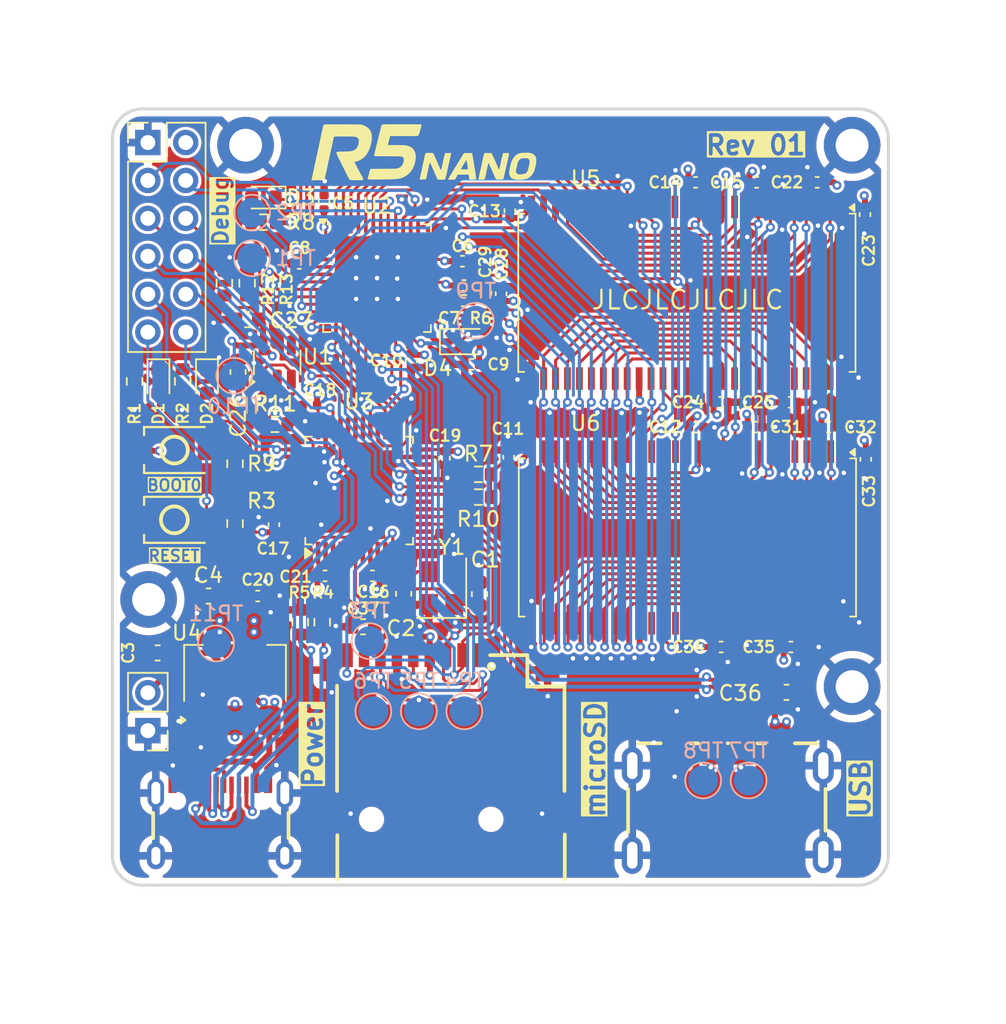
<source format=kicad_pcb>
(kicad_pcb (version 20240108) (generator "pcbnew") (generator_version "8.0")
  (layers (0 "F.Cu" signal) (1 "In1.Cu" signal) (2 "In2.Cu" signal) (31 "B.Cu" signal) (34 "B.Paste" user) (35 "F.Paste" user) (36 "B.SilkS" user "B.Silkscreen") (37 "F.SilkS" user "F.Silkscreen") (38 "B.Mask" user) (39 "F.Mask" user) (44 "Edge.Cuts" user))
  (net 0 "")
  (net 1 "GND")
  (net 2 "+3V3")
  (net 6 "/OSC_IN")
  (net 7 "/OSC_OUT")
  (net 9 "/SPI2_CS")
  (net 10 "/SPI2_SCK")
  (net 11 "/SPI2_MISO")
  (net 12 "/SPI2_MOSI")
  (net 13 "/UART_TX")
  (net 14 "/UART_RX")
  (net 15 "/~{RST}")
  (net 16 "/SWDIO")
  (net 20 "/SWCLK")
  (net 21 "/PA15")
  (net 23 "/USB_D+")
  (net 24 "/USB_D-")
  (net 25 "+5V")
  (net 26 "/FPGA_CLK")
  (net 27 "/LED1")
  (net 28 "/LED2")
  (net 29 "Net-(D1-K)")
  (net 30 "Net-(D2-K)")
  (net 31 "/BOOT0")
  (net 34 "/SPI2_IRQ")
  (net 38 "/FPGA_IO1")
  (net 41 "/~{CRESET}")
  (net 42 "/CDONE")
  (net 43 "+1V2")
  (net 44 "+2V5")
  (net 45 "/SD_MISO")
  (net 46 "/SD_SCK")
  (net 47 "/SD_CS")
  (net 48 "/SD_MOSI")
  (net 49 "/FPGA_IO2")
  (net 50 "/FPGA_LED")
  (net 51 "Net-(D3-A)")
  (net 52 "Net-(U1-FB)")
  (net 53 "/USB_HOST-")
  (net 54 "/USB_HOST+")
  (net 55 "Net-(USB1-CC2)")
  (net 56 "Net-(USB1-CC1)")
  (net 57 "/MEM1_~{CS}")
  (net 58 "/MEM2_~{CS}")
  (net 59 "/USB_EN")
  (net 60 "/FPGA_IO3")
  (net 61 "/FPGA_IO4")
  (net 62 "/SD_CD")
  (net 63 "Net-(U2D-VCCPLL)")
  (net 65 "/MEM_D0")
  (net 66 "/MEM_D1")
  (net 67 "/MEM_D2")
  (net 68 "/MEM_D3")
  (net 69 "/MEM_D4")
  (net 70 "/MEM_D5")
  (net 71 "/MEM_D6")
  (net 72 "/MEM_D7")
  (net 73 "/MEM_DQM")
  (net 74 "/MEM_~{CAS}")
  (net 75 "/MEM_~{RAS}")
  (net 76 "/MEM_D15")
  (net 77 "/MEM_D14")
  (net 78 "/MEM_D13")
  (net 79 "/MEM_D12")
  (net 80 "/MEM_D11")
  (net 81 "/MEM_D10")
  (net 82 "/MEM_D9")
  (net 83 "/MEM_D8")
  (net 84 "/MEM_CLK")
  (footprint "Capacitor_SMD:C_0402_1005Metric" (layer "F.Cu") (at 146.2405 94.560107 180)
    (property "Reference" "C18")
    (property "Value" "100nF" (hide yes))
  )
  (footprint "Resistor_SMD:R_0603_1608Metric" (layer "F.Cu") (at 140.5128 86.3854 -90)
    (property "Reference" "R12")
    (property "Value" "3.9k" (hide yes))
  )
  (footprint "LOGO" (layer "F.Cu") (at 153.924 77.724)
    (property "Reference" "G***" (hide yes))
    (property "Value" "LOGO" (hide yes))
  )
  (footprint "Resistor_SMD:R_0603_1608Metric" (layer "F.Cu") (at 145.5928 109.093 -90)
    (property "Reference" "R5")
    (property "Value" "5.1k" (hide yes))
  )
  (footprint "Capacitor_SMD:C_0603_1608Metric" (layer "F.Cu") (at 149.8092 109.3978 180)
    (property "Reference" "C37")
    (property "Value" "22uF" (hide yes))
  )
  (footprint "Capacitor_SMD:C_0603_1608Metric" (layer "F.Cu") (at 152.527 107.1896 -90)
    (property "Reference" "C2")
    (property "Value" "20pF" (hide yes))
  )
  (footprint "Capacitor_SMD:C_0402_1005Metric" (layer "F.Cu") (at 178.435 94.361)
    (property "Reference" "C25")
    (property "Value" "100nF" (hide yes))
  )
  (footprint "easyeda2kicad:TF-SMD_TF-PUSH" (layer "F.Cu") (at 155.321 116.601)
    (property "Reference" "Card1" (hide yes))
    (property "Value" "TF PUSH" (hide yes))
  )
  (footprint "Resistor_SMD:R_0603_1608Metric" (layer "F.Cu") (at 147.066 109.093 -90)
    (property "Reference" "R4")
    (property "Value" "5.1k" (hide yes))
  )
  (footprint "Crystal:Crystal_SMD_3225-4Pin_3.2x2.5mm" (layer "F.Cu") (at 155.067 106.8086 90)
    (property "Reference" "Y1")
    (property "Value" "Crystal_GND24" (hide yes))
  )
  (footprint "Capacitor_SMD:C_0402_1005Metric" (layer "F.Cu") (at 158.0388 87.0458 90)
    (property "Reference" "C29")
    (property "Value" "100nF" (hide yes))
  )
  (footprint "Capacitor_SMD:C_0402_1005Metric" (layer "F.Cu") (at 159.639 81.534 90)
    (property "Reference" "C13")
    (property "Value" "100nF" (hide yes))
  )
  (footprint "Connector_PinHeader_2.54mm:PinHeader_2x06_P2.54mm_Vertical" (layer "F.Cu") (at 135.382 76.962)
    (property "Reference" "J1" (hide yes))
    (property "Value" "Conn_02x06_Odd_Even" (hide yes))
  )
  (footprint "Capacitor_SMD:C_0402_1005Metric" (layer "F.Cu") (at 172.085 79.629)
    (property "Reference" "C14")
    (property "Value" "100nF" (hide yes))
  )
  (footprint "Capacitor_SMD:C_0603_1608Metric" (layer "F.Cu") (at 178.181 113.792)
    (property "Reference" "C36")
    (property "Value" "22uF" (hide yes))
  )
  (footprint "Package_TO_SOT_SMD:SOT-23-5" (layer "F.Cu") (at 144.051 91.694 90)
    (property "Reference" "U1")
    (property "Value" "TLV75801PDBV" (hide yes))
  )
  (footprint "Capacitor_SMD:C_0402_1005Metric" (layer "F.Cu") (at 156.5656 86.5378)
    (property "Reference" "C7")
    (property "Value" "100nF" (hide yes))
  )
  (footprint "Resistor_SMD:R_0603_1608Metric" (layer "F.Cu") (at 157.5308 99.187)
    (property "Reference" "R7")
    (property "Value" "5.1k" (hide yes))
  )
  (footprint "Resistor_SMD:R_0603_1608Metric" (layer "F.Cu") (at 141.224 98.4758 90)
    (property "Reference" "R9")
    (property "Value" "5.1k" (hide yes))
  )
  (footprint "LED_SMD:LED_0603_1608Metric" (layer "F.Cu") (at 143.129 80.645 180)
    (property "Reference" "D3")
    (property "Value" "LED" (hide yes))
  )
  (footprint "Package_SO:TSOP-II-54_22.2x10.16mm_P0.8mm" (layer "F.Cu") (at 171.502 87.023798 -90)
    (property "Reference" "U5")
    (property "Value" "W9825G6KH-6" (hide yes))
  )
  (footprint "Capacitor_SMD:C_0402_1005Metric" (layer "F.Cu") (at 173.802 110.7545)
    (property "Reference" "C34")
    (property "Value" "100nF" (hide yes))
  )
  (footprint "Capacitor_SMD:C_0402_1005Metric" (layer "F.Cu") (at 143.8275 102.561107 90)
    (property "Reference" "C17")
    (property "Value" "100nF" (hide yes))
  )
  (footprint "Capacitor_SMD:C_0603_1608Metric" (layer "F.Cu") (at 141.4272 92.329 90)
    (property "Reference" "C26")
    (property "Value" "22uF" (hide yes))
  )
  (footprint "Connector_PinHeader_2.54mm:PinHeader_1x02_P2.54mm_Vertical" (layer "F.Cu") (at 135.382 116.3574 180)
    (property "Reference" "J2" (hide yes))
    (property "Value" "Conn_01x02" (hide yes))
  )
  (footprint "Capacitor_SMD:C_0603_1608Metric" (layer "F.Cu") (at 142.0368 88.8238 180)
    (property "Reference" "C27")
    (property "Value" "22uF" (hide yes))
  )
  (footprint "Resistor_SMD:R_0603_1608Metric" (layer "F.Cu") (at 157.5308 100.711)
    (property "Reference" "R10")
    (property "Value" "5.1k" (hide yes))
  )
  (footprint "Capacitor_SMD:C_0402_1005Metric" (layer "F.Cu") (at 155.2575 98.116107 -90)
    (property "Reference" "C19")
    (property "Value" "100nF" (hide yes))
  )
  (footprint "Capacitor_SMD:C_0402_1005Metric" (layer "F.Cu") (at 147.2565 105.990107)
    (property "Reference" "C21")
    (property "Value" "100nF" (hide yes))
  )
  (footprint "LED_SMD:LED_0603_1608Metric" (layer "F.Cu") (at 139.3444 92.964 -90)
    (property "Reference" "D2")
    (property "Value" "LED" (hide yes))
  )
  (footprint "Resistor_SMD:R_0603_1608Metric" (layer "F.Cu") (at 142.0368 86.3854 -90)
    (property "Reference" "R13")
    (property "Value" "3.3k" (hide yes))
  )
  (footprint "Package_TO_SOT_SMD:SOT-223-3_TabPin2" (layer "F.Cu") (at 141.224 112.522 90)
    (property "Reference" "U4")
    (property "Value" "AMS1117-3.3" (hide yes))
  )
  (footprint "MountingHole:MountingHole_2.2mm_M2_DIN965_Pad" (layer "F.Cu") (at 141.9352 77.1398)
    (property "Reference" "H1" (hide yes))
    (property "Value" "MountingHole_Pad" (hide yes))
  )
  (footprint "Resistor_SMD:R_0603_1608Metric" (layer "F.Cu") (at 141.224 102.489 90)
    (property "Reference" "R3")
    (property "Value" "5.1k" (hide yes))
  )
  (footprint "Capacitor_SMD:C_0402_1005Metric" (layer "F.Cu") (at 147.193 80.964 90)
    (property "Reference" "C5")
    (property "Value" "100nF" (hide yes))
  )
  (footprint "Capacitor_SMD:C_0402_1005Metric" (layer "F.Cu") (at 172.123 96.0225)
    (property "Reference" "C12")
    (property "Value" "100nF" (hide yes))
  )
  (footprint "LED_SMD:LED_0603_1608Metric" (layer "F.Cu") (at 136.0932 92.964 -90)
    (property "Reference" "D1")
    (property "Value" "LED" (hide yes))
  )
  (footprint "Capacitor_SMD:C_0603_1608Metric" (layer "F.Cu") (at 157.607125 107.212725 90)
    (property "Reference" "C1")
    (property "Value" "20pF" (hide yes))
  )
  (footprint "Resistor_SMD:R_0603_1608Metric" (layer "F.Cu") (at 134.493 92.964 -90)
    (property "Reference" "R1")
    (property "Value" "1.5k" (hide yes))
  )
  (footprint "Resistor_SMD:R_0402_1005Metric" (layer "F.Cu") (at 156.5656 87.5538)
    (property "Reference" "R6")
    (property "Value" "100" (hide yes))
  )
  (footprint "Capacitor_SMD:C_0402_1005Metric" (layer "F.Cu") (at 145.5335 85.0646 180)
    (property "Reference" "C8")
    (property "Value" "100nF" (hide yes))
  )
  (footprint "Capacitor_SMD:C_0402_1005Metric" (layer "F.Cu") (at 178.473 110.7545)
    (property "Reference" "C35")
    (property "Value" "100nF" (hide yes))
  )
  (footprint "Capacitor_SMD:C_0402_1005Metric" (layer "F.Cu") (at 159.0548 87.0966 90)
    (property "Reference" "C28")
    (property "Value" "10uF" (hide yes))
  )
  (footprint "Capacitor_SMD:C_0402_1005Metric" (layer "F.Cu") (at 150.4315 105.990107 180)
    (property "Reference" "C16")
    (property "Value" "100nF" (hide yes))
  )
  (footprint "Package_DFN_QFN:QFN-48-1EP_7x7mm_P0.5mm_EP5.6x5.6mm" (layer "F.Cu") (at 150.7405 86.044)
    (property "Reference" "U2")
    (property "Value" "ICE40UP5K-SG48ITR" (hide yes))
  )
  (footprint "Capacitor_SMD:C_0402_1005Metric" (layer "F.Cu") (at 176.06 96.0225)
    (property "Reference" "C31")
    (property "Value" "100nF" (hide yes))
  )
  (footprint "Capacitor_SMD:C_0402_1005Metric" (layer "F.Cu") (at 153.035 91.567 -90)
    (property "Reference" "C10")
    (property "Value" "100nF" (hide yes))
  )
  (footprint "Capacitor_SMD:C_0402_1005Metric" (layer "F.Cu") (at 180.2384 79.629 180)
    (property "Reference" "C22")
    (property "Value" "100nF" (hide yes))
  )
  (footprint "easyeda2kicad:SW-SMD_L3.9-W3.0-P4.45" (layer "F.Cu") (at 137.16 97.5614)
    (property "Reference" "SW2" (hide yes))
    (property "Value" "TS-1088-AR02016" (hide yes))
  )
  (footprint "Capacitor_SMD:C_0402_1005Metric" (layer "F.Cu") (at 142.748 107.3404)
    (property "Reference" "C20")
    (property "Value" "10uF" (hide yes))
  )
  (footprint "Capacitor_SMD:C_0402_1005Metric" (layer "F.Cu") (at 157.099 91.821 180)
    (property "Reference" "C9")
    (property "Value" "100nF" (hide yes))
  )
  (footprint "Package_SO:TSOP-II-54_22.2x10.16mm_P0.8mm" (layer "F.Cu") (at 171.54 103.417298 -90)
    (property "Reference" "U6")
    (property "Value" "W9825G6KH-6" (hide yes))
  )
  (footprint "Resistor_SMD:R_0603_1608Metric" (layer "F.Cu") (at 143.9042 95.8342 180)
    (property "Reference" "R11")
    (property "Value" "1.5k" (hide yes))
  )
  (footprint "easyeda2kicad:USB-A-SMD_USB-M-21" (layer "F.Cu") (at 174.244 120.9635)
    (property "Reference" "USB2" (hide yes))
    (property "Value" "~" (hide yes))
  )
  (footprint "Capacitor_SMD:C_0402_1005Metric" (layer "F.Cu") (at 156.464 84.9122)
    (property "Reference" "C6")
    (property "Value" "100nF" (hide yes))
  )
  (footprint "Package_QFP:LQFP-48_7x7mm_P0.5mm" (layer "F.Cu") (at 149.5425 100.275107 90)
    (property "Reference" "U3")
    (property "Value" "STM32F103C8Tx" (hide yes))
  )
  (footprint "Capacitor_SMD:C_0603_1608Metric" (layer "F.Cu") (at 136.0424 111.1504 180)
    (property "Reference" "C3")
    (property "Value" "22uF" (hide yes))
  )
  (footprint "Capacitor_SMD:C_0402_1005Metric" (layer "F.Cu") (at 181.003 96.012)
    (property "Reference" "C32")
    (property "Value" "100nF" (hide yes))
  )
  (footprint "easyeda2kicad:USB-C-SMD_TYPE-C-6PIN-2MD-073" (layer "F.Cu") (at 140.239 122.3643)
    (property "Reference" "USB1" (hide yes))
    (property "Value" "TYPE-C 16PIN 2MD(073)" (hide yes))
  )
  (footprint "MountingHole:MountingHole_2.2mm_M2_DIN965_Pad" (layer "F.Cu") (at 135.4328 107.569)
    (property "Reference" "H2" (hide yes))
    (property "Value" "MountingHole_Pad" (hide yes))
  )
  (footprint "Diode_SMD:D_SOD-323" (layer "F.Cu") (at 156.5656 90.297)
    (property "Reference" "D4")
    (property "Value" "1N4148WS" (hide yes))
  )
  (footprint "Capacitor_SMD:C_0402_1005Metric" (layer "F.Cu") (at 173.764 94.361)
    (property "Reference" "C24")
    (property "Value" "100nF" (hide yes))
  )
  (footprint "Resistor_SMD:R_0603_1608Metric" (layer "F.Cu") (at 143.129 82.296)
    (property "Reference" "R8")
    (property "Value" "1.5k" (hide yes))
  )
  (footprint "MountingHole:MountingHole_2.2mm_M2_DIN965_Pad" (layer "F.Cu") (at 182.5752 113.411)
    (property "Reference" "H4" (hide yes))
    (property "Value" "MountingHole_Pad" (hide yes))
  )
  (footprint "Capacitor_SMD:C_0402_1005Metric" (layer "F.Cu") (at 183.4388 81.788 -90)
    (property "Reference" "C23")
    (property "Value" "100nF" (hide yes))
  )
  (footprint "Capacitor_SMD:C_0603_1608Metric" (layer "F.Cu") (at 139.446 107.3404 180)
    (property "Reference" "C4")
    (property "Value" "22uF" (hide yes))
  )
  (footprint "Capacitor_SMD:C_0402_1005Metric" (layer "F.Cu") (at 159.5628 98.044 90)
    (property "Reference" "C11")
    (property "Value" "100nF" (hide yes))
  )
  (footprint "Capacitor_SMD:C_0402_1005Metric" (layer "F.Cu") (at 183.4896 98.1815 -90)
    (property "Reference" "C33")
    (property "Value" "100nF" (hide yes))
  )
  (footprint "easyeda2kicad:SW-SMD_L3.9-W3.0-P4.45" (layer "F.Cu") (at 137.16 102.235)
    (property "Reference" "SW1" (hide yes))
    (property "Value" "TS-1088-AR02016" (hide yes))
  )
  (footprint "MountingHole:MountingHole_2.2mm_M2_DIN965_Pad" (layer "F.Cu") (at 182.5752 77.1398)
    (property "Reference" "H3" (hide yes))
    (property "Value" "MountingHole_Pad" (hide yes))
  )
  (footprint "Resistor_SMD:R_0603_1608Metric" (layer "F.Cu") (at 137.7188 92.964 -90)
    (property "Reference" "R2")
    (property "Value" "1.5k" (hide yes))
  )
  (footprint "Capacitor_SMD:C_0402_1005Metric" (layer "F.Cu") (at 176.177 79.629)
    (property "Reference" "C15")
    (property "Value" "100nF" (hide yes))
  )
  (footprint "TestPoint:TestPoint_Pad_D2.0mm" (layer "B.Cu") (at 172.593 119.6935 180)
    (property "Reference" "TP8")
    (property "Value" "TestPoint" (hide yes))
  )
  (footprint "TestPoint:TestPoint_Pad_D2.0mm" (layer "B.Cu") (at 142.367 81.661 180)
    (property "Reference" "TP2")
    (property "Value" "TestPoint" (hide yes))
  )
  (footprint "TestPoint:TestPoint_Pad_D2.0mm" (layer "B.Cu") (at 153.543 115.062)
    (property "Reference" "TP5")
    (property "Value" "TestPoint" (hide yes))
  )
  (footprint "TestPoint:TestPoint_Pad_D2.0mm" (layer "B.Cu") (at 139.954 110.5154 180)
    (property "Reference" "TP11")
    (property "Value" "TestPoint" (hide yes))
  )
  (footprint "TestPoint:TestPoint_Pad_D2.0mm" (layer "B.Cu") (at 175.641 119.6935 180)
    (property "Reference" "TP7")
    (property "Value" "TestPoint" (hide yes))
  )
  (footprint "TestPoint:TestPoint_Pad_D2.0mm" (layer "B.Cu") (at 157.353 88.9 180)
    (property "Reference" "TP9")
    (property "Value" "TestPoint" (hide yes))
  )
  (footprint "TestPoint:TestPoint_Pad_D2.0mm" (layer "B.Cu") (at 142.367 84.709 180)
    (property "Reference" "TP1")
    (property "Value" "TestPoint" (hide yes))
  )
  (footprint "TestPoint:TestPoint_Pad_D2.0mm" (layer "B.Cu") (at 141.1732 92.583 180)
    (property "Reference" "TP10")
    (property "Value" "TestPoint" (hide yes))
  )
  (footprint "TestPoint:TestPoint_Pad_D2.0mm" (layer "B.Cu") (at 150.495 115.062)
    (property "Reference" "TP6")
    (property "Value" "TestPoint" (hide yes))
  )
  (footprint "TestPoint:TestPoint_Pad_D2.0mm" (layer "B.Cu") (at 156.591 115.062)
    (property "Reference" "TP4")
    (property "Value" "TestPoint" (hide yes))
  )
  (footprint "TestPoint:TestPoint_Pad_D2.0mm" (layer "B.Cu") (at 150.241 110.363)
    (property "Reference" "TP3")
    (property "Value" "TestPoint" (hide yes))
  )
  (gr_line (start 185.006 76.711) (end 185.006 124.711) (stroke (width 0.2)) (layer "Edge.Cuts"))
  (gr_arc (start 133.006 76.711) (mid 133.591786 75.296786) (end 135.006 74.711) (stroke (width 0.2)) (layer "Edge.Cuts"))
  (gr_line (start 135.006 74.711) (end 183.006 74.711) (stroke (width 0.2)) (layer "Edge.Cuts"))
  (gr_line (start 183.006 126.711) (end 135.006 126.711) (stroke (width 0.2)) (layer "Edge.Cuts"))
  (gr_line (start 133.006 124.711) (end 133.006 76.711) (stroke (width 0.2)) (layer "Edge.Cuts"))
  (gr_arc (start 183.006 74.711) (mid 184.420214 75.296786) (end 185.006 76.711) (stroke (width 0.2)) (layer "Edge.Cuts"))
  (gr_arc (start 135.006 126.711) (mid 133.591786 126.125214) (end 133.006 124.711) (stroke (width 0.2)) (layer "Edge.Cuts"))
  (gr_arc (start 185.006 124.711) (mid 184.420214 126.125214) (end 183.006 126.711) (stroke (width 0.2)) (layer "Edge.Cuts"))
  (gr_text "Power" (at 146.431 120.269 90) (layer "F.SilkS" knockout) (effects (font (size 1.25 1.25) (thickness 0.25) (bold yes)) (justify left)))
  (gr_text "BOOT0" (at 137.16 99.9236 0) (layer "F.SilkS" knockout) (effects (font (size 0.75 0.75))))
  (gr_text "USB" (at 183.134 122.301 90) (layer "F.SilkS" knockout) (effects (font (size 1.25 1.25) (thickness 0.25) (bold yes)) (justify left)))
  (gr_text "microSD" (at 165.354 122.301 90) (layer "F.SilkS" knockout) (effects (font (size 1.25 1.25) (thickness 0.25) (bold yes)) (justify left)))
  (gr_text "JLCJLCJLCJLC" (at 171.5516 87.503 0) (layer "F.SilkS") (effects (font (size 1.25 1.25) (thickness 0.15625))))
  (gr_text "Debug" (at 140.2588 81.534 90) (layer "F.SilkS" knockout) (effects (font (size 1 1) (thickness 0.2) (bold yes))))
  (gr_text "RESET" (at 137.1345 104.648 0) (layer "F.SilkS" knockout) (effects (font (size 0.75 0.75))))
  (gr_text "Rev 01" (at 179.578 77.1398 0) (layer "F.SilkS" knockout) (effects (font (size 1.25 1.25) (thickness 0.25) (bold yes)) (justify right)))
  (segment (start 173.357779 96.263221) (end 173.14 96.481) (width 0.4) (layer "F.Cu") (net 1))
  (segment (start 151.576 108.647) (end 152.2584 107.9646) (width 0.4) (layer "F.Cu") (net 1))
  (segment (start 149.9515 105.990107) (end 150.2925 105.649107) (width 0.2) (layer "F.Cu") (net 1))
  (segment (start 141.7066 89.789) (end 141.2618 89.3442) (width 0.4) (layer "F.Cu") (net 1))
  (segment (start 150.2925 105.649107) (end 150.2925 104.437607) (width 0.2) (layer "F.Cu") (net 1))
  (segment (start 151.359456 108.647) (end 151.576 108.647) (width 0.4) (layer "F.Cu") (net 1))
  (segment (start 153.705 98.025107) (end 154.6865 98.025107) (width 0.2) (layer "F.Cu") (net 1))
  (segment (start 152.2584 107.9646) (end 152.527 107.9646) (width 0.4) (layer "F.Cu") (net 1))
  (segment (start 142.24 89.789) (end 141.7066 89.789) (width 0.4) (layer "F.Cu") (net 1))
  (segment (start 173.482 79.629) (end 173.482 80.01) (width 0.4) (layer "F.Cu") (net 1))
  (segment (start 154.6865 98.025107) (end 155.2575 98.596107) (width 0.2) (layer "F.Cu") (net 1))
  (segment (start 144.7546 85.0646) (end 145.0535 85.0646) (width 0.4) (layer "F.Cu") (net 1))
  (segment (start 173.482 80.01) (end 173.102 80.39) (width 0.4) (layer "F.Cu") (net 1))
  (segment (start 173.102 80.39) (end 173.102 81.273798) (width 0.4) (layer "F.Cu") (net 1))
  (segment (start 144.2715 102.525107) (end 143.8275 102.081107) (width 0.2) (layer "F.Cu") (net 1))
  (segment (start 141.2618 89.3442) (end 141.2618 88.8238) (width 0.4) (layer "F.Cu") (net 1))
  (segment (start 144.025212 84.193788) (end 144.025212 84.335212) (width 0.4) (layer "F.Cu") (net 1))
  (segment (start 173.14 96.481) (end 173.14 97.667298) (width 0.4) (layer "F.Cu") (net 1))
  (segment (start 144.025212 84.335212) (end 144.7546 85.0646) (width 0.4) (layer "F.Cu") (net 1))
  (segment (start 145.38 102.525107) (end 144.2715 102.525107) (width 0.2) (layer "F.Cu") (net 1))
  (segment (start 173.357779 96.039406) (end 173.357779 96.263221) (width 0.4) (layer "F.Cu") (net 1))
  (via (at 161.036 94.361) (size 0.6) (drill 0.3) (layers "F.Cu" "B.Cu") (net 1))
  (via (at 155.451 99.425107) (size 0.6) (drill 0.3) (layers "F.Cu" "B.Cu") (net 1))
  (via (at 134.493 94.869) (size 0.6) (drill 0.3) (layers "F.Cu" "B.Cu") (net 1))
  (via (at 148.546735 108.120265) (size 0.6) (drill 0.3) (layers "F.Cu" "B.Cu") (net 1))
  (via (at 140.1572 91.3638) (size 0.6) (drill 0.3) (layers "F.Cu" "B.Cu") (net 1))
  (via (at 167.17 111.5165) (size 0.6) (drill 0.3) (layers "F.Cu" "B.Cu") (net 1))
  (via (at 166.408 111.5165) (size 0.6) (drill 0.3) (layers "F.Cu" "B.Cu") (net 1))
  (via (at 168.333496 95.055705) (size 0.6) (drill 0.3) (layers "F.Cu" "B.Cu") (net 1))
  (via (at 147.62394 91.474283) (size 0.6) (drill 0.3) (layers "F.Cu" "B.Cu") (net 1))
  (via (at 158.75 90.043) (size 0.6) (drill 0.3) (layers "F.Cu" "B.Cu") (net 1))
  (via (at 171.958 94.3102) (size 0.6) (drill 0.3) (layers "F.Cu" "B.Cu") (net 1))
  (via (at 173.482 79.629) (size 0.6) (drill 0.3) (layers "F.Cu" "B.Cu") (net 1))
  (via (at 177.9016 99.187) (size 0.6) (drill 0.3) (layers "F.Cu" "B.Cu") (net 1))
  (via (at 181.991 107.696) (size 0.6) (drill 0.3) (layers "F.Cu" "B.Cu") (net 1))
  (via (at 164.757 111.5165) (size 0.6) (drill 0.3) (layers "F.Cu" "B.Cu") (net 1))
  (via (at 159.6136 90.8558) (size 0.6) (drill 0.3) (layers "F.Cu" "B.Cu") (net 1))
  (via (at 144.6784 94.7674) (size 0.6) (drill 0.3) (layers "F.Cu" "B.Cu") (net 1))
  (via (at 146.6215 99.767107) (size 0.6) (drill 0.3) (layers "F.Cu" "B.Cu") (net 1))
  (via (at 155.9052 104.521) (size 0.6) (drill 0.3) (layers "F.Cu" "B.Cu") (net 1))
  (via (at 144.8308 104.7242) (size 0.6) (drill 0.3) (layers "F.Cu" "B.Cu") (net 1))
  (via (at 165.519 111.5165) (size 0.6) (drill 0.3) (layers "F.Cu" "B.Cu") (net 1))
  (via (at 147.0025 102.561107) (size 0.6) (drill 0.3) (layers "F.Cu" "B.Cu") (net 1))
  (via (at 140.86792 84.656401) (size 0.6) (drill 0.3) (layers "F.Cu" "B.Cu") (net 1))
  (via (at 160.147 92.837) (size 0.6) (drill 0.3) (layers "F.Cu" "B.Cu") (net 1))
  (via (at 161.798 121.92) (size 0.6) (drill 0.3) (layers "F.Cu" "B.Cu") (net 1))
  (via (at 155.986608 109.119248) (size 0.6) (drill 0.3) (layers "F.Cu" "B.Cu") (net 1))
  (via (at 154.104282 80.785057) (size 0.6) (drill 0.3) (layers "F.Cu" "B.Cu") (net 1))
  (via (at 138.684 106.1974) (size 0.6) (drill 0.3) (layers "F.Cu" "B.Cu") (net 1))
  (via (at 153.038431 94.114442) (size 0.6) (drill 0.3) (layers "F.Cu" "B.Cu") (net 1))
  (via (at 142.24 89.789) (size 0.6) (drill 0.3) (layers "F.Cu" "B.Cu") (net 1))
  (via (at 157.861 81.407) (size 0.6) (drill 0.3) (layers "F.Cu" "B.Cu") (net 1))
  (via (at 150.7405 84.647) (size 0.6) (drill 0.3) (layers "F.Cu" "B.Cu") (net 1))
  (via (at 161.0964 107.6706) (size 0.6) (drill 0.3) (layers "F.Cu" "B.Cu") (net 1))
  (via (at 144.3228 94.234) (size 0.6) (drill 0.3) (layers "F.Cu" "B.Cu") (net 1))
  (via (at 155.353935 82.684535) (size 0.6) (drill 0.3) (layers "F.Cu" "B.Cu") (net 1))
  (via (at 182.0164 99.0854) (size 0.6) (drill 0.3) (layers "F.Cu" "B.Cu") (net 1))
  (via (at 137.0584 118.6889) (size 0.6) (drill 0.3) (layers "F.Cu" "B.Cu") (net 1))
  (via (at 147.9804 109.347) (size 0.6) (drill 0.3) (layers "F.Cu" "B.Cu") (net 1))
  (via (at 163.906 95.056681) (size 0.6) (drill 0.3) (layers "F.Cu" "B.Cu") (net 1))
  (via (at 175.204306 99.132698) (size 0.6) (drill 0.3) (layers "F.Cu" "B.Cu") (net 1))
  (via (at 150.7405 86.044) (size 0.6) (drill 0.3) (layers "F.Cu" "B.Cu") (net 1))
  (via (at 138.684 108.4834) (size 0.6) (drill 0.3) (layers "F.Cu" "B.Cu") (net 1))
  (via (at 172.1612 114.0714) (size 0.6) (drill 0.3) (layers "F.Cu" "B.Cu") (net 1))
  (via (at 137.4475 115.7224) (size 0.6) (drill 0.3) (layers "F.Cu" "B.Cu") (net 1))
  (via (at 177.927 79.756) (size 0.6) (drill 0.3) (layers "F.Cu" "B.Cu") (net 1))
  (via (at 142.48367 91.729729) (size 0.6) (drill 0.3) (layers "F.Cu" "B.Cu") (net 1))
  (via (at 152.0952 86.0806) (size 0.6) (drill 0.3) (layers "F.Cu" "B.Cu") (net 1))
  (via (at 175.549 83.2866) (size 0.6) (drill 0.3) (layers "F.Cu" "B.Cu") (net 1))
  (via (at 170.815 115.062) (size 0.6) (drill 0.3) (layers "F.Cu" "B.Cu") (net 1))
  (via (at 175.514 110.617) (size 0.6) (drill 0.3) (layers "F.Cu" "B.Cu") (net 1))
  (via (at 155.829 103.251) (size 0.6) (drill 0.3) (layers "F.Cu" "B.Cu") (net 1))
  (via (at 170.7388 78.8162) (size 0.6) (drill 0.3) (layers "F.Cu" "B.Cu") (net 1))
  (via (at 157.988 84.9122) (size 0.6) (drill 0.3) (layers "F.Cu" "B.Cu") (net 1))
  (via (at 149.675766 94.145282) (size 0.6) (drill 0.3) (layers "F.Cu" "B.Cu") (net 1))
  (via (at 144.8816 88.773) (size 0.6) (drill 0.3) (layers "F.Cu" "B.Cu") (net 1))
  (via (at 162.179 114.046) (size 0.6) (drill 0.3) (layers "F.Cu" "B.Cu") (net 1))
  (via (at 143.256 97.917) (size 0.6) (drill 0.3) (layers "F.Cu" "B.Cu") (net 1))
  (via (at 158.427652 111.989773) (size 0.6) (drill 0.3) (layers "F.Cu" "B.Cu") (net 1))
  (via (at 181.9148 82.677) (size 0.6) (drill 0.3) (layers "F.Cu" "B.Cu") (net 1))
  (via (at 154.369896 91.880311) (size 0.6) (drill 0.3) (layers "F.Cu" "B.Cu") (net 1))
  (via (at 167.9956 111.4806) (size 0.6) (drill 0.3) (layers "F.Cu" "B.Cu") (net 1))
  (via (at 147.2184 98.3742) (size 0.6) (drill 0.3) (layers "F.Cu" "B.Cu") (net 1))
  (via (at 172.93581 98.8794) (size 0.6) (drill 0.3) (layers "F.Cu" "B.Cu") (net 1))
  (via (at 151.359456 108.647) (size 0.6) (drill 0.3) (layers "F.Cu" "B.Cu") (net 1))
  (via (at 178.943 114.935) (size 0.6) (drill 0.3) (layers "F.Cu" "B.Cu") (net 1))
  (via (at 165.509335 95.048349) (size 0.6) (drill 0.3) (layers "F.Cu" "B.Cu") (net 1))
  (via (at 172.1612 112.2934) (size 0.6) (drill 0.3) (layers "F.Cu" "B.Cu") (net 1))
  (via (at 148.971 121.92) (size 0.6) (drill 0.3) (layers "F.Cu" "B.Cu") (net 1))
  (via (at 152.1375 87.441) (size 0.6) (drill 0.3) (layers "F.Cu" "B.Cu") (net 1))
  (via (at 147.536801 93.934436) (size 0.6) (drill 0.3) (layers "F.Cu" "B.Cu") (net 1))
  (via (at 157.0736 80.9498) (size 0.6) (drill 0.3) (layers "F.Cu" "B.Cu") (net 1))
  (via (at 146.232965 90.139435) (size 0.6) (drill 0.3) (layers "F.Cu" "B.Cu") (net 1))
  (via (at 166.872513 79.1974) (size 0.6) (drill 0.3) (layers "F.Cu" "B.Cu") (net 1))
  (via (at 183.045 109.1035) (size 0.6) (drill 0.3) (layers "F.Cu" "B.Cu") (net 1))
  (via (at 150.1648 112.8522) (size 0.6) (drill 0.3) (layers "F.Cu" "B.Cu") (net 1))
  (via (at 183.388 83.058) (size 0.6) (drill 0.3) (layers "F.Cu" "B.Cu") (net 1))
  (via (at 181.864 91.313) (size 0.6) (drill 0.3) (layers "F.Cu" "B.Cu") (net 1))
  (via (at 151.4348 100.965) (size 0.6) (drill 0.3) (layers "F.Cu" "B.Cu") (net 1))
  (via (at 177.893849 82.803999) (size 0.6) (drill 0.3) (layers "F.Cu" "B.Cu") (net 1))
  (via (at 152.4 80.772) (size 0.6) (drill 0.3) (layers "F.Cu" "B.Cu") (net 1))
  (via (at 171.744443 86.186914) (size 0.6) (drill 0.3) (layers "F.Cu" "B.Cu") (net 1))
  (via (at 142.8115 102.053107) (size 0.6) (drill 0.3) (layers "F.Cu" "B.Cu") (net 1))
  (via (at 183.426 99.4515) (size 0.6) (drill 0.3) (layers "F.Cu" "B.Cu") (net 1))
  (via (at 152.1375 84.647) (size 0.6) (drill 0.3) (layers "F.Cu" "B.Cu") (net 1))
  (via (at 144.2212 107.315) (size 0.6) (drill 0.3) (layers "F.Cu" "B.Cu") (net 1))
  (via (at 178.943 111.887) (size 0.6) (drill 0.3) (layers "F.Cu" "B.Cu") (net 1))
  (via (at 139.065 113.9444) (size 0.6) (drill 0.3) (layers "F.Cu" "B.Cu") (net 1))
  (via (at 176.657 78.613) (size 0.6) (drill 0.3) (layers "F.Cu" "B.Cu") (net 1))
  (via (at 153.6039 109.364865) (size 0.6) (drill 0.3) (layers "F.Cu" "B.Cu") (net 1))
  (via (at 180.3908 99.0854) (size 0.6) (drill 0.3) (layers "F.Cu" "B.Cu") (net 1))
  (via (at 180.2892 82.5288) (size 0.6) (drill 0.3) (layers "F.Cu" "B.Cu") (net 1))
  (via (at 145.923 95.631) (size 0.6) (drill 0.3) (layers "F.Cu" "B.Cu") (net 1))
  (via (at 144.025212 84.193788) (size 0.6) (drill 0.3) (layers "F.Cu" "B.Cu") (net 1))
  (via (at 152.165431 98.298872) (size 0.6) (drill 0.3) (layers "F.Cu" "B.Cu") (net 1))
  (via (at 149.3435 87.441) (size 0.6) (drill 0.3) (layers "F.Cu" "B.Cu") (net 1))
  (via (at 147.701 113.792) (size 0.6) (drill 0.3) (layers "F.Cu" "B.Cu") (net 1))
  (via (at 160.372998 80.9498) (size 0.6) (drill 0.3) (layers "F.Cu" "B.Cu") (net 1))
  (via (at 153.3652 96.2406) (size 0.6) (drill 0.3) (layers "F.Cu" "B.Cu") (net 1))
  (via (at 138.938 117.475) (size 0.6) (drill 0.3) (layers "F.Cu" "B.Cu") (net 1))
  (via (at 167.75023 82.546166) (size 0.6) (drill 0.3) (layers "F.Cu" "B.Cu") (net 1))
  (via (at 174.929714 79.077798) (size 0.6) (drill 0.3) (layers "F.Cu" "B.Cu") (net 1))
  (via (at 147.236265 79.545265) (size 0.6) (drill 0.3) (layers "F.Cu" "B.Cu") (net 1))
  (via (at 152.0444 110.047) (size 0.6) (drill 0.3) (layers "F.Cu" "B.Cu") (net 1))
  (via (at 180.086 94.361) (size 0.6) (drill 0.3) (layers "F.Cu" "B.Cu") (net 1))
  (via (at 170.688 119.4395) (size 0.6) (drill 0.3) (layers "F.Cu" "B.Cu") (net 1))
  (via (at 139.79127 89.037329) (size 0.6) (drill 0.3) (layers "F.Cu" "B.Cu") (net 1))
  (via (at 174.244 111.76) (size 0.6) (drill 0.3) (layers "F.Cu" "B.Cu") (net 1))
  (via (at 182.499 96.012) (size 0.6) (drill 0.3) (layers "F.Cu" "B.Cu") (net 1))
  (via (at 169.202378 111.554463) (size 0.6) (drill 0.3) (layers "F.Cu" "B.Cu") (net 1))
  (via (at 143.256 106.3498) (size 0.6) (drill 0.3) (layers "F.Cu" "B.Cu") (net 1))
  (via (at 152.4 112.903) (size 0.6) (drill 0.3) (layers "F.Cu" "B.Cu") (net 1))
  (via (at 149.3435 84.647) (size 0.6) (drill 0.3) (layers "F.Cu" "B.Cu") (net 1))
  (via (at 180.34 110.7545) (size 0.6) (drill 0.3) (layers "F.Cu" "B.Cu") (net 1))
  (via (at 149.3435 86.044) (size 0.6) (drill 0.3) (layers "F.Cu" "B.Cu") (net 1))
  (via (at 143.6116 108.4326) (size 0.6) (drill 0.3) (layers "F.Cu" "B.Cu") (net 1))
  (via (at 147.8788 100.1014) (size 0.6) (drill 0.3) (layers "F.Cu" "B.Cu") (net 1))
  (via (at 171.444735 110.7545) (size 0.6) (drill 0.3) (layers "F.Cu" "B.Cu") (net 1))
  (via (at 150.3045 102.815107) (size 0.6) (drill 0.3) (layers "F.Cu" "B.Cu") (net 1))
  (via (at 173.357779 96.039406) (size 0.6) (drill 0.3) (layers "F.Cu" "B.Cu") (net 1))
  (via (at 144.8816 87.9094) (size 0.6) (drill 0.3) (layers "F.Cu" "B.Cu") (net 1))
  (via (at 147.193 97.663) (size 0.6) (drill 0.3) (layers "F.Cu" "B.Cu") (net 1))
  (via (at 149.922774 106.879661) (size 0.6) (drill 0.3) (layers "F.Cu" "B.Cu") (net 1))
  (via (at 143.994869 118.669095) (size 0.6) (drill 0.3) (layers "F.Cu" "B.Cu") (net 1))
  (via (at 161.074 110.7545) (size 0.6) (drill 0.3) (layers "F.Cu" "B.Cu") (net 1))
  (via (at 162.305897 95.0572) (size 0.6) (drill 0.3) (layers "F.Cu" "B.Cu") (net 1))
  (via (at 137.668 94.869) (size 0.6) (drill 0.3) (layers "F.Cu" "B.Cu") (net 1))
  (via (at 175.387 94.361) (size 0.6) (drill 0.3) (layers "F.Cu" "B.Cu") (net 1))
  (via (at 177.419 96.012) (size 0.6) (drill 0.3) (layers "F.Cu" "B.Cu") (net 1))
  (via (at 169.291 117.1535) (size 0.6) (drill 0.3) (layers "F.Cu" "B.Cu") (net 1))
  (via (at 183.007 92.71) (size 0.6) (drill 0.3) (layers "F.Cu" "B.Cu") (net 1))
  (via (at 179.578 78.613) (size 0.6) (drill 0.3) (layers "F.Cu" "B.Cu") (net 1))
  (via (at 150.7405 87.441) (size 0.6) (drill 0.3) (layers "F.Cu" "B.Cu") (net 1))
  (via (at 167.133496 95.076544) (size 0.6) (drill 0.3) (layers "F.Cu" "B.Cu") (net 1))
  (via (at 163.868 111.5165) (size 0.6) (drill 0.3) (layers "F.Cu" "B.Cu") (net 1))
  (via (at 155.829 89.535) (size 0.6) (drill 0.3) (layers "F.Cu" "B.Cu") (net 1))
  (via (at 157.5308 105.2592) (size 0.6) (drill 0.3) (layers "F.Cu" "B.Cu") (net 1))
  (via (at 143.620918 94.23852) (size 0.6) (drill 0.3) (layers "F.Cu" "B.Cu") (net 1))
  (via (at 160.8328 88.1634) (size 0.6) (drill 0.3) (layers "F.Cu" "B.Cu") (net 1))
  (via (at 155.425674 92.014977) (size 0.6) (drill 0.3) (layers "F.Cu" "B.Cu") (net 1))
  (via (at 159.512 96.647) (size 0.6) (drill 0.3) (layers "F.Cu" "B.Cu") (net 1))
  (segment (start 146.7925 104.437607) (end 146.7925 105.974107) (width 0.2) (layer "F.Cu") (net 2))
  (segment (start 152.8572 90.6018) (end 153.035 90.7796) (width 0.4) (layer "F.Cu") (net 2))
  (segment (start 150.7925 104.437607) (end 150.7925 105.871107) (width 0.2) (layer "F.Cu") (net 2))
  (segment (start 175.697 79.078586) (end 175.697 79.629) (width 0.4) (layer "F.Cu") (net 2))
  (segment (start 144.5232 91.869) (end 145.001 92.3468) (width 0.2) (layer "F.Cu") (net 2))
  (segment (start 173.14 109.167298) (end 173.14 110.5725) (width 0.4) (layer "F.Cu") (net 2))
  (segment (start 157.579 91.055896) (end 157.579 91.821) (width 0.4) (layer "F.Cu") (net 2))
  (segment (start 147.303 82.7335) (end 147.303 83.294) (width 0.2) (layer "F.Cu") (net 2))
  (segment (start 145.38 103.025107) (end 143.8435 103.025107) (width 0.2) (layer "F.Cu") (net 2))
  (segment (start 175.54 96.0625) (end 175.58 96.0225) (width 0.4) (layer "F.Cu") (net 2))
  (segment (start 146.7485 106.879107) (end 146.7485 106.018107) (width 0.4) (layer "F.Cu") (net 2))
  (segment (start 157.6156 91.019296) (end 157.6156 90.297) (width 0.4) (layer "F.Cu") (net 2))
  (segment (start 158.3558 100.711) (end 158.3558 99.187) (width 0.2) (layer "F.Cu") (net 2))
  (segment (start 160.302 82.014) (end 159.639 82.014) (width 0.4) (layer "F.Cu") (net 2))
  (segment (start 152.4905 90.2351) (end 152.4905 89.4815) (width 0.2) (layer "F.Cu") (net 2))
  (segment (start 180.34 96.195) (end 180.34 97.667298) (width 0.4) (layer "F.Cu") (net 2))
  (segment (start 160.401 81.915) (end 160.460798 81.915) (width 0.4) (layer "F.Cu") (net 2))
  (segment (start 160.439 98.3085) (end 160.439 98.2092) (width 0.4) (layer "F.Cu") (net 2))
  (segment (start 143.101 92.8315) (end 143.101 92.23) (width 0.2) (layer "F.Cu") (net 2))
  (segment (start 183.388 96.901) (end 183.4896 97.0026) (width 0.4) (layer "F.Cu") (net 2))
  (segment (start 159.5628 98.5038) (end 160.2437 98.5038) (width 0.4) (layer "F.Cu") (net 2))
  (segment (start 183.4896 97.7015) (end 181.974202 97.7015) (width 0.4) (layer "F.Cu") (net 2))
  (segment (start 168.34 110.700086) (end 168.34 109.167298) (width 0.4) (layer "F.Cu") (net 2))
  (segment (start 141.224 115.672) (end 141.224 116.7892) (width 0.4) (layer "F.Cu") (net 2))
  (segment (start 143.0655 103.069107) (end 143.7995 103.069107) (width 0.4) (layer "F.Cu") (net 2))
  (segment (start 153.705 97.525107) (end 155.1465 97.525107) (width 0.2) (layer "F.Cu") (net 2))
  (segment (start 172.195491 95.269302) (end 172.065698 95.269302) (width 0.4) (layer "F.Cu") (net 2))
  (segment (start 146.7205 94.560107) (end 146.7205 93.826107) (width 0.4) (layer "F.Cu") (net 2))
  (segment (start 140.208 108.9914) (end 140.208 107.3534) (width 0.4) (layer "F.Cu") (net 2))
  (segment (start 180.7184 79.629) (end 180.7184 79.8856) (width 0.4) (layer "F.Cu") (net 2))
  (segment (start 183.388 80.518) (end 183.4388 80.5688) (width 0.4) (layer "F.Cu") (net 2))
  (segment (start 173.517 95.187941) (end 173.284 94.954941) (width 0.4) (layer "F.Cu") (net 2))
  (segment (start 146.7485 106.018107) (end 146.7765 105.990107) (width 0.4) (layer "F.Cu") (net 2))
  (segment (start 157.607 91.027896) (end 157.6156 91.019296) (width 0.4) (layer "F.Cu") (net 2))
  (segment (start 177.902 94.308) (end 177.955 94.361) (width 0.4) (layer "F.Cu") (net 2))
  (segment (start 154.2796 112.649) (end 154.2796 111.3096) (width 0.4) (layer "F.Cu") (net 2))
  (segment (start 168.394414 110.7545) (end 168.34 110.700086) (width 0.4) (layer "F.Cu") (net 2))
  (segment (start 155.1465 97.525107) (end 155.2575 97.636107) (width 0.2) (layer "F.Cu") (net 2))
  (segment (start 160.439 98.2092) (end 160.980902 97.667298) (width 0.4) (layer "F.Cu") (net 2))
  (segment (start 154.2796 111.3096) (end 154.271 111.301) (width 0.4) (layer "F.Cu") (net 2))
  (segment (start 177.94 110.7015) (end 177.993 110.7545) (width 0.4) (layer "F.Cu") (net 2))
  (segment (start 181.936202 81.308) (end 181.902 81.273798) (width 0.4) (layer "F.Cu") (net 2))
  (segment (start 152.527 109.347) (end 150.635 109.347) (width 0.4) (layer "F.Cu") (net 2))
  (segment (start 172.4152 110.7186) (end 172.4511 110.7545) (width 0.4) (layer "F.Cu") (net 2))
  (segment (start 143.101 93.73685) (end 142.8318 94.00605) (width 0.4) (layer "F.Cu") (net 2))
  (segment (start 183.4388 80.5688) (end 183.4388 81.308) (width 0.4) (layer "F.Cu") (net 2))
  (segment (start 175.516779 95.150406) (end 175.58 95.213627) (width 0.4) (layer "F.Cu") (net 2))
  (segment (start 155.267976 84.894) (end 155.167976 84.794) (width 0.2) (layer "F.Cu") (net 2))
  (segment (start 168.345008 94.251005) (end 168.302 94.207997) (width 0.4) (layer "F.Cu") (net 2))
  (segment (start 177.94 109.167298) (end 177.94 110.7015) (width 0.4) (layer "F.Cu") (net 2))
  (segment (start 175.697 79.954) (end 175.502 80.149) (width 0.4) (layer "F.Cu") (net 2))
  (segment (start 142.494 108.9914) (end 142.2908 108.7882) (width 0.4) (layer "F.Cu") (net 2))
  (segment (start 171.54 96.1255) (end 171.54 97.667298) (width 0.4) (layer "F.Cu") (net 2))
  (segment (start 155.167976 84.794) (end 154.178 84.794) (width 0.2) (layer "F.Cu") (net 2))
  (segment (start 147.1845 81.4525) (end 147.1845 82.615) (width 0.4) (layer "F.Cu") (net 2))
  (segment (start 175.697 79.629) (end 175.697 79.954) (width 0.4) (layer "F.Cu") (net 2))
  (segment (start 181.974202 97.7015) (end 181.94 97.667298) (width 0.4) (layer "F.Cu") (net 2))
  (segment (start 146.7925 94.632107) (end 146.7925 96.112607) (width 0.2) (layer "F.Cu") (net 2))
  (segment (start 146.7925 105.974107) (end 146.7765 105.990107) (width 0.2) (layer "F.Cu") (net 2))
  (segment (start 171.605 78.768) (end 171.605 79.629) (width 0.4) (layer "F.Cu") (net 2))
  (segment (start 144.907 82.296) (end 143.954 82.296) (width 0.4) (layer "F.Cu") (net 2))
  (segment (start 141.224 101.664) (end 142.629107 103.069107) (width 0.2) (layer "F.Cu") (net 2))
  (segment (start 145.001 92.3468) (end 145.001 92.8315) (width 0.2) (layer "F.Cu") (net 2))
  (segment (start 171.643 95.692) (end 171.643 96.0225) (width 0.4) (layer "F.Cu") (net 2))
  (segment (start 143.7995 103.069107) (end 143.8275 103.041107) (width 0.4) (layer "F.Cu") (net 2))
  (segment (start 172.4511 110.7545) (end 173.322 110.7545) (width 0.4) (layer "F.Cu") (net 2))
  (segment (start 172.065698 95.269302) (end 171.643 95.692) (width 0.4) (layer "F.Cu") (net 2))
  (segment (start 155.267976 84.894) (end 155.286176 84.9122) (width 0.4) (layer "F.Cu") (net 2))
  (segment (start 140.208 107.3534) (end 140.221 107.3404) (width 0.4) (layer "F.Cu") (net 2))
  (segment (start 143.8435 103.025107) (end 143.8275 103.041107) (width 0.2) (layer "F.Cu") (net 2))
  (segment (start 183.4388 81.308) (end 181.936202 81.308) (width 0.4) (layer "F.Cu") (net 2))
  (segment (start 143.101 92.8315) (end 143.101 93.73685) (width 0.4) (layer "F.Cu") (net 2))
  (segment (start 160.401 81.915) (end 160.302 82.014) (width 0.4) (layer "F.Cu") (net 2))
  (segment (start 155.286176 84.9122) (end 155.984 84.9122) (width 0.4) (layer "F.Cu") (net 2))
  (segment (start 146.7205 93.826107) (end 146.7485 93.798107) (width 0.4) (layer "F.Cu") (net 2))
  (segment (start 146.7205 94.560107) (end 146.7925 94.632107) (width 0.2) (layer "F.Cu") (net 2))
  (segment (start 160.2437 98.5038) (end 160.439 98.3085) (width 0.4) (layer "F.Cu") (net 2))
  (segment (start 173.102 94.179) (end 173.284 94.361) (width 0.4) (layer "F.Cu") (net 2))
  (segment (start 142.227 93.104) (end 142.4995 92.8315) (width 0.4) (layer "F.Cu") (net 2))
  (segment (start 177.165 94.361) (end 177.955 94.361) (width 0.4) (layer "F.Cu") (net 2))
  (segment (start 156.1592 97.663) (end 156.132307 97.636107) (width 0.4) (layer "F.Cu") (net 2))
  (segment (start 141.478 94.107) (end 141.478 93.1548) (width 0.4) (layer "F.Cu") (net 2))
  (segment (start 153.035 90.7796) (end 153.035 91.087) (width 0.4) (layer "F.Cu") (net 2))
  (segment (start 143.101 92.23) (end 143.462 91.869) (width 0.2) (layer "F.Cu") (net 2))
  (segment (start 175.54 97.667298) (end 175.54 96.0625) (width 0.4) (layer "F.Cu") (net 2))
  (segment (start 141.478 93.1548) (end 141.4272 93.104) (width 0.4) (layer "F.Cu") (net 2))
  (segment (start 175.502 80.149) (end 175.502 81.273798) (width 0.4) (layer "F.Cu") (net 2))
  (segment (start 171.643 96.0225) (end 171.54 96.1255) (width 0.4) (layer "F.Cu") (net 2))
  (segment (start 177.994414 111.6435) (end 177.993 111.642086) (width 0.4) (layer "F.Cu") (net 2))
  (segment (start 142.2908 108.7882) (end 142.2908 107.3632) (width 0.4) (layer "F.Cu") (net 2))
  (segment (start 150.635 109.347) (end 150.5842 109.3978) (width 0.4) (layer "F.Cu") (net 2))
  (segment (start 159.5628 98.5038) (end 159.039 98.5038) (width 0.2) (layer "F.Cu") (net 2))
  (segment (start 143.462 91.869) (end 144.5232 91.869) (width 0.2) (layer "F.Cu") (net 2))
  (segment (start 180.523 96.012) (end 180.34 96.195) (width 0.4) (layer "F.Cu") (net 2))
  (segment (start 177.993 111.642086) (end 177.993 110.7545) (width 0.4) (layer "F.Cu") (net 2))
  (segment (start 157.607 91.027896) (end 157.579 91.055896) (width 0.4) (layer "F.Cu") (net 2))
  (segment (start 135.0308 97.6122) (end 134.98 97.5614) (width 0.4) (layer "F.Cu") (net 2))
  (segment (start 150.9115 106.68497) (end 150.9115 105.990107) (width 0.4) (layer "F.Cu") (net 2))
  (segment (start 173.284 94.954941) (end 173.284 94.361) (width 0.4) (layer "F.Cu") (net 2))
  (segment (start 180.7184 79.8856) (end 180.302 80.302) (width 0.4) (layer "F.Cu") (net 2))
  (segment (start 141.4272 93.104) (end 142.227 93.104) (width 0.4) (layer "F.Cu") (net 2))
  (segment (start 150.722754 106.873716) (end 150.9115 106.68497) (width 0.4) (layer "F.Cu") (net 2))
  (segment (start 173.14 110.5725) (end 173.322 110.7545) (width 0.4) (layer "F.Cu") (net 2))
  (segment (start 153.134 91.186) (end 153.035 91.087) (width 0.4) (layer "F.Cu") (net 2))
  (segment (start 152.8572 90.6018) (end 152.4905 90.2351) (width 0.2) (layer "F.Cu") (net 2))
  (segment (start 142.2908 107.3632) (end 142.268 107.3404) (width 0.4) (layer "F.Cu") (net 2))
  (segment (start 142.629107 103.069107) (end 143.0655 103.069107) (width 0.2) (layer "F.Cu") (net 2))
  (segment (start 141.224 115.672) (end 141.224 114.5794) (width 0.4) (layer "F.Cu") (net 2))
  (segment (start 153.244865 110.064865) (end 152.527 109.347) (width 0.4) (layer "F.Cu") (net 2))
  (segment (start 159.039 98.5038) (end 158.3558 99.187) (width 0.2) (layer "F.Cu") (net 2))
  (segment (start 168.302 94.207997) (end 168.302 92.773798) (width 0.4) (layer "F.Cu") (net 2))
  (segment (start 150.7925 105.871107) (end 150.9115 105.990107) (width 0.2) (layer "F.Cu") (net 2))
  (segment (start 171.502 79.732) (end 171.502 81.273798) (width 0.4) (layer "F.Cu") (net 2))
  (segment (start 154.305 110.064865) (end 154.271 110.098865) (width 0.4) (layer "F.Cu") (net 2))
  (segment (start 171.605 79.629) (end 171.502 79.732) (width 0.4) (layer "F.Cu") (net 2))
  (segment (start 147.1845 82.615) (end 147.303 82.7335) (width 0.2) (layer "F.Cu") (net 2))
  (segment (start 175.895 78.880586) (end 175.697 79.078586) (width 0.4) (layer "F.Cu") (net 2))
  (segment (start 136.144 97.6122) (end 135.0308 97.6122) (width 0.4) (layer "F.Cu") (net 2))
  (segment (start 180.523 95.321) (end 180.523 96.012) (width 0.4) (layer "F.Cu") (net 2))
  (segment (start 181.5592 79.8322) (end 181.356 79.629) (width 0.4) (layer "F.Cu") (net 2))
  (segment (start 173.102 92.773798) (end 173.102 94.179) (width 0.4) (layer "F.Cu") (net 2))
  (segment (start 154.305 110.064865) (end 153.244865 110.064865) (width 0.4) (layer "F.Cu") (net 2))
  (segment (start 147.193 81.444) (end 147.1845 81.4525) (width 0.4) (layer "F.Cu") (net 2))
  (segment (start 180.302 80.302) (end 180.302 81.273798) (width 0.4) (layer "F.Cu") (net 2))
  (segment (start 175.58 95.213627) (end 175.58 96.0225) (width 0.4) (layer "F.Cu") (net 2))
  (segment (start 154.271 110.098865) (end 154.271 111.301) (width 0.4) (layer "F.Cu") (net 2))
  (segment (start 183.4896 97.0026) (end 183.4896 97.7015) (width 0.4) (layer "F.Cu") (net 2))
  (segment (start 156.132307 97.636107) (end 155.2575 97.636107) (width 0.4) (layer "F.Cu") (net 2))
  (segment (start 181.356 79.629) (end 180.7184 79.629) (width 0.4) (layer "F.Cu") (net 2))
  (segment (start 142.4995 92.8315) (end 143.101 92.8315) (width 0.4) (layer "F.Cu") (net 2))
  (segment (start 177.902 92.773798) (end 177.902 94.308) (width 0.4) (layer "F.Cu") (net 2))
  (segment (start 142.8318 94.00605) (end 142.8318 94.107) (width 0.4) (layer "F.Cu") (net 2))
  (segment (start 160.460798 81.915) (end 161.102 81.273798) (width 0.4) (layer "F.Cu") (net 2))
  (segment (start 180.594 95.25) (end 180.523 95.321) (width 0.4) (layer "F.Cu") (net 2))
  (segment (start 153.924 91.186) (end 153.134 91.186) (width 0.4) (layer "F.Cu") (net 2))
  (segment (start 171.577 78.74) (end 171.605 78.768) (width 0.4) (layer "F.Cu") (net 2))
  (segment (start 160.980902 97.667298) (end 161.14 97.667298) (width 0.4) (layer "F.Cu") (net 2))
  (via (at 160.439 98.3085) (size 0.6) (drill 0.3) (layers "F.Cu" "B.Cu") (net 2))
  (via (at 172.195491 95.269302) (size 0.6) (drill 0.3) (layers "F.Cu" "B.Cu") (net 2))
  (via (at 141.224 116.7892) (size 0.6) (drill 0.3) (layers "F.Cu" "B.Cu") (net 2))
  (via (at 141.224 114.5794) (size 0.6) (drill 0.3) (layers "F.Cu" "B.Cu") (net 2))
  (via (at 140.208 108.9914) (size 0.6) (drill 0.3) (layers "F.Cu" "B.Cu") (net 2))
  (via (at 154.2796 112.649) (size 0.6) (drill 0.3) (layers "F.Cu" "B.Cu") (net 2))
  (via (at 181.5592 79.8322) (size 0.6) (drill 0.3) (layers "F.Cu" "B.Cu") (net 2))
  (via (at 183.388 96.901) (size 0.6) (drill 0.3) (layers "F.Cu" "B.Cu") (net 2))
  (via (at 143.0655 103.069107) (size 0.6) (drill 0.3) (layers "F.Cu" "B.Cu") (net 2))
  (via (at 142.494 109.7534) (size 0.6) (drill 0.3) (layers "F.Cu" "B.Cu") (net 2))
  (via (at 147.1845 82.615) (size 0.6) (drill 0.3) (layers "F.Cu" "B.Cu") (net 2))
  (via (at 153.924 91.186) (size 0.6) (drill 0.3) (layers "F.Cu" "B.Cu") (net 2))
  (via (at 155.267976 84.894) (size 0.6) (drill 0.3) (layers "F.Cu" "B.Cu") (net 2))
  (via (at 142.494 108.9914) (size 0.6) (drill 0.3) (layers "F.Cu" "B.Cu") (net 2))
  (via (at 157.607 91.027896) (size 0.6) (drill 0.3) (layers "F.Cu" "B.Cu") (net 2))
  (via (at 183.388 80.518) (size 0.6) (drill 0.3) (layers "F.Cu" "B.Cu") (net 2))
  (via (at 177.994414 111.6435) (size 0.6) (drill 0.3) (layers "F.Cu" "B.Cu") (net 2))
  (via (at 168.345008 94.251005) (size 0.6) (drill 0.3) (layers "F.Cu" "B.Cu") (net 2))
  (via (at 171.577 78.74) (size 0.6) (drill 0.3) (layers "F.Cu" "B.Cu") (net 2))
  (via (at 156.1592 97.663) (size 0.6) (drill 0.3) (layers "F.Cu" "B.Cu") (net 2))
  (via (at 141.478 94.107) (size 0.6) (drill 0.3) (layers "F.Cu" "B.Cu") (net 2))
  (via (at 173.517 95.187941) (size 0.6) (drill 0.3) (layers "F.Cu" "B.Cu") (net 2))
  (via (at 160.401 81.915) (size 0.6) (drill 0.3) (layers "F.Cu" "B.Cu") (net 2))
  (via (at 175.895 78.880586) (size 0.6) (drill 0.3) (layers "F.Cu" "B.Cu") (net 2))
  (via (at 172.4152 110.7186) (size 0.6) (drill 0.3) (layers "F.Cu" "B.Cu") (net 2))
  (via (at 177.165 94.361) (size 0.6) (drill 0.3) (layers "F.Cu" "B.Cu") (net 2))
  (via (at 154.305 110.064865) (size 0.6) (drill 0.3) (layers "F.Cu" "B.Cu") (net 2))
  (via (at 168.394414 110.7545) (size 0.6) (drill 0.3) (layers "F.Cu" "B.Cu") (net 2))
  (via (at 136.144 97.6122) (size 0.6) (drill 0.3) (layers "F.Cu" "B.Cu") (net 2))
  (via (at 144.907 82.296) (size 0.6) (drill 0.3) (layers "F.Cu" "B.Cu") (net 2))
  (via (at 142.8318 94.107) (size 0.6) (drill 0.3) (layers "F.Cu" "B.Cu") (net 2))
  (via (at 146.7485 106.879107) (size 0.6) (drill 0.3) (layers "F.Cu" "B.Cu") (net 2))
  (via (at 140.208 109.7534) (size 0.6) (drill 0.3) (layers "F.Cu" "B.Cu") (net 2))
  (via (at 146.7485 93.798107) (size 0.6) (drill 0.3) (layers "F.Cu" "B.Cu") (net 2))
  (via (at 175.516779 95.150406) (size 0.6) (drill 0.3) (layers "F.Cu" "B.Cu") (net 2))
  (via (at 180.594 95.25) (size 0.6) (drill 0.3) (layers "F.Cu" "B.Cu") (net 2))
  (via (at 150.722754 106.873716) (size 0.6) (drill 0.3) (layers "F.Cu" "B.Cu") (net 2))
  (segment (start 140.208 109.7534) (end 140.208 110.2614) (width 0.2) (layer "B.Cu") (net 2))
  (segment (start 140.208 110.2614) (end 139.954 110.5154) (width 0.2) (layer "B.Cu") (net 2))
  (segment (start 155.917 107.9086) (end 155.917 107.8348) (width 0.2) (layer "F.Cu") (net 6))
  (segment (start 155.917 107.8348) (end 154.94 106.8578) (width 0.2) (layer "F.Cu") (net 6))
  (segment (start 154.94 106.8578) (end 153.357496 106.8578) (width 0.2) (layer "F.Cu") (net 6))
  (segment (start 149.3012 108.0262) (end 148.7925 107.5175) (width 0.2) (layer "F.Cu") (net 6))
  (segment (start 157.528 107.9086) (end 157.607125 107.987725) (width 0.2) (layer "F.Cu") (net 6))
  (segment (start 148.7925 107.5175) (end 148.7925 104.437607) (width 0.2) (layer "F.Cu") (net 6))
  (segment (start 151.1808 108.0262) (end 149.3012 108.0262) (width 0.2) (layer "F.Cu") (net 6))
  (segment (start 153.025343 107.189953) (end 152.017047 107.189953) (width 0.2) (layer "F.Cu") (net 6))
  (segment (start 153.357496 106.8578) (end 153.025343 107.189953) (width 0.2) (layer "F.Cu") (net 6))
  (segment (start 152.017047 107.189953) (end 151.1808 108.0262) (width 0.2) (layer "F.Cu") (net 6))
  (segment (start 155.917 107.9086) (end 157.528 107.9086) (width 0.2) (layer "F.Cu") (net 6))
  (segment (start 150.965338 107.479661) (end 152.0304 106.4146) (width 0.2) (layer "F.Cu") (net 7))
  (segment (start 154.217 105.7086) (end 153.4476 105.7086) (width 0.2) (layer "F.Cu") (net 7))
  (segment (start 152.7416 106.4146) (end 152.527 106.4146) (width 0.2) (layer "F.Cu") (net 7))
  (segment (start 149.2925 104.437607) (end 149.2925 107.2047) (width 0.2) (layer "F.Cu") (net 7))
  (segment (start 153.4476 105.7086) (end 152.7416 106.4146) (width 0.2) (layer "F.Cu") (net 7))
  (segment (start 149.567461 107.479661) (end 150.965338 107.479661) (width 0.2) (layer "F.Cu") (net 7))
  (segment (start 152.0304 106.4146) (end 152.527 106.4146) (width 0.2) (layer "F.Cu") (net 7))
  (segment (start 149.2925 107.2047) (end 149.567461 107.479661) (width 0.2) (layer "F.Cu") (net 7))
  (segment (start 152.2925 96.112607) (end 152.2925 94.782115) (width 0.2) (layer "F.Cu") (net 9))
  (segment (start 152.2925 94.782115) (end 149.4905 91.980115) (width 0.2) (layer "F.Cu") (net 9))
  (segment (start 149.4905 91.980115) (end 149.4905 89.4815) (width 0.2) (layer "F.Cu") (net 9))
  (segment (start 148.9905 92.045801) (end 148.9905 89.4815) (width 0.2) (layer "F.Cu") (net 10))
  (segment (start 150.675766 93.73308) (end 150.675766 93.731067) (width 0.2) (layer "F.Cu") (net 10))
  (segment (start 150.675766 93.731067) (end 148.9905 92.045801) (width 0.2) (layer "F.Cu") (net 10))
  (segment (start 151.7925 94.849814) (end 150.675766 93.73308) (width 0.2) (layer "F.Cu") (net 10))
  (segment (start 151.7925 96.112607) (end 151.7925 94.849814) (width 0.2) (layer "F.Cu") (net 10))
  (segment (start 151.2925 96.112607) (end 151.2925 94.9155) (width 0.2) (layer "F.Cu") (net 11))
  (segment (start 150.275766 93.896753) (end 148.4905 92.111487) (width 0.2) (layer "F.Cu") (net 11))
  (segment (start 151.2925 94.9155) (end 150.275766 93.898766) (width 0.2) (layer "F.Cu") (net 11))
  (segment (start 148.4905 92.111487) (end 148.4905 89.4815) (width 0.2) (layer "F.Cu") (net 11))
  (segment (start 150.275766 93.898766) (end 150.275766 93.896753) (width 0.2) (layer "F.Cu") (net 11))
  (segment (start 151.13 97.282) (end 152.4 97.282) (width 0.2) (layer "F.Cu") (net 12))
  (segment (start 149.9905 91.91443) (end 149.9905 89.4815) (width 0.2) (layer "F.Cu") (net 12))
  (segment (start 152.7425 96.9395) (end 152.7425 94.66643) (width 0.2) (layer "F.Cu") (net 12))
  (segment (start 152.7425 94.66643) (end 149.9905 91.91443) (width 0.2) (layer "F.Cu") (net 12))
  (segment (start 150.7925 96.112607) (end 150.7925 96.9445) (width 0.2) (layer "F.Cu") (net 12))
  (segment (start 150.7925 96.9445) (end 151.13 97.282) (width 0.2) (layer "F.Cu") (net 12))
  (segment (start 152.4 97.282) (end 152.7425 96.9395) (width 0.2) (layer "F.Cu") (net 12))
  (segment (start 147.614686 92.598107) (end 148.736 93.719421) (width 0.2) (layer "F.Cu") (net 13))
  (segment (start 148.736 94.056058) (end 149.7925 95.112558) (width 0.2) (layer "F.Cu") (net 13))
  (segment (start 148.736 93.719421) (end 148.736 94.056058) (width 0.2) (layer "F.Cu") (net 13))
  (segment (start 146.358577 92.598107) (end 147.614686 92.598107) (width 0.2) (layer "F.Cu") (net 13))
  (segment (start 149.7925 95.112558) (end 149.7925 96.112607) (width 0.2) (layer "F.Cu") (net 13))
  (via (at 146.358577 92.598107) (size 0.6) (drill 0.3) (layers "F.Cu" "B.Cu") (net 13))
  (segment (start 146.358577 92.434377) (end 138.5062 84.582) (width 0.2) (layer "B.Cu") (net 13))
  (segment (start 146.358577 92.598107) (end 146.358577 92.434377) (width 0.2) (layer "B.Cu") (net 13))
  (segment (start 138.5062 84.582) (end 137.922 84.582) (width 0.2) (layer "B.Cu") (net 13))
  (segment (start 149.2925 95.178244) (end 149.2925 96.112607) (width 0.2) (layer "F.Cu") (net 14))
  (segment (start 148.336 94.221744) (end 149.2925 95.178244) (width 0.2) (layer "F.Cu") (net 14))
  (segment (start 148.336 93.885106) (end 148.336 94.221744) (width 0.2) (layer "F.Cu") (net 14))
  (segment (start 147.649001 93.198107) (end 148.336 93.885106) (width 0.2) (layer "F.Cu") (net 14))
  (segment (start 145.9484 93.4466) (end 146.196893 93.198107) (width 0.2) (layer "F.Cu") (net 14))
  (segment (start 146.196893 93.198107) (end 147.649001 93.198107) (width 0.2) (layer "F.Cu") (net 14))
  (via (at 145.9484 93.4466) (size 0.6) (drill 0.3) (layers "F.Cu" "B.Cu") (net 14))
  (segment (start 145.7452 93.2434) (end 145.7452 92.412095) (width 0.2) (layer "B.Cu") (net 14))
  (segment (start 145.9484 93.4466) (end 145.7452 93.2434) (width 0.2) (layer "B.Cu") (net 14))
  (segment (start 145.7452 92.412095) (end 139.065105 85.732) (width 0.2) (layer "B.Cu") (net 14))
  (segment (start 136.532 85.732) (end 135.382 84.582) (width 0.2) (layer "B.Cu") (net 14))
  (segment (start 139.065105 85.732) (end 136.532 85.732) (width 0.2) (layer "B.Cu") (net 14))
  (segment (start 140.271 103.314) (end 139.34 102.383) (width 0.2) (layer "F.Cu") (net 15))
  (segment (start 139.34 102.383) (end 139.34 102.235) (width 0.2) (layer "F.Cu") (net 15))
  (segment (start 146.201197 103.759) (end 146.56009 103.400107) (width 0.2) (layer "F.Cu") (net 15))
  (segment (start 139.319 102.214) (end 139.34 102.235) (width 0.2) (layer "F.Cu") (net 15))
  (segment (start 141.224 103.314) (end 140.271 103.314) (width 0.2) (layer "F.Cu") (net 15))
  (segment (start 149.52491 103.400107) (end 149.7925 103.667697) (width 0.2) (layer "F.Cu") (net 15))
  (segment (start 139.319 100.965) (end 139.319 102.214) (width 0.2) (layer "F.Cu") (net 15))
  (segment (start 149.7925 103.667697) (end 149.7925 104.437607) (width 0.2) (layer "F.Cu") (net 15))
  (segment (start 146.56009 103.400107) (end 149.52491 103.400107) (width 0.2) (layer "F.Cu") (net 15))
  (segment (start 141.669 103.759) (end 146.201197 103.759) (width 0.2) (layer "F.Cu") (net 15))
  (segment (start 141.224 103.314) (end 141.669 103.759) (width 0.2) (layer "F.Cu") (net 15))
  (via (at 139.319 100.965) (size 0.6) (drill 0.3) (layers "F.Cu" "B.Cu") (net 15))
  (segment (start 135.382 94.224) (end 135.382 89.662) (width 0.2) (layer "B.Cu") (net 15))
  (segment (start 135.377 94.229) (end 135.382 94.224) (width 0.2) (layer "B.Cu") (net 15))
  (segment (start 139.319 100.965) (end 139.319 98.171) (width 0.2) (layer "B.Cu") (net 15))
  (segment (start 139.319 98.171) (end 135.377 94.229) (width 0.2) (layer "B.Cu") (net 15))
  (segment (start 147.7925 94.932241) (end 147.7925 96.112607) (width 0.2) (layer "F.Cu") (net 16))
  (segment (start 147.592433 94.732174) (end 147.7925 94.932241) (width 0.2) (layer "F.Cu") (net 16))
  (via (at 147.592433 94.732174) (size 0.6) (drill 0.3) (layers "F.Cu" "B.Cu") (net 16))
  (segment (start 137.922 87.122) (end 138.724471 87.122) (width 0.2) (layer "B.Cu") (net 16))
  (segment (start 138.724471 87.122) (end 146.334645 94.732174) (width 0.2) (layer "B.Cu") (net 16))
  (segment (start 146.334645 94.732174) (end 147.592433 94.732174) (width 0.2) (layer "B.Cu") (net 16))
  (segment (start 144.018 97.536) (end 144.028893 97.525107) (width 0.2) (layer "F.Cu") (net 20))
  (segment (start 144.028893 97.525107) (end 145.38 97.525107) (width 0.2) (layer "F.Cu") (net 20))
  (via (at 144.018 97.536) (size 0.6) (drill 0.3) (layers "F.Cu" "B.Cu") (net 20))
  (segment (start 136.652 91.313) (end 136.652 88.392) (width 0.2) (layer "B.Cu") (net 20))
  (segment (start 143.799 97.317) (end 142.656 97.317) (width 0.2) (layer "B.Cu") (net 20))
  (segment (start 142.656 97.317) (end 136.652 91.313) (width 0.2) (layer "B.Cu") (net 20))
  (segment (start 144.018 97.536) (end 143.799 97.317) (width 0.2) (layer "B.Cu") (net 20))
  (segment (start 136.652 88.392) (end 135.382 87.122) (width 0.2) (layer "B.Cu") (net 20))
  (segment (start 144.018 98.425) (end 144.417893 98.025107) (width 0.2) (layer "F.Cu") (net 21))
  (segment (start 144.417893 98.025107) (end 145.38 98.025107) (width 0.2) (layer "F.Cu") (net 21))
  (via (at 144.018 98.425) (size 0.6) (drill 0.3) (layers "F.Cu" "B.Cu") (net 21))
  (segment (start 137.922 91.907529) (end 137.922 89.662) (width 0.2) (layer "B.Cu") (net 21))
  (segment (start 144.018 98.425) (end 144.618 97.825) (width 0.2) (layer "B.Cu") (net 21))
  (segment (start 144.288 96.917) (end 142.931471 96.917) (width 0.2) (layer "B.Cu") (net 21))
  (segment (start 144.618 97.247) (end 144.288 96.917) (width 0.2) (layer "B.Cu") (net 21))
  (segment (start 144.618 97.825) (end 144.618 97.247) (width 0.2) (layer "B.Cu") (net 21))
  (segment (start 142.931471 96.917) (end 137.922 91.907529) (width 0.2) (layer "B.Cu") (net 21))
  (segment (start 140.531003 121.9228) (end 140.989 121.464803) (width 0.2644) (layer "F.Cu") (net 23))
  (segment (start 139.992866 121.2906) (end 139.989 121.2906) (width 0.2644) (layer "F.Cu") (net 23))
  (segment (start 143.9164 95.0722) (end 143.8412 95.0722) (width 0.2) (layer "F.Cu") (net 23))
  (segment (start 148.2925 98.1129) (end 148.2925 96.112607) (width 0.2644) (layer "F.Cu") (net 23))
  (segment (start 139.989 121.2906) (end 139.989 119.9843) (width 0.2644) (layer "F.Cu") (net 23))
  (segment (start 140.531003 121.828737) (end 139.992866 121.2906) (width 0.2644) (layer "F.Cu") (net 23))
  (segment (start 148.0312 98.3742) (end 148.2925 98.1129) (width 0.2644) (layer "F.Cu") (net 23))
  (segment (start 140.989 121.464803) (end 140.989 119.9843) (width 0.2644) (layer "F.Cu") (net 23))
  (segment (start 143.8412 95.0722) (end 143.0792 95.8342) (width 0.2) (layer "F.Cu") (net 23))
  (via (at 140.531003 121.9228) (size 0.6) (drill 0.3) (layers "F.Cu" "B.Cu") (net 23))
  (via (at 143.9164 95.0722) (size 0.6) (drill 0.3) (layers "F.Cu" "B.Cu") (net 23))
  (via (at 148.0312 98.3742) (size 0.6) (drill 0.3) (layers "F.Cu" "B.Cu") (net 23))
  (segment (start 140.363201 121.754998) (end 140.531003 121.9228) (width 0.2644) (layer "B.Cu") (net 23))
  (segment (start 147.441529 97.063) (end 145.9072 97.063) (width 0.2) (layer "B.Cu") (net 23))
  (segment (start 145.6472 114.307869) (end 140.363201 119.591868) (width 0.2644) (layer "B.Cu") (net 23))
  (segment (start 148.0312 98.3742) (end 149.0762 99.4192) (width 0.2644) (layer "B.Cu") (net 23))
  (segment (start 149.0762 99.4192) (end 149.0762 102.458182) (width 0.2644) (layer "B.Cu") (net 23))
  (segment (start 148.0312 98.3742) (end 148.0312 97.652671) (width 0.2) (layer "B.Cu") (net 23))
  (segment (start 145.9072 97.063) (end 143.9164 95.0722) (width 0.2) (layer "B.Cu") (net 23))
  (segment (start 140.363201 119.591868) (end 140.363201 121.754998) (width 0.2644) (layer "B.Cu") (net 23))
  (segment (start 149.0762 102.458182) (end 145.6472 105.887182) (width 0.2644) (layer "B.Cu") (net 23))
  (segment (start 148.0312 97.652671) (end 147.441529 97.063) (width 0.2) (layer "B.Cu") (net 23))
  (segment (start 145.6472 105.887182) (end 145.6472 114.307869) (width 0.2644) (layer "B.Cu") (net 23))
  (segment (start 140.3374 118.9683) (end 140.489 119.1199) (width 0.2644) (layer "F.Cu") (net 24))
  (segment (start 147.8788 99.2886) (end 148.010866 99.2886) (width 0.2644) (layer "F.Cu") (net 24))
  (segment (start 139.489 119.9843) (end 139.489 119.1199) (width 0.2644) (layer "F.Cu") (net 24))
  (segment (start 148.010866 99.2886) (end 148.7925 98.506966) (width 0.2644) (layer "F.Cu") (net 24))
  (segment (start 139.489 119.1199) (end 139.6406 118.9683) (width 0.2644) (layer "F.Cu") (net 24))
  (segment (start 139.489 121.6808) (end 139.489 119.9843) (width 0.2644) (layer "F.Cu") (net 24))
  (segment (start 139.6406 118.9683) (end 140.3374 118.9683) (width 0.2644) (layer "F.Cu") (net 24))
  (segment (start 148.7925 98.506966) (end 148.7925 96.112607) (width 0.2644) (layer "F.Cu") (net 24))
  (segment (start 140.489 119.1199) (end 140.489 119.9843) (width 0.2644) (layer "F.Cu") (net 24))
  (segment (start 139.731 121.9228) (end 139.489 121.6808) (width 0.2644) (layer "F.Cu") (net 24))
  (via (at 139.731 121.9228) (size 0.6) (drill 0.3) (layers "F.Cu" "B.Cu") (net 24))
  (via (at 147.8788 99.2886) (size 0.6) (drill 0.3) (layers "F.Cu" "B.Cu") (net 24))
  (segment (start 148.288839 99.2886) (end 148.6118 99.611561) (width 0.2644) (layer "B.Cu") (net 24))
  (segment (start 145.1828 114.115509) (end 139.898801 119.399508) (width 0.2644) (layer "B.Cu") (net 24))
  (segment (start 148.6118 99.611561) (end 148.6118 102.265818) (width 0.2644) (layer "B.Cu") (net 24))
  (segment (start 147.8788 99.2886) (end 148.288839 99.2886) (width 0.2644) (layer "B.Cu") (net 24))
  (segment (start 139.898801 121.754999) (end 139.731 121.9228) (width 0.2644) (layer "B.Cu") (net 24))
  (segment (start 148.6118 102.265818) (end 145.1828 105.694818) (width 0.2644) (layer "B.Cu") (net 24))
  (segment (start 145.1828 105.694818) (end 145.1828 114.115509) (width 0.2644) (layer "B.Cu") (net 24))
  (segment (start 139.898801 119.399508) (end 139.898801 121.754999) (width 0.2644) (layer "B.Cu") (net 24))
  (segment (start 143.524 117.9129) (end 142.639 118.7979) (width 0.4) (layer "F.Cu") (net 25))
  (segment (start 143.129 114.4524) (end 142.875 114.4524) (width 0.4) (layer "F.Cu") (net 25))
  (segment (start 142.639 118.7979) (end 142.639 119.9843) (width 0.4) (layer "F.Cu") (net 25))
  (segment (start 177.419 115.7565) (end 177.406 115.7435) (width 0.4) (layer "F.Cu") (net 25))
  (segment (start 136.8174 111.1504) (end 136.8174 112.382) (width 0.4) (layer "F.Cu") (net 25))
  (segment (start 178.181 116.7865) (end 177.744 117.2235) (width 0.4) (layer "F.Cu") (net 25))
  (segment (start 142.875 114.4524) (end 139.573 111.1504) (width 0.4) (layer "F.Cu") (net 25))
  (segment (start 142.2412 118.4361) (end 142.639 118.8339) (width 0.4) (layer "F.Cu") (net 25))
  (segment (start 137.839 119.9843) (end 137.839 119.1343) (width 0.4) (layer "F.Cu") (net 25))
  (segment (start 143.524 115.672) (end 143.524 117.9129) (width 0.4) (layer "F.Cu") (net 25))
  (segment (start 178.181 115.7565) (end 178.181 116.7865) (width 0.4) (layer "F.Cu") (net 25))
  (segment (start 137.839 119.1343) (end 138.5372 118.4361) (width 0.4) (layer "F.Cu") (net 25))
  (segment (start 177.406 115.7435) (end 177.406 113.792) (width 0.4) (layer "F.Cu") (net 25))
  (segment (start 143.129 114.4524) (end 143.129 115.277) (width 0.4) (layer "F.Cu") (net 25))
  (segment (start 143.129 115.277) (end 143.524 115.672) (width 0.4) (layer "F.Cu") (net 25))
  (segment (start 139.573 111.1504) (end 136.8174 111.1504) (width 0.4) (layer "F.Cu") (net 25))
  (segment (start 142.639 118.8339) (end 142.639 119.9843) (width 0.4) (layer "F.Cu") (net 25))
  (segment (start 136.8174 112.382) (end 135.382 113.8174) (width 0.4) (layer "F.Cu") (net 25))
  (segment (start 143.891 114.4524) (end 143.891 115.305) (width 0.4) (layer "F.Cu") (net 25))
  (segment (start 177.419 115.7565) (end 177.419 116.8985) (width 0.4) (layer "F.Cu") (net 25))
  (segment (start 143.891 115.305) (end 143.524 115.672) (width 0.4) (layer "F.Cu") (net 25))
  (segment (start 177.419 116.8985) (end 177.744 117.2235) (width 0.4) (layer "F.Cu") (net 25))
  (segment (start 138.5372 118.4361) (end 142.2412 118.4361) (width 0.4) (layer "F.Cu") (net 25))
  (via (at 177.419 115.7565) (size 0.6) (drill 0.3) (layers "F.Cu" "B.Cu") (net 25))
  (via (at 143.891 114.4524) (size 0.6) (drill 0.3) (layers "F.Cu" "B.Cu") (net 25))
  (via (at 143.129 114.4524) (size 0.6) (drill 0.3) (layers "F.Cu" "B.Cu") (net 25))
  (via (at 178.181 115.7565) (size 0.6) (drill 0.3) (layers "F.Cu" "B.Cu") (net 25))
  (segment (start 152.3252 91.8732) (end 151.4905 91.0385) (width 0.2) (layer "F.Cu") (net 26))
  (segment (start 150.240193 94.711722) (end 150.2925 94.764029) (width 0.2) (layer "F.Cu") (net 26))
  (segment (start 152.3252 93.229146) (end 152.3252 91.8732) (width 0.2) (layer "F.Cu") (net 26))
  (segment (start 150.2925 94.764029) (end 150.2925 96.112607) (width 0.2) (layer "F.Cu") (net 26))
  (segment (start 151.4905 91.0385) (end 151.4905 89.4815) (width 0.2) (layer "F.Cu") (net 26))
  (segment (start 152.565357 93.469303) (end 152.3252 93.229146) (width 0.2) (layer "F.Cu") (net 26))
  (via (at 152.565357 93.469303) (size 0.6) (drill 0.3) (layers "F.Cu" "B.Cu") (net 26))
  (via (at 150.240193 94.711722) (size 0.6) (drill 0.3) (layers "F.Cu" "B.Cu") (net 26))
  (segment (start 152.565357 93.469303) (end 151.322938 94.711722) (width 0.2) (layer "B.Cu") (net 26))
  (segment (start 151.322938 94.711722) (end 150.240193 94.711722) (width 0.2) (layer "B.Cu") (net 26))
  (segment (start 140.785314 95.631) (end 137.16 95.631) (width 0.2) (layer "F.Cu") (net 27))
  (segment (start 145.38 100.025107) (end 143.897793 100.025107) (width 0.2) (layer "F.Cu") (net 27))
  (segment (start 142.24 97.085686) (end 140.785314 95.631) (width 0.2) (layer "F.Cu") (net 27))
  (segment (start 143.897793 100.025107) (end 142.24 98.367314) (width 0.2) (layer "F.Cu") (net 27))
  (segment (start 136.0932 94.5642) (end 136.0932 93.7515) (width 0.2) (layer "F.Cu") (net 27))
  (segment (start 137.16 95.631) (end 136.0932 94.5642) (width 0.2) (layer "F.Cu") (net 27))
  (segment (start 142.24 98.367314) (end 142.24 97.085686) (width 0.2) (layer "F.Cu") (net 27))
  (segment (start 145.38 99.525107) (end 143.963479 99.525107) (width 0.2) (layer "F.Cu") (net 28))
  (segment (start 142.64 96.92) (end 139.4715 93.7515) (width 0.2) (layer "F.Cu") (net 28))
  (segment (start 143.963479 99.525107) (end 142.64 98.201628) (width 0.2) (layer "F.Cu") (net 28))
  (segment (start 139.4715 93.7515) (end 139.3444 93.7515) (width 0.2) (layer "F.Cu") (net 28))
  (segment (start 142.64 98.201628) (end 142.64 96.92) (width 0.2) (layer "F.Cu") (net 28))
  (segment (start 136.0557 92.139) (end 136.0932 92.1765) (width 0.2) (layer "F.Cu") (net 29))
  (segment (start 134.493 92.139) (end 136.0557 92.139) (width 0.2) (layer "F.Cu") (net 29))
  (segment (start 139.3069 92.139) (end 137.7188 92.139) (width 0.2) (layer "F.Cu") (net 30))
  (segment (start 139.3444 92.1765) (end 139.3069 92.139) (width 0.2) (layer "F.Cu") (net 30))
  (segment (start 139.4294 97.6508) (end 139.34 97.5614) (width 0.2) (layer "F.Cu") (net 31))
  (segment (start 144.281307 101.025107) (end 141.224 97.9678) (width 0.2) (layer "F.Cu") (net 31))
  (segment (start 141.224 97.6508) (end 139.4294 97.6508) (width 0.2) (layer "F.Cu") (net 31))
  (segment (start 145.38 101.025107) (end 145.38 101.525107) (width 0.2) (layer "F.Cu") (net 31))
  (segment (start 145.38 101.025107) (end 144.281307 101.025107) (width 0.2) (layer "F.Cu") (net 31))
  (segment (start 141.224 97.9678) (end 141.224 97.6508) (width 0.2) (layer "F.Cu") (net 31))
  (segment (start 152.409493 99.025107) (end 152.2476 99.187) (width 0.2) (layer "F.Cu") (net 34))
  (segment (start 147.9905 90.3885) (end 147.701 90.678) (width 0.2) (layer "F.Cu") (net 34))
  (segment (start 153.705 99.025107) (end 152.409493 99.025107) (width 0.2) (layer "F.Cu") (net 34))
  (segment (start 147.9905 89.4815) (end 147.9905 90.3885) (width 0.2) (layer "F.Cu") (net 34))
  (via (at 147.701 90.678) (size 0.6) (drill 0.3) (layers "F.Cu" "B.Cu") (net 34))
  (via (at 152.2476 99.187) (size 0.6) (drill 0.3) (layers "F.Cu" "B.Cu") (net 34))
  (segment (start 149.009 94.938864) (end 151.422 97.351865) (width 0.2) (layer "B.Cu") (net 34))
  (segment (start 152.186471 99.187) (end 152.2476 99.187) (width 0.2) (layer "B.Cu") (net 34))
  (segment (start 151.422 97.351865) (end 151.422 98.422529) (width 0.2) (layer "B.Cu") (net 34))
  (segment (start 151.422 98.422529) (end 152.186471 99.187) (width 0.2) (layer "B.Cu") (net 34))
  (segment (start 149.009 91.986) (end 149.009 94.938864) (width 0.2) (layer "B.Cu") (net 34))
  (segment (start 147.701 90.678) (end 149.009 91.986) (width 0.2) (layer "B.Cu") (net 34))
  (segment (start 152.4905 82.038029) (end 152.4905 82.6065) (width 0.2) (layer "F.Cu") (net 38))
  (segment (start 153.289 80.772) (end 153.289 81.239529) (width 0.2) (layer "F.Cu") (net 38))
  (segment (start 153.289 81.239529) (end 152.4905 82.038029) (width 0.2) (layer "F.Cu") (net 38))
  (via (at 153.289 80.772) (size 0.6) (drill 0.3) (layers "F.Cu" "B.Cu") (net 38))
  (segment (start 138.398346 78.352) (end 136.532 78.352) (width 0.2) (layer "B.Cu") (net 38))
  (segment (start 153.289 80.772) (end 152.689 80.172) (width 0.2) (layer "B.Cu") (net 38))
  (segment (start 143.618 79.629) (end 139.675346 79.629) (width 0.2) (layer "B.Cu") (net 38))
  (segment (start 139.675346 79.629) (end 138.398346 78.352) (width 0.2) (layer "B.Cu") (net 38))
  (segment (start 152.689 80.172) (end 144.161 80.172) (width 0.2) (layer "B.Cu") (net 38))
  (segment (start 144.161 80.172) (end 143.618 79.629) (width 0.2) (layer "B.Cu") (net 38))
  (segment (start 136.532 78.352) (end 135.382 79.502) (width 0.2) (layer "B.Cu") (net 38))
  (segment (start 155.867693 100.025107) (end 156.7058 99.187) (width 0.2) (layer "F.Cu") (net 41))
  (segment (start 152.272907 100.025107) (end 152.2476 99.9998) (width 0.2) (layer "F.Cu") (net 41))
  (segment (start 144.068227 86.794) (end 147.303 86.794) (width 0.2) (layer "F.Cu") (net 41))
  (segment (start 143.804241 86.530014) (end 144.068227 86.794) (width 0.2) (layer "F.Cu") (net 41))
  (segment (start 153.705 100.025107) (end 155.867693 100.025107) (width 0.2) (layer "F.Cu") (net 41))
  (segment (start 153.705 100.025107) (end 152.272907 100.025107) (width 0.2) (layer "F.Cu") (net 41))
  (via (at 152.2476 99.9998) (size 0.6) (drill 0.3) (layers "F.Cu" "B.Cu") (net 41))
  (via (at 143.804241 86.530014) (size 0.6) (drill 0.3) (layers "F.Cu" "B.Cu") (net 41))
  (segment (start 143.804241 86.530014) (end 144.625212 85.709043) (width 0.2) (layer "B.Cu") (net 41))
  (segment (start 143.804241 86.530014) (end 143.804241 88.559241) (width 0.2) (layer "B.Cu") (net 41))
  (segment (start 144.625212 83.919212) (end 142.367 81.661) (width 0.2) (layer "B.Cu") (net 41))
  (segment (start 151.022 98.809929) (end 152.211871 99.9998) (width 0.2) (layer "B.Cu") (net 41))
  (segment (start 151.022 97.51755) (end 151.022 98.809929) (width 0.2) (layer "B.Cu") (net 41))
  (segment (start 152.211871 99.9998) (end 152.2476 99.9998) (width 0.2) (layer "B.Cu") (net 41))
  (segment (start 143.804241 88.559241) (end 148.609 93.364) (width 0.2) (layer "B.Cu") (net 41))
  (segment (start 148.609 95.104549) (end 151.022 97.51755) (width 0.2) (layer "B.Cu") (net 41))
  (segment (start 148.609 93.364) (end 148.609 95.104549) (width 0.2) (layer "B.Cu") (net 41))
  (segment (start 144.625212 85.709043) (end 144.625212 83.919212) (width 0.2) (layer "B.Cu") (net 41))
  (segment (start 152.570822 100.525107) (end 152.283329 100.8126) (width 0.2) (layer "F.Cu") (net 42))
  (segment (start 143.746156 85.6234) (end 144.416756 86.294) (width 0.2) (layer "F.Cu") (net 42))
  (segment (start 153.705 100.525107) (end 156.519907 100.525107) (width 0.2) (layer "F.Cu") (net 42))
  (segment (start 144.416756 86.294) (end 147.303 86.294) (width 0.2) (layer "F.Cu") (net 42))
  (segment (start 153.705 100.525107) (end 152.570822 100.525107) (width 0.2) (layer "F.Cu") (net 42))
  (segment (start 152.283329 100.8126) (end 152.2476 100.8126) (width 0.2) (layer "F.Cu") (net 42))
  (segment (start 156.519907 100.525107) (end 156.7058 100.711) (width 0.2) (layer "F.Cu") (net 42))
  (segment (start 143.51 85.6234) (end 143.746156 85.6234) (width 0.2) (layer "F.Cu") (net 42))
  (via (at 152.2476 100.8126) (size 0.6) (drill 0.3) (layers "F.Cu" "B.Cu") (net 42))
  (via (at 143.51 85.6234) (size 0.6) (drill 0.3) (layers "F.Cu" "B.Cu") (net 42))
  (segment (start 142.5956 84.709) (end 143.51 85.6234) (width 0.2) (layer "B.Cu") (net 42))
  (segment (start 152.211871 100.8126) (end 152.2476 100.8126) (width 0.2) (layer "B.Cu") (net 42))
  (segment (start 150.622 99.222729) (end 152.211871 100.8126) (width 0.2) (layer "B.Cu") (net 42))
  (segment (start 143.1544 88.5444) (end 148.209 93.599) (width 0.2) (layer "B.Cu") (net 42))
  (segment (start 148.209 95.270235) (end 150.622 97.683235) (width 0.2) (layer "B.Cu") (net 42))
  (segment (start 148.209 93.599) (end 148.209 95.270235) (width 0.2) (layer "B.Cu") (net 42))
  (segment (start 143.1544 85.979) (end 143.1544 88.5444) (width 0.2) (layer "B.Cu") (net 42))
  (segment (start 143.51 85.6234) (end 143.1544 85.979) (width 0.2) (layer "B.Cu") (net 42))
  (segment (start 142.367 84.709) (end 142.5956 84.709) (width 0.2) (layer "B.Cu") (net 42))
  (segment (start 150.622 97.683235) (end 150.622 99.222729) (width 0.2) (layer "B.Cu") (net 42))
  (segment (start 158.0388 87.5258) (end 158.0896 87.5766) (width 0.4) (layer "F.Cu") (net 43))
  (segment (start 146.2429 85.294) (end 146.4225 85.294) (width 0.4) (layer "F.Cu") (net 43))
  (segment (start 157.0756 87.5538) (end 158.0108 87.5538) (width 0.4) (layer "F.Cu") (net 43))
  (segment (start 140.525 87.2104) (end 141.3256 88.011) (width 0.2) (layer "F.Cu") (net 43))
  (segment (start 142.8118 88.8238) (end 143.101 89.113) (width 0.4) (layer "F.Cu") (net 43))
  (segment (start 155.432931 86.5378) (end 156.0856 86.5378) (width 0.4) (layer "F.Cu") (net 43))
  (segment (start 155.217331 86.3222) (end 154.2062 86.3222) (width 0.2) (layer "F.Cu") (net 43))
  (segment (start 146.4225 85.294) (end 147.303 85.294) (width 0.2) (layer "F.Cu") (net 43))
  (segment (start 141.3256 88.011) (end 142.2908 88.011) (width 0.2) (layer "F.Cu") (net 43))
  (segment (start 154.2062 86.3222) (end 154.178 86.294) (width 0.2) (layer "F.Cu") (net 43))
  (segment (start 140.5128 87.2104) (end 140.525 87.2104) (width 0.2) (layer "F.Cu") (net 43))
  (segment (start 155.348053 86.452922) (end 155.432931 86.5378) (width 0.4) (layer "F.Cu") (net 43))
  (segment (start 159.878273 87.5766) (end 159.0548 87.5766) (width 0.4) (layer "F.Cu") (net 43))
  (segment (start 146.0135 84.936285) (end 146.0135 85.0646) (width 0.4) (layer "F.Cu") (net 43))
  (segment (start 145.351794 84.274579) (end 146.0135 84.936285) (width 0.4) (layer "F.Cu") (net 43))
  (segment (start 143.101 89.113) (end 143.101 90.5565) (width 0.4) (layer "F.Cu") (net 43))
  (segment (start 142.8118 88.532) (end 142.8118 88.8238) (width 0.2) (layer "F.Cu") (net 43))
  (segment (start 158.0108 87.5538) (end 158.0388 87.5258) (width 0.4) (layer "F.Cu") (net 43))
  (segment (start 146.0135 85.0646) (end 146.2429 85.294) (width 0.4) (layer "F.Cu") (net 43))
  (segment (start 159.878847 87.576026) (end 159.878273 87.5766) (width 0.4) (layer "F.Cu") (net 43))
  (segment (start 141.010471 90.256529) (end 141.310442 90.5565) (width 0.4) (layer "F.Cu") (net 43))
  (segment (start 143.721282 91.269) (end 143.101 90.648718) (width 0.4) (layer "F.Cu") (net 43))
  (segment (start 155.348053 86.452922) (end 155.217331 86.3222) (width 0.2) (layer "F.Cu") (net 43))
  (segment (start 143.0075 90.5565) (end 143.101 90.5565) (width 0.4) (layer "F.Cu") (net 43))
  (segment (start 143.101 90.648718) (end 143.101 90.5565) (width 0.4) (layer "F.Cu") (net 43))
  (segment (start 158.0896 87.5766) (end 159.0548 87.5766) (width 0.4) (layer "F.Cu") (net 43))
  (segment (start 141.310442 90.5565) (end 143.101 90.5565) (width 0.4) (layer "F.Cu") (net 43))
  (segment (start 142.2908 88.011) (end 142.8118 88.532) (width 0.2) (layer "F.Cu") (net 43))
  (via (at 143.721282 91.269) (size 0.6) (drill 0.3) (layers "F.Cu" "B.Cu") (net 43))
  (via (at 141.010471 90.256529) (size 0.6) (drill 0.3) (layers "F.Cu" "B.Cu") (net 43))
  (via (at 159.878847 87.576026) (size 0.6) (drill 0.3) (layers "F.Cu" "B.Cu") (net 43))
  (via (at 145.351794 84.274579) (size 0.6) (drill 0.3) (layers "F.Cu" "B.Cu") (net 43))
  (via (at 155.348053 86.452922) (size 0.6) (drill 0.3) (layers "F.Cu" "B.Cu") (net 43))
  (segment (start 141.010471 90.256529) (end 141.1732 90.419258) (width 0.2) (layer "B.Cu") (net 43))
  (segment (start 141.1732 90.419258) (end 141.1732 92.583) (width 0.2) (layer "B.Cu") (net 43))
  (segment (start 153.9748 89.535) (end 153.9213 89.4815) (width 0.2) (layer "F.Cu") (net 44))
  (segment (start 156.845 89.789) (end 156.337 90.297) (width 0.2) (layer "F.Cu") (net 44))
  (segment (start 153.9213 89.4815) (end 153.4905 89.4815) (width 0.2) (layer "F.Cu") (net 44))
  (segment (start 153.9748 89.535) (end 154.7368 90.297) (width 0.4) (layer "F.Cu") (net 44))
  (segment (start 154.7368 90.297) (end 155.5156 90.297) (width 0.4) (layer "F.Cu") (net 44))
  (segment (start 156.337 90.297) (end 155.5156 90.297) (width 0.2) (layer "F.Cu") (net 44))
  (via (at 156.845 89.789) (size 0.6) (drill 0.3) (layers "F.Cu" "B.Cu") (net 44))
  (segment (start 157.353 89.281) (end 156.845 89.789) (width 0.2) (layer "B.Cu") (net 44))
  (segment (start 157.353 88.9) (end 157.353 89.281) (width 0.2) (layer "B.Cu") (net 44))
  (segment (start 153.543 114.3) (end 151.384 114.3) (width 0.2) (layer "F.Cu") (net 45))
  (segment (start 159.696 112.211) (end 159.696 104.832002) (width 0.2) (layer "F.Cu") (net 45))
  (segment (start 150.971 112.703529) (end 150.971 111.301) (width 0.2) (layer "F.Cu") (net 45))
  (segment (start 150.9776 112.7506) (end 151.018071 112.7506) (width 0.2) (layer "F.Cu") (net 45))
  (segment (start 150.9776 112.710129) (end 150.971 112.703529) (width 0.2) (layer "F.Cu") (net 45))
  (segment (start 152.146 90.7542) (end 151.9905 90.5987) (width 0.2) (layer "F.Cu") (net 45))
  (segment (start 151.9905 90.5987) (end 151.9905 89.4815) (width 0.2) (layer "F.Cu") (net 45))
  (segment (start 153.543 114.3) (end 157.607 114.3) (width 0.2) (layer "F.Cu") (net 45))
  (segment (start 150.9776 112.7506) (end 150.9776 112.710129) (width 0.2) (layer "F.Cu") (net 45))
  (segment (start 156.389105 101.525107) (end 153.705 101.525107) (width 0.2) (layer "F.Cu") (net 45))
  (segment (start 150.9776 113.8936) (end 150.9776 112.7506) (width 0.2) (layer "F.Cu") (net 45))
  (segment (start 159.696 104.832002) (end 156.389105 101.525107) (width 0.2) (layer "F.Cu") (net 45))
  (segment (start 151.384 114.3) (end 150.9776 113.8936) (width 0.2) (layer "F.Cu") (net 45))
  (segment (start 157.607 114.3) (end 159.696 112.211) (width 0.2) (layer "F.Cu") (net 45))
  (via (at 153.543 114.3) (size 0.6) (drill 0.3) (layers "F.Cu" "B.Cu") (net 45))
  (via (at 150.9776 112.7506) (size 0.6) (drill 0.3) (layers "F.Cu" "B.Cu") (net 45))
  (via (at 152.146 90.7542) (size 0.6) (drill 0.3) (layers "F.Cu" "B.Cu") (net 45))
  (segment (start 157.2132 108.898957) (end 157.2132 112.7888) (width 0.2) (layer "B.Cu") (net 45))
  (segment (start 153.004856 91.359056) (end 153.004856 91.3638) (width 0.2) (layer "B.Cu") (net 45))
  (segment (start 152.146 90.7542) (end 152.4 90.7542) (width 0.2) (layer "B.Cu") (net 45))
  (segment (start 157.2132 112.7888) (end 156.353 113.649) (width 0.2) (layer "B.Cu") (net 45))
  (segment (start 156.353 113.649) (end 151.876 113.649) (width 0.2) (layer "B.Cu") (net 45))
  (segment (start 154.851 106.536757) (end 157.2132 108.898957) (width 0.2) (layer "B.Cu") (net 45))
  (segment (start 153.004856 91.3638) (end 154.851 93.209944) (width 0.2) (layer "B.Cu") (net 45))
  (segment (start 154.851 93.209944) (end 154.851 106.536757) (width 0.2) (layer "B.Cu") (net 45))
  (segment (start 151.876 113.649) (end 150.9776 112.7506) (width 0.2) (layer "B.Cu") (net 45))
  (segment (start 152.4 90.7542) (end 153.004856 91.359056) (width 0.2) (layer "B.Cu") (net 45))
  (segment (start 153.171 112.7088) (end 153.171 111.301) (width 0.2) (layer "F.Cu") (net 46))
  (segment (start 146.3548 89.2302) (end 146.791 88.794) (width 0.2) (layer "F.Cu") (net 46))
  (segment (start 153.2128 112.903) (end 153.9748 113.665) (width 0.2) (layer "F.Cu") (net 46))
  (segment (start 146.3548 89.3318) (end 146.3548 89.2302) (width 0.2) (layer "F.Cu") (net 46))
  (segment (start 153.2128 112.7506) (end 153.171 112.7088) (width 0.2) (layer "F.Cu") (net 46))
  (segment (start 153.2128 112.7506) (end 153.2128 112.903) (width 0.2) (layer "F.Cu") (net 46))
  (segment (start 156.323421 102.025107) (end 153.705 102.025107) (width 0.2) (layer "F.Cu") (net 46))
  (segment (start 159.296 111.976) (end 159.296 104.997687) (width 0.2) (layer "F.Cu") (net 46))
  (segment (start 159.296 104.997687) (end 156.323421 102.025107) (width 0.2) (layer "F.Cu") (net 46))
  (segment (start 157.607 113.665) (end 159.296 111.976) (width 0.2) (layer "F.Cu") (net 46))
  (segment (start 153.9748 113.665) (end 157.607 113.665) (width 0.2) (layer "F.Cu") (net 46))
  (segment (start 146.791 88.794) (end 147.303 88.794) (width 0.2) (layer "F.Cu") (net 46))
  (via (at 146.3548 89.3318) (size 0.6) (drill 0.3) (layers "F.Cu" "B.Cu") (net 46))
  (via (at 153.2128 112.7506) (size 0.6) (drill 0.3) (layers "F.Cu" "B.Cu") (net 46))
  (segment (start 156.8132 112.5538) (end 156.118 113.249) (width 0.2) (layer "B.Cu") (net 46))
  (segment (start 156.8132 109.064643) (end 156.8132 112.5538) (width 0.2) (layer "B.Cu") (net 46))
  (segment (start 154.451 93.375047) (end 154.451 106.702443) (width 0.2) (layer "B.Cu") (net 46))
  (segment (start 152.6032 112.141) (end 153.2128 112.7506) (width 0.2) (layer "B.Cu") (net 46))
  (segment (start 149.495 114.062) (end 149.495 112.633) (width 0.2) (layer "B.Cu") (net 46))
  (segment (start 148.1836 89.3318) (end 150.2664 91.4146) (width 0.2) (layer "B.Cu") (net 46))
  (segment (start 149.987 112.141) (end 152.6032 112.141) (width 0.2) (layer "B.Cu") (net 46))
  (segment (start 152.490553 91.4146) (end 154.451 93.375047) (width 0.2) (layer "B.Cu") (net 46))
  (segment (start 146.3548 89.3318) (end 148.1836 89.3318) (width 0.2) (layer "B.Cu") (net 46))
  (segment (start 156.118 113.249) (end 153.5588 113.249) (width 0.2) (layer "B.Cu") (net 46))
  (segment (start 149.495 112.633) (end 149.987 112.141) (width 0.2) (layer "B.Cu") (net 46))
  (segment (start 150.495 115.062) (end 149.495 114.062) (width 0.2) (layer "B.Cu") (net 46))
  (segment (start 153.2128 112.903) (end 153.2128 112.7506) (width 0.2) (layer "B.Cu") (net 46))
  (segment (start 153.5588 113.249) (end 153.2128 112.903) (width 0.2) (layer "B.Cu") (net 46))
  (segment (start 154.451 106.702443) (end 156.8132 109.064643) (width 0.2) (layer "B.Cu") (net 46))
  (segment (start 150.2664 91.4146) (end 152.490553 91.4146) (width 0.2) (layer "B.Cu") (net 46))
  (segment (start 155.912735 112.605735) (end 155.999265 112.605735) (width 0.2) (layer "F.Cu") (net 47))
  (segment (start 151.7252 91.9082) (end 150.9905 91.1735) (width 0.2) (layer "F.Cu") (net 47))
  (segment (start 153.705 102.525107) (end 156.257735 102.525107) (width 0.2) (layer "F.Cu") (net 47))
  (segment (start 155.999265 112.605735) (end 156.471 112.134) (width 0.2) (layer "F.Cu") (net 47))
  (segment (start 156.257735 102.525107) (end 158.896 105.163372) (width 0.2) (layer "F.Cu") (net 47))
  (segment (start 158.896 109.293343) (end 158.315343 109.874) (width 0.2) (layer "F.Cu") (net 47))
  (segment (start 156.471 110.4068) (end 156.471 111.301) (width 0.2) (layer "F.Cu") (net 47))
  (segment (start 157.0038 109.874) (end 156.471 110.4068) (width 0.2) (layer "F.Cu") (net 47))
  (segment (start 151.7252 92.8006) (end 151.7252 91.9082) (width 0.2) (layer "F.Cu") (net 47))
  (segment (start 150.9905 91.1735) (end 150.9905 89.4815) (width 0.2) (layer "F.Cu") (net 47))
  (segment (start 158.896 105.163372) (end 158.896 109.293343) (width 0.2) (layer "F.Cu") (net 47))
  (segment (start 156.471 112.134) (end 156.471 111.301) (width 0.2) (layer "F.Cu") (net 47))
  (segment (start 158.315343 109.874) (end 157.0038 109.874) (width 0.2) (layer "F.Cu") (net 47))
  (via (at 151.7252 92.8006) (size 0.6) (drill 0.3) (layers "F.Cu" "B.Cu") (net 47))
  (via (at 155.912735 112.605735) (size 0.6) (drill 0.3) (layers "F.Cu" "B.Cu") (net 47))
  (segment (start 155.912735 110.812664) (end 153.651 108.550929) (width 0.2) (layer "B.Cu") (net 47))
  (segment (start 152.7652 98.2822) (end 152.7652 95.9008) (width 0.2) (layer "B.Cu") (net 47))
  (segment (start 154.178 111.633) (end 150.749 111.633) (width 0.2) (layer "B.Cu") (net 47))
  (segment (start 153.651 99.168) (end 152.7652 98.2822) (width 0.2) (layer "B.Cu") (net 47))
  (segment (start 155.150735 112.605735) (end 154.178 111.633) (width 0.2) (layer "B.Cu") (net 47))
  (segment (start 153.651 108.550929) (end 153.651 99.168) (width 0.2) (layer "B.Cu") (net 47))
  (segment (start 155.912735 112.605735) (end 155.912735 110.812664) (width 0.2) (layer "B.Cu") (net 47))
  (segment (start 155.912735 112.605735) (end 155.150735 112.605735) (width 0.2) (layer "B.Cu") (net 47))
  (segment (start 153.651 93.706417) (end 152.745183 92.8006) (width 0.2) (layer "B.Cu") (net 47))
  (segment (start 152.745183 92.8006) (end 151.7252 92.8006) (width 0.2) (layer "B.Cu") (net 47))
  (segment (start 150.749 111.633) (end 150.241 111.125) (width 0.2) (layer "B.Cu") (net 47))
  (segment (start 152.7652 95.9008) (end 153.651 95.015) (width 0.2) (layer "B.Cu") (net 47))
  (segment (start 153.651 95.015) (end 153.651 93.706417) (width 0.2) (layer "B.Cu") (net 47))
  (segment (start 150.241 111.125) (end 150.241 110.363) (width 0.2) (layer "B.Cu") (net 47))
  (segment (start 152.6675 101.292697) (end 152.93509 101.025107) (width 0.2) (layer "F.Cu") (net 48))
  (segment (start 155.194 112.903) (end 155.194 111.478) (width 0.2) (layer "F.Cu") (net 48))
  (segment (start 155.496735 113.205735) (end 155.194 112.903) (width 0.2) (layer "F.Cu") (net 48))
  (segment (start 152.6675 103.257517) (end 152.6675 101.292697) (width 0.2) (layer "F.Cu") (net 48))
  (segment (start 156.4894 109.474) (end 158.115 109.474) (width 0.2) (layer "F.Cu") (net 48))
  (segment (start 158.496 105.329058) (end 157.052942 103.886) (width 0.2) (layer "F.Cu") (net 48))
  (segment (start 155.194 111.478) (end 155.371 111.301) (width 0.2) (layer "F.Cu") (net 48))
  (segment (start 158.496 109.093) (end 158.496 105.329058) (width 0.2) (layer "F.Cu") (net 48))
  (segment (start 152.93509 101.025107) (end 153.705 101.025107) (width 0.2) (layer "F.Cu") (net 48))
  (segment (start 157.817735 112.605735) (end 157.217735 113.205735) (width 0.2) (layer "F.Cu") (net 48))
  (segment (start 151.0902 92.1656) (end 150.4905 91.5659) (width 0.2) (layer "F.Cu") (net 48))
  (segment (start 157.217735 113.205735) (end 155.496735 113.205735) (width 0.2) (layer "F.Cu") (net 48))
  (segment (start 157.052942 103.886) (end 153.295983 103.886) (width 0.2) (layer "F.Cu") (net 48))
  (segment (start 155.371 110.4908) (end 155.371 111.301) (width 0.2) (layer "F.Cu") (net 48))
  (segment (start 155.956 110.0074) (end 155.8544 110.0074) (width 0.2) (layer "F.Cu") (net 48))
  (segment (start 150.4905 91.5659) (end 150.4905 89.4815) (width 0.2) (layer "F.Cu") (net 48))
  (segment (start 155.8544 110.0074) (end 155.371 110.4908) (width 0.2) (layer "F.Cu") (net 48))
  (segment (start 158.115 109.474) (end 158.496 109.093) (width 0.2) (layer "F.Cu") (net 48))
  (segment (start 155.956 110.0074) (end 156.4894 109.474) (width 0.2) (layer "F.Cu") (net 48))
  (segment (start 153.295983 103.886) (end 152.6675 103.257517) (width 0.2) (layer "F.Cu") (net 48))
  (via (at 157.817735 112.605735) (size 0.6) (drill 0.3) (layers "F.Cu" "B.Cu") (net 48))
  (via (at 155.956 110.0074) (size 0.6) (drill 0.3) (layers "F.Cu" "B.Cu") (net 48))
  (via (at 151.0902 92.1656) (size 0.6) (drill 0.3) (layers "F.Cu" "B.Cu") (net 48))
  (segment (start 157.817735 112.605735) (end 157.817735 113.835265) (width 0.2) (layer "B.Cu") (net 48))
  (segment (start 154.051 93.540732) (end 152.675868 92.1656) (width 0.2) (layer "B.Cu") (net 48))
  (segment (start 154.051 108.044714) (end 154.051 93.540732) (width 0.2) (layer "B.Cu") (net 48))
  (segment (start 152.675868 92.1656) (end 151.0902 92.1656) (width 0.2) (layer "B.Cu") (net 48))
  (segment (start 157.817735 113.835265) (end 156.591 115.062) (width 0.2) (layer "B.Cu") (net 48))
  (segment (start 155.956 109.949714) (end 154.051 108.044714) (width 0.2) (layer "B.Cu") (net 48))
  (segment (start 155.956 110.0074) (end 155.956 109.949714) (width 0.2) (layer "B.Cu") (net 48))
  (segment (start 151.9905 82.6065) (end 151.9905 81.6895) (width 0.2) (layer "F.Cu") (net 49))
  (segment (start 151.9905 81.6895) (end 152.146 81.534) (width 0.2) (layer "F.Cu") (net 49))
  (via (at 152.146 81.534) (size 0.6) (drill 0.3) (layers "F.Cu" "B.Cu") (net 49))
  (segment (start 152.146 81.534) (end 144.653 81.534) (width 0.2) (layer "B.Cu") (net 49))
  (segment (start 138.557 80.137) (end 137.922 79.502) (width 0.2) (layer "B.Cu") (net 49))
  (segment (start 143.256 80.137) (end 138.557 80.137) (width 0.2) (layer "B.Cu") (net 49))
  (segment (start 144.653 81.534) (end 143.256 80.137) (width 0.2) (layer "B.Cu") (net 49))
  (segment (start 144.0435 80.772) (end 143.9165 80.645) (width 0.2) (layer "F.Cu") (net 50))
  (segment (start 151.5905 80.886723) (end 151.4905 80.986723) (width 0.2) (layer "F.Cu") (net 50))
  (segment (start 144.904 80.772) (end 144.0435 80.772) (width 0.2) (layer "F.Cu") (net 50))
  (segment (start 151.4905 80.986723) (end 151.4905 82.6065) (width 0.2) (layer "F.Cu") (net 50))
  (via (at 144.904 80.772) (size 0.6) (drill 0.3) (layers "F.Cu" "B.Cu") (net 50))
  (via (at 151.5905 80.886723) (size 0.6) (drill 0.3) (layers "F.Cu" "B.Cu") (net 50))
  (segment (start 151.578223 80.899) (end 145.031 80.899) (width 0.2) (layer "B.Cu") (net 50))
  (segment (start 151.5905 80.886723) (end 151.578223 80.899) (width 0.2) (layer "B.Cu") (net 50))
  (segment (start 145.031 80.899) (end 144.904 80.772) (width 0.2) (layer "B.Cu") (net 50))
  (segment (start 142.3415 82.2585) (end 142.304 82.296) (width 0.2) (layer "F.Cu") (net 51))
  (segment (start 142.3415 80.645) (end 142.3415 82.2585) (width 0.2) (layer "F.Cu") (net 51))
  (segment (start 145.001 89.789304) (end 145.001 90.5565) (width 0.2) (layer "F.Cu") (net 52))
  (segment (start 142.0368 87.2104) (end 142.422096 87.2104) (width 0.2) (layer "F.Cu") (net 52))
  (segment (start 140.5128 85.5604) (end 142.0368 87.0844) (width 0.2) (layer "F.Cu") (net 52))
  (segment (start 142.0368 87.0844) (end 142.0368 87.2104) (width 0.2) (layer "F.Cu") (net 52))
  (segment (start 142.422096 87.2104) (end 145.001 89.789304) (width 0.2) (layer "F.Cu") (net 52))
  (segment (start 173.022144 112.951144) (end 173.452126 112.951144) (width 0.2644) (layer "F.Cu") (net 53))
  (segment (start 173.452126 112.951144) (end 174.4762 113.975218) (width 0.2644) (layer "F.Cu") (net 53))
  (segment (start 175.133 117.3345) (end 175.244 117.2235) (width 0.2644) (layer "F.Cu") (net 53))
  (segment (start 174.4762 113.975218) (end 174.4762 115.7557) (width 0.2644) (layer "F.Cu") (net 53))
  (segment (start 154.5546 88.794) (end 155.0416 89.281) (width 0.2) (layer "F.Cu") (net 53))
  (segment (start 175.133 118.8045) (end 175.133 117.3345) (width 0.2644) (layer "F.Cu") (net 53))
  (segment (start 174.4762 115.7557) (end 175.244 116.5235) (width 0.2644) (layer "F.Cu") (net 53))
  (segment (start 175.244 116.5235) (end 175.244 117.2235) (width 0.2644) (layer "F.Cu") (net 53))
  (segment (start 154.178 88.794) (end 154.5546 88.794) (width 0.2) (layer "F.Cu") (net 53))
  (segment (start 172.8216 112.7506) (end 173.022144 112.951144) (width 0.2644) (layer "F.Cu") (net 53))
  (via (at 155.0416 89.281) (size 0.6) (drill 0.3) (layers "F.Cu" "B.Cu") (net 53))
  (via (at 175.133 118.8045) (size 0.6) (drill 0.3) (layers "F.Cu" "B.Cu") (net 53))
  (via (at 172.8216 112.7506) (size 0.6) (drill 0.3) (layers "F.Cu" "B.Cu") (net 53))
  (segment (start 158.6774 109.763176) (end 161.863433 112.949209) (width 0.2644) (layer "B.Cu") (net 53))
  (segment (start 175.641 119.6935) (end 175.641 119.3125) (width 0.2644) (layer "B.Cu") (net 53))
  (segment (start 161.863433 112.949209) (end 172.622991 112.949209) (width 0.2644) (layer "B.Cu") (net 53))
  (segment (start 158.6774 93.715874) (end 158.6774 109.763176) (width 0.2644) (layer "B.Cu") (net 53))
  (segment (start 155.0416 89.281) (end 155.0416 90.080074) (width 0.2644) (layer "B.Cu") (net 53))
  (segment (start 175.641 119.3125) (end 175.133 118.8045) (width 0.2644) (layer "B.Cu") (net 53))
  (segment (start 172.622991 112.949209) (end 172.8216 112.7506) (width 0.2644) (layer "B.Cu") (net 53))
  (segment (start 155.0416 90.080074) (end 158.6774 93.715874) (width 0.2644) (layer "B.Cu") (net 53))
  (segment (start 152.9905 89.4815) (end 152.9905 89.933386) (width 0.2) (layer "F.Cu") (net 54))
  (segment (start 173.244 118.6615) (end 173.101 118.8045) (width 0.2644) (layer "F.Cu") (net 54))
  (segment (start 152.9905 89.933386) (end 153.465569 90.408455) (width 0.2) (layer "F.Cu") (net 54))
  (segment (start 173.259762 113.415544) (end 173.022144 113.415544) (width 0.2644) (layer "F.Cu") (net 54))
  (segment (start 173.244 116.5235) (end 174.0118 115.7557) (width 0.2644) (layer "F.Cu") (net 54))
  (segment (start 153.465569 90.408455) (end 153.675288 90.408455) (width 0.2) (layer "F.Cu") (net 54))
  (segment (start 174.0118 114.167582) (end 173.259762 113.415544) (width 0.2644) (layer "F.Cu") (net 54))
  (segment (start 173.244 117.2235) (end 173.244 116.5235) (width 0.2644) (layer "F.Cu") (net 54))
  (segment (start 174.0118 115.7557) (end 174.0118 114.167582) (width 0.2644) (layer "F.Cu") (net 54))
  (segment (start 173.022144 113.415544) (end 172.823535 113.614153) (width 0.2644) (layer "F.Cu") (net 54))
  (segment (start 173.244 117.2235) (end 173.244 118.6615) (width 0.2644) (layer "F.Cu") (net 54))
  (via (at 172.823535 113.614153) (size 0.6) (drill 0.3) (layers "F.Cu" "B.Cu") (net 54))
  (via (at 153.675288 90.408455) (size 0.6) (drill 0.3) (layers "F.Cu" "B.Cu") (net 54))
  (via (at 173.101 118.8045) (size 0.6) (drill 0.3) (layers "F.Cu" "B.Cu") (net 54))
  (segment (start 172.593 119.3125) (end 173.101 118.8045) (width 0.2644) (layer "B.Cu") (net 54))
  (segment (start 154.713219 90.408455) (end 153.675288 90.408455) (width 0.2644) (layer "B.Cu") (net 54))
  (segment (start 158.213 109.953) (end 161.673609 113.413609) (width 0.2644) (layer "B.Cu") (net 54))
  (segment (start 172.593 119.6935) (end 172.593 119.3125) (width 0.2644) (layer "B.Cu") (net 54))
  (segment (start 172.622991 113.413609) (end 161.673609 113.413609) (width 0.2644) (layer "B.Cu") (net 54))
  (segment (start 158.213 93.908236) (end 154.713219 90.408455) (width 0.2644) (layer "B.Cu") (net 54))
  (segment (start 172.823535 113.614153) (end 172.622991 113.413609) (width 0.2644) (layer "B.Cu") (net 54))
  (segment (start 158.213 109.953) (end 158.213 93.908236) (width 0.2644) (layer "B.Cu") (net 54))
  (segment (start 142.3924 121.7877) (end 141.989 121.3843) (width 0.2644) (layer "F.Cu") (net 55))
  (segment (start 147.1676 110.9726) (end 147.1676 110.0196) (width 0.2644) (layer "F.Cu") (net 55))
  (segment (start 147.1676 110.0196) (end 147.066 109.918) (width 0.2644) (layer "F.Cu") (net 55))
  (segment (start 141.989 121.3843) (end 141.989 119.9843) (width 0.2644) (layer "F.Cu") (net 55))
  (via (at 147.1676 110.9726) (size 0.6) (drill 0.3) (layers "F.Cu" "B.Cu") (net 55))
  (via (at 142.3924 121.7877) (size 0.6) (drill 0.3) (layers "F.Cu" "B.Cu") (net 55))
  (segment (start 147.0152 114.7318) (end 142.3924 119.3546) (width 0.2644) (layer "B.Cu") (net 55))
  (segment (start 147.1676 110.9726) (end 147.0152 111.125) (width 0.2644) (layer "B.Cu") (net 55))
  (segment (start 142.3924 119.3546) (end 142.3924 121.7877) (width 0.2644) (layer "B.Cu") (net 55))
  (segment (start 147.0152 111.125) (end 147.0152 114.7318) (width 0.2644) (layer "B.Cu") (net 55))
  (segment (start 145.5928 110.4138) (end 145.5928 109.918) (width 0.2644) (layer "F.Cu") (net 56))
  (segment (start 146.304 110.9726) (end 146.1516 110.9726) (width 0.2644) (layer "F.Cu") (net 56))
  (segment (start 146.1516 110.9726) (end 145.5928 110.4138) (width 0.2644) (layer "F.Cu") (net 56))
  (segment (start 138.989 121.2287) (end 138.6332 121.5845) (width 0.2644) (layer "F.Cu") (net 56))
  (segment (start 138.989 119.9843) (end 138.989 121.2287) (width 0.2644) (layer "F.Cu") (net 56))
  (segment (start 138.5824 121.5845) (end 138.5824 121.6353) (width 0.2644) (layer "F.Cu") (net 56))
  (segment (start 138.6332 121.5845) (end 138.5824 121.5845) (width 0.2644) (layer "F.Cu") (net 56))
  (segment (start 138.5824 121.6353) (end 138.684 121.5337) (width 0.2644) (layer "F.Cu") (net 56))
  (via (at 138.5824 121.5845) (size 0.6) (drill 0.3) (layers "F.Cu" "B.Cu") (net 56))
  (via (at 146.304 110.9726) (size 0.6) (drill 0.3) (layers "F.Cu" "B.Cu") (net 56))
  (segment (start 146.304 114.4524) (end 141.478 119.2784) (width 0.2644) (layer "B.Cu") (net 56))
  (segment (start 146.304 110.9726) (end 146.304 114.4524) (width 0.2644) (layer "B.Cu") (net 56))
  (segment (start 138.5824 122.0925) (end 138.5824 121.5845) (width 0.2644) (layer "B.Cu") (net 56))
  (segment (start 141.1679 122.555) (end 139.0449 122.555) (width 0.2644) (layer "B.Cu") (net 56))
  (segment (start 141.478 122.2449) (end 141.1679 122.555) (width 0.2644) (layer "B.Cu") (net 56))
  (segment (start 139.0449 122.555) (end 138.5824 122.0925) (width 0.2644) (layer "B.Cu") (net 56))
  (segment (start 141.478 119.2784) (end 141.478 122.2449) (width 0.2644) (layer "B.Cu") (net 56))
  (segment (start 145.6944 87.9094) (end 145.8098 87.794) (width 0.2) (layer "F.Cu") (net 57))
  (segment (start 167.513 79.883) (end 167.4876 79.8576) (width 0.2) (layer "F.Cu") (net 57))
  (segment (start 145.8098 87.794) (end 147.303 87.794) (width 0.2) (layer "F.Cu") (net 57))
  (segment (start 167.502 79.894) (end 167.502 81.273798) (width 0.2) (layer "F.Cu") (net 57))
  (segment (start 167.513 79.883) (end 167.502 79.894) (width 0.2) (layer "F.Cu") (net 57))
  (via (at 145.6944 87.9094) (size 0.6) (drill 0.3) (layers "F.Cu" "B.Cu") (net 57))
  (via (at 167.513 79.883) (size 0.6) (drill 0.3) (layers "F.Cu" "B.Cu") (net 57))
  (segment (start 156.5496 79.7974) (end 154.178 82.169) (width 0.2) (layer "B.Cu") (net 57))
  (segment (start 150.241 82.169) (end 145.6944 86.7156) (width 0.2) (layer "B.Cu") (net 57))
  (segment (start 145.6944 86.7156) (end 145.6944 87.9094) (width 0.2) (layer "B.Cu") (net 57))
  (segment (start 167.513 79.883) (end 167.4274 79.7974) (width 0.2) (layer "B.Cu") (net 57))
  (segment (start 154.178 82.169) (end 150.241 82.169) (width 0.2) (layer "B.Cu") (net 57))
  (segment (start 167.4274 79.7974) (end 156.5496 79.7974) (width 0.2) (layer "B.Cu") (net 57))
  (segment (start 169.670806 94.695134) (end 167.54 96.82594) (width 0.2) (layer "F.Cu") (net 58))
  (segment (start 147.303 88.294) (end 146.3766 88.294) (width 0.2) (layer "F.Cu") (net 58))
  (segment (start 145.961197 88.709403) (end 145.6944 88.709403) (width 0.2) (layer "F.Cu") (net 58))
  (segment (start 146.3766 88.294) (end 145.961197 88.709403) (width 0.2) (layer "F.Cu") (net 58))
  (segment (start 169.882812 94.695134) (end 169.670806 94.695134) (width 0.2) (layer "F.Cu") (net 58))
  (segment (start 167.54 96.82594) (end 167.54 97.667298) (width 0.2) (layer "F.Cu") (net 58))
  (via (at 169.882812 94.695134) (size 0.6) (drill 0.3) (layers "F.Cu" "B.Cu") (net 58))
  (via (at 145.6944 88.709403) (size 0.6) (drill 0.3) (layers "F.Cu" "B.Cu") (net 58))
  (segment (start 154.305 82.677) (end 150.4188 82.677) (width 0.2) (layer "B.Cu") (net 58))
  (segment (start 145.742926 88.709403) (end 145.6944 88.709403) (width 0.2) (layer "B.Cu") (net 58))
  (segment (start 146.2944 86.8014) (end 146.2944 88.157929) (width 0.2) (layer "B.Cu") (net 58))
  (segment (start 161.198 80.299) (end 156.683 80.299) (width 0.2) (layer "B.Cu") (net 58))
  (segment (start 146.2944 88.157929) (end 145.742926 88.709403) (width 0.2) (layer "B.Cu") (net 58))
  (segment (start 150.4188 82.677) (end 146.2944 86.8014) (width 0.2) (layer "B.Cu") (net 58))
  (segment (start 169.882812 94.695134) (end 169.926 94.651946) (width 0.2) (layer "B.Cu") (net 58))
  (segment (start 169.926 94.651946) (end 169.926 89.027) (width 0.2) (layer "B.Cu") (net 58))
  (segment (start 169.926 89.027) (end 161.198 80.299) (width 0.2) (layer "B.Cu") (net 58))
  (segment (start 156.683 80.299) (end 154.305 82.677) (width 0.2) (layer "B.Cu") (net 58))
  (segment (start 146.203893 98.525107) (end 146.4564 98.2726) (width 0.2) (layer "F.Cu") (net 59))
  (segment (start 145.2372 95.8342) (end 144.7292 95.8342) (width 0.2) (layer "F.Cu") (net 59))
  (segment (start 146.4564 97.0534) (end 145.2372 95.8342) (width 0.2) (layer "F.Cu") (net 59))
  (segment (start 145.38 98.525107) (end 146.203893 98.525107) (width 0.2) (layer "F.Cu") (net 59))
  (segment (start 146.4564 98.2726) (end 146.4564 97.0534) (width 0.2) (layer "F.Cu") (net 59))
  (segment (start 142.36 83.432) (end 136.772 83.432) (width 0.2) (layer "F.Cu") (net 60))
  (segment (start 147.303 87.294) (end 147.2972 87.2998) (width 0.2) (layer "F.Cu") (net 60))
  (segment (start 142.875 83.890152) (end 142.423848 83.439) (width 0.2) (layer "F.Cu") (net 60))
  (segment (start 143.725498 87.2998) (end 142.875 86.449302) (width 0.2) (layer "F.Cu") (net 60))
  (segment (start 147.2972 87.2998) (end 143.725498 87.2998) (width 0.2) (layer "F.Cu") (net 60))
  (segment (start 142.367 83.439) (end 142.36 83.432) (width 0.2) (layer "F.Cu") (net 60))
  (segment (start 142.423848 83.439) (end 142.367 83.439) (width 0.2) (layer "F.Cu") (net 60))
  (segment (start 136.772 83.432) (end 135.382 82.042) (width 0.2) (layer "F.Cu") (net 60))
  (segment (start 142.875 86.449302) (end 142.875 83.890152) (width 0.2) (layer "F.Cu") (net 60))
  (segment (start 143.275 84.292106) (end 143.275 83.724466) (width 0.2) (layer "F.Cu") (net 61))
  (segment (start 142.655534 83.105) (end 138.985 83.105) (width 0.2) (layer "F.Cu") (net 61))
  (segment (start 144.776894 85.794) (end 143.275 84.292106) (width 0.2) (layer "F.Cu") (net 61))
  (segment (start 143.275 83.724466) (end 142.655534 83.105) (width 0.2) (layer "F.Cu") (net 61))
  (segment (start 138.985 83.105) (end 137.922 82.042) (width 0.2) (layer "F.Cu") (net 61))
  (segment (start 147.303 85.794) (end 144.776894 85.794) (width 0.2) (layer "F.Cu") (net 61))
  (segment (start 151.7925 103.1515) (end 151.765 103.124) (width 0.2) (layer "F.Cu") (net 62))
  (segment (start 148.771 112.468) (end 148.771 111.301) (width 0.2) (layer "F.Cu") (net 62))
  (segment (start 151.7925 104.437607) (end 151.7925 103.1515) (width 0.2) (layer "F.Cu") (net 62))
  (segment (start 148.717 112.522) (end 148.771 112.468) (width 0.2) (layer "F.Cu") (net 62))
  (via (at 151.765 103.124) (size 0.6) (drill 0.3) (layers "F.Cu" "B.Cu") (net 62))
  (via (at 148.717 112.522) (size 0.6) (drill 0.3) (layers "F.Cu" "B.Cu") (net 62))
  (segment (start 149.225 105.664) (end 149.225 108.290529) (width 0.2) (layer "B.Cu") (net 62))
  (segment (start 148.717 108.798529) (end 148.717 112.522) (width 0.2) (layer "B.Cu") (net 62))
  (segment (start 151.765 103.124) (end 149.225 105.664) (width 0.2) (layer "B.Cu") (net 62))
  (segment (start 149.225 108.290529) (end 148.717 108.798529) (width 0.2) (layer "B.Cu") (net 62))
  (segment (start 155.414335 87.215335) (end 155.7528 87.5538) (width 0.4) (layer "F.Cu") (net 63))
  (segment (start 155.261936 87.215335) (end 154.840601 86.794) (width 0.2) (layer "F.Cu") (net 63))
  (segment (start 155.414335 87.215335) (end 155.261936 87.215335) (width 0.2) (layer "F.Cu") (net 63))
  (segment (start 155.7528 87.5538) (end 156.0556 87.5538) (width 0.4) (layer "F.Cu") (net 63))
  (segment (start 154.840601 86.794) (end 154.178 86.794) (width 0.2) (layer "F.Cu") (net 63))
  (segment (start 178.9684 85.5726) (end 165.2016 85.5726) (width 0.2) (layer "F.Cu") (net 65))
  (segment (start 161.902 82.273) (end 161.902 81.273798) (width 0.2) (layer "F.Cu") (net 65))
  (segment (start 181.14 100.165) (end 179.4256 101.8794) (width 0.2) (layer "F.Cu") (net 65))
  (segment (start 179.4256 101.8794) (end 165.2799 101.8794) (width 0.2) (layer "F.Cu") (net 65))
  (segment (start 161.544 80.137) (end 161.902 80.495) (width 0.2) (layer "F.Cu") (net 65))
  (segment (start 181.102 82.689991) (end 181.102 83.439) (width 0.2) (layer "F.Cu") (net 65))
  (segment (start 150.9905 82.6065) (end 150.9905 80.622616) (width 0.2) (layer "F.Cu") (net 65))
  (segment (start 181.089009 82.677) (end 181.102 82.689991) (width 0.2) (layer "F.Cu") (net 65))
  (segment (start 181.14 99.034597) (end 181.14 97.667298) (width 0.2) (layer "F.Cu") (net 65))
  (segment (start 181.102 83.439) (end 178.9684 85.5726) (width 0.2) (layer "F.Cu") (net 65))
  (segment (start 181.190803 99.0854) (end 181.14 99.136203) (width 0.2) (layer "F.Cu") (net 65))
  (segment (start 181.089009 82.677) (end 181.102 82.664009) (width 0.2) (layer "F.Cu") (net 65))
  (segment (start 165.2016 85.5726) (end 161.902 82.273) (width 0.2) (layer "F.Cu") (net 65))
  (segment (start 181.102 82.664009) (end 181.102 81.273798) (width 0.2) (layer "F.Cu") (net 65))
  (segment (start 150.9905 80.622616) (end 151.476116 80.137) (width 0.2) (layer "F.Cu") (net 65))
  (segment (start 161.94 98.5395) (end 161.94 97.667298) (width 0.2) (layer "F.Cu") (net 65))
  (segment (start 161.902 80.495) (end 161.902 81.273798) (width 0.2) (layer "F.Cu") (net 65))
  (segment (start 151.476116 80.137) (end 161.544 80.137) (width 0.2) (layer "F.Cu") (net 65))
  (segment (start 181.190803 99.0854) (end 181.14 99.034597) (width 0.2) (layer "F.Cu") (net 65))
  (segment (start 181.14 99.136203) (end 181.14 100.165) (width 0.2) (layer "F.Cu") (net 65))
  (segment (start 165.2799 101.8794) (end 161.94 98.5395) (width 0.2) (layer "F.Cu") (net 65))
  (via (at 181.089009 82.677) (size 0.6) (drill 0.3) (layers "F.Cu" "B.Cu") (net 65))
  (via (at 181.190803 99.0854) (size 0.6) (drill 0.3) (layers "F.Cu" "B.Cu") (net 65))
  (segment (start 181.089009 82.677) (end 181.194 82.781991) (width 0.2) (layer "B.Cu") (net 65))
  (segment (start 181.194 82.781991) (end 181.194 99.082203) (width 0.2) (layer "B.Cu") (net 65))
  (segment (start 181.194 99.082203) (end 181.190803 99.0854) (width 0.2) (layer "B.Cu") (net 65))
  (segment (start 162.702 80.209686) (end 162.702 81.273798) (width 0.2) (layer "F.Cu") (net 66))
  (segment (start 179.489003 82.677) (end 179.502 82.664003) (width 0.2) (layer "F.Cu") (net 66))
  (segment (start 179.489003 82.677) (end 179.502 82.689997) (width 0.2) (layer "F.Cu") (net 66))
  (segment (start 151.31043 79.737) (end 162.229314 79.737) (width 0.2) (layer "F.Cu") (net 66))
  (segment (start 177.8444 85.1726) (end 165.5128 85.1726) (width 0.2) (layer "F.Cu") (net 66))
  (segment (start 179.5272 99.0854) (end 179.54 99.0726) (width 0.2) (layer "F.Cu") (net 66))
  (segment (start 179.502 82.689997) (end 179.502 83.515) (width 0.2) (layer "F.Cu") (net 66))
  (segment (start 162.74 98.622298) (end 162.74 97.667298) (width 0.2) (layer "F.Cu") (net 66))
  (segment (start 179.502 83.515) (end 177.8444 85.1726) (width 0.2) (layer "F.Cu") (net 66))
  (segment (start 178.0476 101.4794) (end 165.597102 101.4794) (width 0.2) (layer "F.Cu") (net 66))
  (segment (start 179.54 99.0726) (end 179.54 97.667298) (width 0.2) (layer "F.Cu") (net 66))
  (segment (start 162.229314 79.737) (end 162.702 80.209686) (width 0.2) (layer "F.Cu") (net 66))
  (segment (start 150.4905 80.55693) (end 151.31043 79.737) (width 0.2) (layer "F.Cu") (net 66))
  (segment (start 150.4905 82.6065) (end 150.4905 80.55693) (width 0.2) (layer "F.Cu") (net 66))
  (segment (start 165.597102 101.4794) (end 162.74 98.622298) (width 0.2) (layer "F.Cu") (net 66))
  (segment (start 179.502 82.664003) (end 179.502 81.273798) (width 0.2) (layer "F.Cu") (net 66))
  (segment (start 165.5128 85.1726) (end 162.702 82.3618) (width 0.2) (layer "F.Cu") (net 66))
  (segment (start 179.54 99.0982) (end 179.54 99.987) (width 0.2) (layer "F.Cu") (net 66))
  (segment (start 162.702 82.3618) (end 162.702 81.273798) (width 0.2) (layer "F.Cu") (net 66))
  (segment (start 179.5272 99.0854) (end 179.54 99.0982) (width 0.2) (layer "F.Cu") (net 66))
  (segment (start 179.54 99.987) (end 178.0476 101.4794) (width 0.2) (layer "F.Cu") (net 66))
  (via (at 179.5272 99.0854) (size 0.6) (drill 0.3) (layers "F.Cu" "B.Cu") (net 66))
  (via (at 179.489003 82.677) (size 0.6) (drill 0.3) (layers "F.Cu" "B.Cu") (net 66))
  (segment (start 179.486 82.680003) (end 179.489003 82.677) (width 0.2) (layer "B.Cu") (net 66))
  (segment (start 179.486 99.0442) (end 179.486 82.680003) (width 0.2) (layer "B.Cu") (net 66))
  (segment (start 179.5272 99.0854) (end 179.486 99.0442) (width 0.2) (layer "B.Cu") (net 66))
  (segment (start 177.1014 84.7726) (end 178.702 83.172) (width 0.2) (layer "F.Cu") (net 67))
  (segment (start 163.502 80.19) (end 163.502 81.273798) (width 0.2) (layer "F.Cu") (net 67))
  (segment (start 178.727197 99.0854) (end 178.74 99.098203) (width 0.2) (layer "F.Cu") (net 67))
  (segment (start 151.144744 79.337) (end 162.649 79.337) (width 0.2) (layer "F.Cu") (net 67))
  (segment (start 178.702 83.172) (end 178.702 82.69) (width 0.2) (layer "F.Cu") (net 67))
  (segment (start 178.74 99.072597) (end 178.74 97.667298) (width 0.2) (layer "F.Cu") (net 67))
  (segment (start 163.502 82.3998) (end 165.8748 84.7726) (width 0.2) (layer "F.Cu") (net 67))
  (segment (start 178.74 99.644) (end 177.3046 101.0794) (width 0.2) (layer "F.Cu") (net 67))
  (segment (start 163.54 98.622298) (end 163.54 97.667298) (width 0.2) (layer "F.Cu") (net 67))
  (segment (start 178.74 99.098203) (end 178.74 99.644) (width 0.2) (layer "F.Cu") (net 67))
  (segment (start 165.8748 84.7726) (end 177.1014 84.7726) (width 0.2) (layer "F.Cu") (net 67))
  (segment (start 178.702 82.69) (end 178.689 82.677) (width 0.2) (layer "F.Cu") (net 67))
  (segment (start 162.649 79.337) (end 163.502 80.19) (width 0.2) (layer "F.Cu") (net 67))
  (segment (start 178.689 82.677) (end 178.702 82.664) (width 0.2) (layer "F.Cu") (net 67))
  (segment (start 163.502 81.273798) (end 163.502 82.3998) (width 0.2) (layer "F.Cu") (net 67))
  (segment (start 149.9905 80.491244) (end 151.144744 79.337) (width 0.2) (layer "F.Cu") (net 67))
  (segment (start 178.727197 99.0854) (end 178.74 99.072597) (width 0.2) (layer "F.Cu") (net 67))
  (segment (start 165.997102 101.0794) (end 163.54 98.622298) (width 0.2) (layer "F.Cu") (net 67))
  (segment (start 149.9905 82.6065) (end 149.9905 80.491244) (width 0.2) (layer "F.Cu") (net 67))
  (segment (start 178.702 82.664) (end 178.702 81.273798) (width 0.2) (layer "F.Cu") (net 67))
  (segment (start 177.3046 101.0794) (end 165.997102 101.0794) (width 0.2) (layer "F.Cu") (net 67))
  (via (at 178.727197 99.0854) (size 0.6) (drill 0.3) (layers "F.Cu" "B.Cu") (net 67))
  (via (at 178.689 82.677) (size 0.6) (drill 0.3) (layers "F.Cu" "B.Cu") (net 67))
  (segment (start 178.727197 82.715197) (end 178.689 82.677) (width 0.2) (layer "B.Cu") (net 67))
  (segment (start 178.727197 99.0854) (end 178.727197 82.715197) (width 0.2) (layer "B.Cu") (net 67))
  (segment (start 177.038 99.06) (end 177.14 98.958) (width 0.2) (layer "F.Cu") (net 68))
  (segment (start 175.364006 84.3726) (end 166.2876 84.3726) (width 0.2) (layer "F.Cu") (net 68))
  (segment (start 177.038 99.06) (end 175.4186 100.6794) (width 0.2) (layer "F.Cu") (net 68))
  (segment (start 177.14 98.958) (end 177.14 97.667298) (width 0.2) (layer "F.Cu") (net 68))
  (segment (start 177.102 82.634606) (end 177.102 81.273798) (width 0.2) (layer "F.Cu") (net 68))
  (segment (start 164.302 82.387) (end 164.302 81.273798) (width 0.2) (layer "F.Cu") (net 68))
  (segment (start 175.4186 100.6794) (end 166.371658 100.6794) (width 0.2) (layer "F.Cu") (net 68))
  (segment (start 162.920202 78.937) (end 164.302 80.318798) (width 0.2) (layer "F.Cu") (net 68))
  (segment (start 149.4905 82.6065) (end 149.4905 80.425558) (width 0.2) (layer "F.Cu") (net 68))
  (segment (start 149.4905 80.425558) (end 150.979058 78.937) (width 0.2) (layer "F.Cu") (net 68))
  (segment (start 166.371658 100.6794) (end 164.34 98.647742) (width 0.2) (layer "F.Cu") (net 68))
  (segment (start 166.2876 84.3726) (end 164.302 82.387) (width 0.2) (layer "F.Cu") (net 68))
  (segment (start 150.979058 78.937) (end 162.920202 78.937) (width 0.2) (layer "F.Cu") (net 68))
  (segment (start 164.34 98.647742) (end 164.34 97.667298) (width 0.2) (layer "F.Cu") (net 68))
  (segment (start 177.102 82.634606) (end 175.364006 84.3726) (width 0.2) (layer "F.Cu") (net 68))
  (segment (start 164.302 80.318798) (end 164.302 81.273798) (width 0.2) (layer "F.Cu") (net 68))
  (via (at 177.102 82.634606) (size 0.6) (drill 0.3) (layers "F.Cu" "B.Cu") (net 68))
  (via (at 177.038 99.06) (size 0.6) (drill 0.3) (layers "F.Cu" "B.Cu") (net 68))
  (segment (start 177.038 99.06) (end 176.549 98.571) (width 0.2) (layer "B.Cu") (net 68))
  (segment (start 176.549 83.187606) (end 177.102 82.634606) (width 0.2) (layer "B.Cu") (net 68))
  (segment (start 176.549 98.571) (end 176.549 83.187606) (width 0.2) (layer "B.Cu") (net 68))
  (segment (start 175.0566 100.2794) (end 166.797102 100.2794) (width 0.2) (layer "F.Cu") (net 69))
  (segment (start 176.022 99.06) (end 176.022 99.314) (width 0.2) (layer "F.Cu") (net 69))
  (segment (start 166.6496 83.9726) (end 165.102 82.425) (width 0.2) (layer "F.Cu") (net 69))
  (segment (start 165.102 82.425) (end 165.102 81.273798) (width 0.2) (layer "F.Cu") (net 69))
  (segment (start 176.34 98.6635) (end 176.34 97.667298) (width 0.2) (layer "F.Cu") (net 69))
  (segment (start 176.022 98.9815) (end 176.34 98.6635) (width 0.2) (layer "F.Cu") (net 69))
  (segment (start 176.022 99.06) (end 176.022 98.9815) (width 0.2) (layer "F.Cu") (net 69))
  (segment (start 165.14 98.622298) (end 165.14 97.667298) (width 0.2) (layer "F.Cu") (net 69))
  (segment (start 176.302 82.27) (end 176.302 81.273798) (width 0.2) (layer "F.Cu") (net 69))
  (segment (start 166.797102 100.2794) (end 165.14 98.622298) (width 0.2) (layer "F.Cu") (net 69))
  (segment (start 173.9644 83.9726) (end 166.6496 83.9726) (width 0.2) (layer "F.Cu") (net 69))
  (segment (start 176.276 82.423) (end 176.276 82.296) (width 0.2) (layer "F.Cu") (net 69))
  (segment (start 176.022 99.314) (end 175.0566 100.2794) (width 0.2) (layer "F.Cu") (net 69))
  (segment (start 148.9905 80.359872) (end 150.813372 78.537) (width 0.2) (layer "F.Cu") (net 69))
  (segment (start 150.813372 78.537) (end 163.320202 78.537) (width 0.2) (layer "F.Cu") (net 69))
  (segment (start 148.9905 82.6065) (end 148.9905 80.359872) (width 0.2) (layer "F.Cu") (net 69))
  (segment (start 176.276 82.296) (end 176.302 82.27) (width 0.2) (layer "F.Cu") (net 69))
  (segment (start 175.514 82.423) (end 173.9644 83.9726) (width 0.2) (layer "F.Cu") (net 69))
  (segment (start 176.276 82.423) (end 175.514 82.423) (width 0.2) (layer "F.Cu") (net 69))
  (segment (start 165.102 80.318798) (end 165.102 81.273798) (width 0.2) (layer "F.Cu") (net 69))
  (segment (start 163.320202 78.537) (end 165.102 80.318798) (width 0.2) (layer "F.Cu") (net 69))
  (via (at 176.276 82.423) (size 0.6) (drill 0.3) (layers "F.Cu" "B.Cu") (net 69))
  (via (at 176.022 99.06) (size 0.6) (drill 0.3) (layers "F.Cu" "B.Cu") (net 69))
  (segment (start 176.149 82.55) (end 176.276 82.423) (width 0.2) (layer "B.Cu") (net 69))
  (segment (start 176.149 98.933) (end 176.149 82.55) (width 0.2) (layer "B.Cu") (net 69))
  (segment (start 176.022 99.06) (end 176.149 98.933) (width 0.2) (layer "B.Cu") (net 69))
  (segment (start 165.902 80.318798) (end 165.902 81.273798) (width 0.2) (layer "F.Cu") (net 70))
  (segment (start 165.94 98.622298) (end 167.197102 99.8794) (width 0.2) (layer "F.Cu") (net 70))
  (segment (start 148.4905 82.6065) (end 148.4905 80.294186) (width 0.2) (layer "F.Cu") (net 70))
  (segment (start 174.844 79.883) (end 174.702 80.025) (width 0.2) (layer "F.Cu") (net 70))
  (segment (start 173.6024 83.5726) (end 174.702 82.473) (width 0.2) (layer "F.Cu") (net 70))
  (segment (start 174.752 96.012) (end 174.74 96.024) (width 0.2) (layer "F.Cu") (net 70))
  (segment (start 150.647686 78.137) (end 163.720202 78.137) (width 0.2) (layer "F.Cu") (net 70))
  (segment (start 167.0497 83.5726) (end 173.6024 83.5726) (width 0.2) (layer "F.Cu") (net 70))
  (segment (start 174.702 82.473) (end 174.702 81.273798) (width 0.2) (layer "F.Cu") (net 70))
  (segment (start 163.720202 78.137) (end 165.902 80.318798) (width 0.2) (layer "F.Cu") (net 70))
  (segment (start 174.702 80.025) (end 174.702 81.273798) (width 0.2) (layer "F.Cu") (net 70))
  (segment (start 173.600932 99.8794) (end 174.74 98.740332) (width 0.2) (layer "F.Cu") (net 70))
  (segment (start 165.902 82.4249) (end 167.0497 83.5726) (width 0.2) (layer "F.Cu") (net 70))
  (segment (start 174.74 97.667298) (end 174.74 96.024) (width 0.2) (layer "F.Cu") (net 70))
  (segment (start 165.94 97.667298) (end 165.94 98.622298) (width 0.2) (layer "F.Cu") (net 70))
  (segment (start 174.74 98.740332) (end 174.74 97.667298) (width 0.2) (layer "F.Cu") (net 70))
  (segment (start 167.197102 99.8794) (end 173.600932 99.8794) (width 0.2) (layer "F.Cu") (net 70))
  (segment (start 148.4905 80.294186) (end 150.647686 78.137) (width 0.2) (layer "F.Cu") (net 70))
  (segment (start 165.902 81.273798) (end 165.902 82.4249) (width 0.2) (layer "F.Cu") (net 70))
  (via (at 174.844 79.883) (size 0.6) (drill 0.3) (layers "F.Cu" "B.Cu") (net 70))
  (via (at 174.752 96.012) (size 0.6) (drill 0.3) (layers "F.Cu" "B.Cu") (net 70))
  (segment (start 174.752 79.975) (end 174.844 79.883) (width 0.2) (layer "B.Cu") (net 70))
  (segment (start 174.752 96.012) (end 174.752 79.975) (width 0.2) (layer "B.Cu") (net 70))
  (segment (start 166.74 98.541) (end 167.6784 99.4794) (width 0.2) (layer "F.Cu") (net 71))
  (segment (start 166.74 97.667298) (end 166.74 98.541) (width 0.2) (layer "F.Cu") (net 71))
  (segment (start 173.902 80.297107) (end 173.902 81.273798) (width 0.2) (layer "F.Cu") (net 71))
  (segment (start 166.702 81.273798) (end 166.702 82.5518) (width 0.2) (layer "F.Cu") (net 71))
  (segment (start 147.9905 80.2285) (end 150.482 77.737) (width 0.2) (layer "F.Cu") (net 71))
  (segment (start 166.702 80.4436) (end 166.702 81.273798) (width 0.2) (layer "F.Cu") (net 71))
  (segment (start 174.041304 96.455095) (end 173.94 96.556399) (width 0.2) (layer "F.Cu") (net 71))
  (segment (start 172.958198 83.1726) (end 173.902 82.228798) (width 0.2) (layer "F.Cu") (net 71))
  (segment (start 174.117 79.121) (end 174.117 80.082107) (width 0.2) (layer "F.Cu") (net 71))
  (segment (start 163.9954 77.737) (end 166.702 80.4436) (width 0.2) (layer "F.Cu") (net 71))
  (segment (start 173.902 82.228798) (end 173.902 81.273798) (width 0.2) (layer "F.Cu") (net 71))
  (segment (start 167.6784 99.4794) (end 173.199749 99.4794) (width 0.2) (layer "F.Cu") (net 71))
  (segment (start 173.94 98.739149) (end 173.94 97.667298) (width 0.2) (layer "F.Cu") (net 71))
  (segment (start 150.482 77.737) (end 163.9954 77.737) (width 0.2) (layer "F.Cu") (net 71))
  (segment (start 147.9905 82.6065) (end 147.9905 80.2285) (width 0.2) (layer "F.Cu") (net 71))
  (segment (start 174.117 80.082107) (end 173.902 80.297107) (width 0.2) (layer "F.Cu") (net 71))
  (segment (start 173.199749 99.4794) (end 173.94 98.739149) (width 0.2) (layer "F.Cu") (net 71))
  (segment (start 167.3228 83.1726) (end 172.958198 83.1726) (width 0.2) (layer "F.Cu") (net 71))
  (segment (start 173.94 96.556399) (end 173.94 97.667298) (width 0.2) (layer "F.Cu") (net 71))
  (segment (start 166.702 82.5518) (end 167.3228 83.1726) (width 0.2) (layer "F.Cu") (net 71))
  (via (at 174.041304 96.455095) (size 0.6) (drill 0.3) (layers "F.Cu" "B.Cu") (net 71))
  (via (at 174.117 79.121) (size 0.6) (drill 0.3) (layers "F.Cu" "B.Cu") (net 71))
  (segment (start 174.117 96.379399) (end 174.117 79.121) (width 0.2) (layer "B.Cu") (net 71))
  (segment (start 174.041304 96.455095) (end 174.117 96.379399) (width 0.2) (layer "B.Cu") (net 71))
  (segment (start 172.1104 98.8794) (end 172.34 98.6498) (width 0.2) (layer "F.Cu") (net 72))
  (segment (start 145.631 83.705255) (end 146.719744 84.794) (width 0.2) (layer "F.Cu") (net 72))
  (segment (start 170.361751 99.0794) (end 169.94 98.657649) (width 0.2) (layer "F.Cu") (net 72))
  (segment (start 170.411501 82.7218) (end 169.902 82.212299) (width 0.2) (layer "F.Cu") (net 72))
  (segment (start 171.9104 99.0794) (end 170.361751 99.0794) (width 0.2) (layer "F.Cu") (net 72))
  (segment (start 172.302 82.228798) (end 172.302 81.273798) (width 0.2) (layer "F.Cu") (net 72))
  (segment (start 172.058299 82.472499) (end 172.302 82.228798) (width 0.2) (layer "F.Cu") (net 72))
  (segment (start 171.808998 82.7218) (end 170.411501 82.7218) (width 0.2) (layer "F.Cu") (net 72))
  (segment (start 172.058299 82.472499) (end 171.808998 82.7218) (width 0.2) (layer "F.Cu") (net 72))
  (segment (start 169.94 98.657649) (end 169.94 97.667298) (width 0.2) (layer "F.Cu") (net 72))
  (segment (start 169.902 81.273798) (end 169.902 80.113) (width 0.2) (layer "F.Cu") (net 72))
  (segment (start 169.902 80.113) (end 166.326 76.537) (width 0.2) (layer "F.Cu") (net 72))
  (segment (start 146.719744 84.794) (end 147.303 84.794) (width 0.2) (layer "F.Cu") (net 72))
  (segment (start 148.26463 76.537) (end 145.631 79.170628) (width 0.2) (layer "F.Cu") (net 72))
  (segment (start 166.326 76.537) (end 148.26463 76.537) (width 0.2) (layer "F.Cu") (net 72))
  (segment (start 172.1104 98.8794) (end 171.9104 99.0794) (width 0.2) (layer "F.Cu") (net 72))
  (segment (start 172.34 98.6498) (end 172.34 97.667298) (width 0.2) (layer "F.Cu") (net 72))
  (segment (start 145.631 79.170628) (end 145.631 83.705255) (width 0.2) (layer "F.Cu") (net 72))
  (segment (start 169.902 82.212299) (end 169.902 81.273798) (width 0.2) (layer "F.Cu") (net 72))
  (via (at 172.058299 82.472499) (size 0.6) (drill 0.3) (layers "F.Cu" "B.Cu") (net 72))
  (via (at 172.1104 98.8794) (size 0.6) (drill 0.3) (layers "F.Cu" "B.Cu") (net 72))
  (segment (start 172.1104 96.202922) (end 172.917 95.396322) (width 0.2) (layer "B.Cu") (net 72))
  (segment (start 172.1104 98.8794) (end 172.1104 96.202922) (width 0.2) (layer "B.Cu") (net 72))
  (segment (start 172.917 83.3312) (end 172.058299 82.472499) (width 0.2) (layer "B.Cu") (net 72))
  (segment (start 172.917 95.396322) (end 172.917 83.3312) (width 0.2) (layer "B.Cu") (net 72))
  (segment (start 155.593 83.294) (end 154.178 83.294) (width 0.2) (layer "F.Cu") (net 73))
  (segment (start 156.21 82.677) (end 155.593 83.294) (width 0.2) (layer "F.Cu") (net 73))
  (segment (start 170.702 79.677) (end 170.702 81.273798) (width 0.2) (layer "F.Cu") (net 73))
  (segment (start 170.74 96.4946) (end 170.74 97.667298) (width 0.2) (layer "F.Cu") (net 73))
  (segment (start 170.70329 86.0806) (end 164.9984 86.0806) (width 0.2) (layer "F.Cu") (net 73))
  (segment (start 169.94 110.2225) (end 169.94 109.167298) (width 0.2) (layer "F.Cu") (net 73))
  (segment (start 170.74 96.4946) (end 170.74 94.5146) (width 0.2) (layer "F.Cu") (net 73))
  (segment (start 161.5948 82.677) (end 156.21 82.677) (width 0.2) (layer "F.Cu") (net 73))
  (segment (start 169.902 93.6766) (end 169.902 92.773798) (width 0.2) (layer "F.Cu") (net 73))
  (segment (start 170.756414 79.622586) (end 170.702 79.677) (width 0.2) (layer "F.Cu") (net 73))
  (segment (start 170.74 94.5146) (end 169.902 93.6766) (width 0.2) (layer "F.Cu") (net 73))
  (segment (start 164.9984 86.0806) (end 161.5948 82.677) (width 0.2) (layer "F.Cu") (net 73))
  (segment (start 170.894962 86.272272) (end 170.70329 86.0806) (width 0.2) (layer "F.Cu") (net 73))
  (segment (start 170.472 110.7545) (end 169.94 110.2225) (width 0.2) (layer "F.Cu") (net 73))
  (via (at 170.74 96.4946) (size 0.6) (drill 0.3) (layers "F.Cu" "B.Cu") (net 73))
  (via (at 170.756414 79.622586) (size 0.6) (drill 0.3) (layers "F.Cu" "B.Cu") (net 73))
  (via (at 170.894962 86.272272) (size 0.6) (drill 0.3) (layers "F.Cu" "B.Cu") (net 73))
  (via (at 170.472 110.7545) (size 0.6) (drill 0.3) (layers "F.Cu" "B.Cu") (net 73))
  (segment (start 170.894962 86.272272) (end 170.981272 86.272272) (width 0.2) (layer "B.Cu") (net 73))
  (segment (start 170.7388 86.11611) (end 170.7388 79.6402) (width 0.2) (layer "B.Cu") (net 73))
  (segment (start 170.7388 110.4877) (end 170.472 110.7545) (width 0.2) (layer "B.Cu") (net 73))
  (segment (start 170.894962 86.272272) (end 170.7388 86.11611) (width 0.2) (layer "B.Cu") (net 73))
  (segment (start 170.981272 86.272272) (end 171.3484 86.6394) (width 0.2) (layer "B.Cu") (net 73))
  (segment (start 170.7388 96.4958) (end 170.7388 110.4877) (width 0.2) (layer "B.Cu") (net 73))
  (segment (start 170.7388 79.6402) (end 170.756414 79.622586) (width 0.2) (layer "B.Cu") (net 73))
  (segment (start 171.3484 95.8862) (end 170.74 96.4946) (width 0.2) (layer "B.Cu") (net 73))
  (segment (start 170.74 96.4946) (end 170.7388 96.4958) (width 0.2) (layer "B.Cu") (net 73))
  (segment (start 171.3484 86.6394) (end 171.3484 95.8862) (width 0.2) (layer "B.Cu") (net 73))
  (segment (start 146.031 79.336314) (end 146.031 83.53957) (width 0.2) (layer "F.Cu") (net 74))
  (segment (start 169.102 79.948) (end 166.091 76.937) (width 0.2) (layer "F.Cu") (net 74))
  (segment (start 169.7736 96.2914) (end 169.6212 96.2914) (width 0.2) (layer "F.Cu") (net 74))
  (segment (start 169.6212 96.2914) (end 169.14 96.7726) (width 0.2) (layer "F.Cu") (net 74))
  (segment (start 146.785428 84.294) (end 147.303 84.294) (width 0.2) (layer "F.Cu") (net 74))
  (segment (start 148.430315 76.937) (end 146.031 79.336314) (width 0.2) (layer "F.Cu") (net 74))
  (segment (start 169.102 82.131885) (end 169.102 81.273798) (width 0.2) (layer "F.Cu") (net 74))
  (segment (start 169.102 81.273798) (end 169.102 79.948) (width 0.2) (layer "F.Cu") (net 74))
  (segment (start 169.379115 82.409) (end 169.102 82.131885) (width 0.2) (layer "F.Cu") (net 74))
  (segment (start 169.379115 82.5218) (end 169.379115 82.409) (width 0.2) (layer "F.Cu") (net 74))
  (segment (start 169.14 96.7726) (end 169.14 97.667298) (width 0.2) (layer "F.Cu") (net 74))
  (segment (start 146.031 83.53957) (end 146.785428 84.294) (width 0.2) (layer "F.Cu") (net 74))
  (segment (start 166.091 76.937) (end 148.430315 76.937) (width 0.2) (layer "F.Cu") (net 74))
  (via (at 169.379115 82.5218) (size 0.6) (drill 0.3) (layers "F.Cu" "B.Cu") (net 74))
  (via (at 169.7736 96.2914) (size 0.6) (drill 0.3) (layers "F.Cu" "B.Cu") (net 74))
  (segment (start 170.9484 87.553314) (end 170.9484 95.437671) (width 0.2) (layer "B.Cu") (net 74))
  (segment (start 170.9484 95.437671) (end 170.094671 96.2914) (width 0.2) (layer "B.Cu") (net 74))
  (segment (start 170.094671 96.2914) (end 169.7736 96.2914) (width 0.2) (layer "B.Cu") (net 74))
  (segment (start 169.379115 82.5218) (end 169.3672 82.533715) (width 0.2) (layer "B.Cu") (net 74))
  (segment (start 169.3672 85.972114) (end 170.9484 87.553314) (width 0.2) (layer "B.Cu") (net 74))
  (segment (start 169.3672 82.533715) (end 169.3672 85.972114) (width 0.2) (layer "B.Cu") (net 74))
  (segment (start 168.34 96.792735) (end 168.34 97.667298) (width 0.2) (layer "F.Cu") (net 75))
  (segment (start 168.302 79.778358) (end 167.121042 78.5974) (width 0.2) (layer "F.Cu") (net 75))
  (segment (start 146.431 83.373885) (end 146.851114 83.794) (width 0.2) (layer "F.Cu") (net 75))
  (segment (start 168.570475 82.5218) (end 168.302 82.253325) (width 0.2) (layer "F.Cu") (net 75))
  (segment (start 148.596 77.337) (end 146.431 79.502) (width 0.2) (layer "F.Cu") (net 75))
  (segment (start 169.830598 95.49343) (end 169.639305 95.49343) (width 0.2) (layer "F.Cu") (net 75))
  (segment (start 146.851114 83.794) (end 147.303 83.794) (width 0.2) (layer "F.Cu") (net 75))
  (segment (start 167.1164 78.5974) (end 165.856 77.337) (width 0.2) (layer "F.Cu") (net 75))
  (segment (start 167.121042 78.5974) (end 167.1164 78.5974) (width 0.2) (layer "F.Cu") (net 75))
  (segment (start 168.302 81.273798) (end 168.302 79.778358) (width 0.2) (layer "F.Cu") (net 75))
  (segment (start 168.302 82.253325) (end 168.302 81.273798) (width 0.2) (layer "F.Cu") (net 75))
  (segment (start 146.431 79.502) (end 146.431 83.373885) (width 0.2) (layer "F.Cu") (net 75))
  (segment (start 169.639305 95.49343) (end 168.34 96.792735) (width 0.2) (layer "F.Cu") (net 75))
  (segment (start 165.856 77.337) (end 148.596 77.337) (width 0.2) (layer "F.Cu") (net 75))
  (via (at 169.830598 95.49343) (size 0.6) (drill 0.3) (layers "F.Cu" "B.Cu") (net 75))
  (via (at 168.570475 82.5218) (size 0.6) (drill 0.3) (layers "F.Cu" "B.Cu") (net 75))
  (segment (start 170.11437 95.49343) (end 170.5484 95.0594) (width 0.2) (layer "B.Cu") (net 75))
  (segment (start 170.5484 87.719) (end 168.570475 85.741075) (width 0.2) (layer "B.Cu") (net 75))
  (segment (start 169.830598 95.49343) (end 170.11437 95.49343) (width 0.2) (layer "B.Cu") (net 75))
  (segment (start 170.5484 95.0594) (end 170.5484 87.719) (width 0.2) (layer "B.Cu") (net 75))
  (segment (start 168.570475 85.741075) (end 168.570475 82.5218) (width 0.2) (layer "B.Cu") (net 75))
  (segment (start 164.486658 88.659) (end 177.686 88.659) (width 0.2) (layer "F.Cu") (net 76))
  (segment (start 164.524658 105.0525) (end 177.724 105.0525) (width 0.2) (layer "F.Cu") (net 76))
  (segment (start 158.531 88.935) (end 155.549522 88.935) (width 0.2) (layer "F.Cu") (net 76))
  (segment (start 161.902 94.358988) (end 161.899988 94.361) (width 0.2) (layer "F.Cu") (net 76))
  (segment (start 161.902 92.773798) (end 161.902 94.358988) (width 0.2) (layer "F.Cu") (net 76))
  (segment (start 161.94 110.752488) (end 161.937988 110.7545) (width 0.2) (layer "F.Cu") (net 76))
  (segment (start 161.94 109.167298) (end 161.94 107.637158) (width 0.2) (layer "F.Cu") (net 76))
  (segment (start 161.902 91.243658) (end 164.486658 88.659) (width 0.2) (layer "F.Cu") (net 76))
  (segment (start 161.902 92.773798) (end 161.902 91.243658) (width 0.2) (layer "F.Cu") (net 76))
  (segment (start 161.94 109.167298) (end 161.94 110.752488) (width 0.2) (layer "F.Cu") (net 76))
  (segment (start 181.102 92.075) (end 181.102 92.773798) (width 0.2) (layer "F.Cu") (net 76))
  (segment (start 154.908522 88.294) (end 154.178 88.294) (width 0.2) (layer "F.Cu") (net 76))
  (segment (start 155.549522 88.935) (end 154.908522 88.294) (width 0.2) (layer "F.Cu") (net 76))
  (segment (start 159.639 90.043) (end 158.531 88.935) (width 0.2) (layer "F.Cu") (net 76))
  (segment (start 177.724 105.0525) (end 181.14 108.4685) (width 0.2) (layer "F.Cu") (net 76))
  (segment (start 181.14 108.4685) (end 181.14 109.167298) (width 0.2) (layer "F.Cu") (net 76))
  (segment (start 177.686 88.659) (end 181.102 92.075) (width 0.2) (layer "F.Cu") (net 76))
  (segment (start 161.94 107.637158) (end 164.524658 105.0525) (width 0.2) (layer "F.Cu") (net 76))
  (via (at 161.937988 110.7545) (size 0.6) (drill 0.3) (layers "F.Cu" "B.Cu") (net 76))
  (via (at 161.899988 94.361) (size 0.6) (drill 0.3) (layers "F.Cu" "B.Cu") (net 76))
  (via (at 159.639 90.043) (size 0.6) (drill 0.3) (layers "F.Cu" "B.Cu") (net 76))
  (segment (start 161.6964 94.564588) (end 161.6964 110.512912) (width 0.2) (layer "B.Cu") (net 76))
  (segment (start 161.899988 92.278588) (end 161.899988 94.361) (width 0.2) (layer "B.Cu") (net 76))
  (segment (start 161.6964 110.512912) (end 161.937988 110.7545) (width 0.2) (layer "B.Cu") (net 76))
  (segment (start 161.899988 94.361) (end 161.6964 94.564588) (width 0.2) (layer "B.Cu") (net 76))
  (segment (start 159.639 90.043) (end 159.6644 90.043) (width 0.2) (layer "B.Cu") (net 76))
  (segment (start 159.6644 90.043) (end 161.899988 92.278588) (width 0.2) (layer "B.Cu") (net 76))
  (segment (start 159.614737 89.089266) (end 159.075923 88.550452) (width 0.2) (layer "F.Cu") (net 77))
  (segment (start 165.195 89.059) (end 176.940914 89.059) (width 0.2) (layer "F.Cu") (net 77))
  (segment (start 165.233 105.4525) (end 176.978914 105.4525) (width 0.2) (layer "F.Cu") (net 77))
  (segment (start 155.627422 88.550452) (end 154.87097 87.794) (width 0.2) (layer "F.Cu") (net 77))
  (segment (start 154.87097 87.794) (end 154.178 87.794) (width 0.2) (layer "F.Cu") (net 77))
  (segment (start 176.978914 105.4525) (end 179.54 108.013586) (width 0.2) (layer "F.Cu") (net 77))
  (segment (start 162.737991 110.7545) (end 162.74 110.752491) (width 0.2) (layer "F.Cu") (net 77))
  (segment (start 162.699991 94.361) (end 162.702 94.358991) (width 0.2) (layer "F.Cu") (net 77))
  (segment (start 162.702 94.358991) (end 162.702 92.773798) (width 0.2) (layer "F.Cu") (net 77))
  (segment (start 162.74 110.752491) (end 162.74 109.167298) (width 0.2) (layer "F.Cu") (net 77))
  (segment (start 179.54 108.013586) (end 179.54 109.167298) (width 0.2) (layer "F.Cu") (net 77))
  (segment (start 176.940914 89.059) (end 179.502 91.620086) (width 0.2) (layer "F.Cu") (net 77))
  (segment (start 159.075923 88.550452) (end 155.627422 88.550452) (width 0.2) (layer "F.Cu") (net 77))
  (segment (start 162.74 107.9455) (end 165.233 105.4525) (width 0.2) (layer "F.Cu") (net 77))
  (segment (start 162.702 91.552) (end 165.195 89.059) (width 0.2) (layer "F.Cu") (net 77))
  (segment (start 179.502 91.620086) (end 179.502 92.773798) (width 0.2) (layer "F.Cu") (net 77))
  (segment (start 162.702 92.773798) (end 162.702 91.552) (width 0.2) (layer "F.Cu") (net 77))
  (segment (start 162.74 109.167298) (end 162.74 107.9455) (width 0.2) (layer "F.Cu") (net 77))
  (via (at 162.699991 94.361) (size 0.6) (drill 0.3) (layers "F.Cu" "B.Cu") (net 77))
  (via (at 159.614737 89.089266) (size 0.6) (drill 0.3) (layers "F.Cu" "B.Cu") (net 77))
  (via (at 162.737991 110.7545) (size 0.6) (drill 0.3) (layers "F.Cu" "B.Cu") (net 77))
  (segment (start 159.625066 89.089266) (end 162.699991 92.164191) (width 0.2) (layer "B.Cu") (net 77))
  (segment (start 162.906 110.586491) (end 162.737991 110.7545) (width 0.2) (layer "B.Cu") (net 77))
  (segment (start 162.699991 92.164191) (end 162.699991 94.361) (width 0.2) (layer "B.Cu") (net 77))
  (segment (start 159.614737 89.089266) (end 159.625066 89.089266) (width 0.2) (layer "B.Cu") (net 77))
  (segment (start 162.906 94.567009) (end 162.906 110.586491) (width 0.2) (layer "B.Cu") (net 77))
  (segment (start 159.614737 89.089266) (end 159.614737 89.129737) (width 0.2) (layer "B.Cu") (net 77))
  (segment (start 162.699991 94.361) (end 162.906 94.567009) (width 0.2) (layer "B.Cu") (net 77))
  (segment (start 163.502 92.773798) (end 163.502 91.641) (width 0.2) (layer "F.Cu") (net 78))
  (segment (start 165.684 89.459) (end 176.2 89.459) (width 0.2) (layer "F.Cu") (net 78))
  (segment (start 163.502 91.641) (end 165.684 89.459) (width 0.2) (layer "F.Cu") (net 78))
  (segment (start 163.502 94.358994) (end 163.502 92.773798) (width 0.2) (layer "F.Cu") (net 78))
  (segment (start 178.74 108.3545) (end 178.74 109.167298) (width 0.2) (layer "F.Cu") (net 78))
  (segment (start 163.54 108.0345) (end 165.722 105.8525) (width 0.2) (layer "F.Cu") (net 78))
  (segment (start 165.722 105.8525) (end 176.238 105.8525) (width 0.2) (layer "F.Cu") (net 78))
  (segment (start 178.702 91.961) (end 178.702 92.773798) (width 0.2) (layer "F.Cu") (net 78))
  (segment (start 163.54 110.752494) (end 163.54 109.167298) (width 0.2) (layer "F.Cu") (net 78))
  (segment (start 154.833418 87.294) (end 154.178 87.294) (width 0.2) (layer "F.Cu") (net 78))
  (segment (start 176.2 89.459) (end 178.702 91.961) (width 0.2) (layer "F.Cu") (net 78))
  (segment (start 163.54 109.167298) (end 163.54 108.0345) (width 0.2) (layer "F.Cu") (net 78))
  (segment (start 163.537994 110.7545) (end 163.54 110.752494) (width 0.2) (layer "F.Cu") (net 78))
  (segment (start 160.0454 88.392) (end 159.8272 88.1738) (width 0.2) (layer "F.Cu") (net 78))
  (segment (start 159.8272 88.1738) (end 155.713218 88.1738) (width 0.2) (layer "F.Cu") (net 78))
  (segment (start 176.238 105.8525) (end 178.74 108.3545) (width 0.2) (layer "F.Cu") (net 78))
  (segment (start 163.499994 94.361) (end 163.502 94.358994) (width 0.2) (layer "F.Cu") (net 78))
  (segment (start 155.713218 88.1738) (end 154.833418 87.294) (width 0.2) (layer "F.Cu") (net 78))
  (via (at 163.537994 110.7545) (size 0.6) (drill 0.3) (layers "F.Cu" "B.Cu") (net 78))
  (via (at 160.0454 88.392) (size 0.6) (drill 0.3) (layers "F.Cu" "B.Cu") (net 78))
  (via (at 163.499994 94.361) (size 0.6) (drill 0.3) (layers "F.Cu" "B.Cu") (net 78))
  (segment (start 160.0454 88.392) (end 163.499994 91.846594) (width 0.2) (layer "B.Cu") (net 78))
  (segment (start 163.306 94.554994) (end 163.306 110.522506) (width 0.2) (layer "B.Cu") (net 78))
  (segment (start 163.306 110.522506) (end 163.537994 110.7545) (width 0.2) (layer "B.Cu") (net 78))
  (segment (start 163.499994 91.846594) (end 163.499994 94.361) (width 0.2) (layer "B.Cu") (net 78))
  (segment (start 163.499994 94.361) (end 163.306 94.554994) (width 0.2) (layer "B.Cu") (net 78))
  (segment (start 158.9052 85.821819) (end 158.875022 85.851997) (width 0.2) (layer "F.Cu") (net 79))
  (segment (start 177.14 108.212298) (end 177.14 109.167298) (width 0.2) (layer "F.Cu") (net 79))
  (segment (start 157.134686 85.8492) (end 154.2332 85.8492) (width 0.2) (layer "F.Cu") (net 79))
  (segment (start 164.302 92.773798) (end 164.302 91.73) (width 0.2) (layer "F.Cu") (net 79))
  (segment (start 166.173 89.859) (end 175.142202 89.859) (width 0.2) (layer "F.Cu") (net 79))
  (segment (start 158.875022 85.851997) (end 157.137483 85.851997) (width 0.2) (layer "F.Cu") (net 79))
  (segment (start 164.34 109.167298) (end 164.34 110.752497) (width 0.2) (layer "F.Cu") (net 79))
  (segment (start 175.142202 89.859) (end 177.102 91.818798) (width 0.2) (layer "F.Cu") (net 79))
  (segment (start 154.2332 85.8492) (end 154.178 85.794) (width 0.2) (layer "F.Cu") (net 79))
  (segment (start 157.137483 85.851997) (end 157.134686 85.8492) (width 0.2) (layer "F.Cu") (net 79))
  (segment (start 164.302 92.773798) (end 164.302 94.358997) (width 0.2) (layer "F.Cu") (net 79))
  (segment (start 164.34 109.167298) (end 164.34 108.1235) (width 0.2) (layer "F.Cu") (net 79))
  (segment (start 164.302 91.73) (end 166.173 89.859) (width 0.2) (layer "F.Cu") (net 79))
  (segment (start 164.34 108.1235) (end 166.211 106.2525) (width 0.2) (layer "F.Cu") (net 79))
  (segment (start 164.302 94.358997) (end 164.299997 94.361) (width 0.2) (layer "F.Cu") (net 79))
  (segment (start 177.102 91.818798) (end 177.102 92.773798) (width 0.2) (layer "F.Cu") (net 79))
  (segment (start 166.211 106.2525) (end 175.180202 106.2525) (width 0.2) (layer "F.Cu") (net 79))
  (segment (start 164.34 110.752497) (end 164.337997 110.7545) (width 0.2) (layer "F.Cu") (net 79))
  (segment (start 175.180202 106.2525) (end 177.14 108.212298) (width 0.2) (layer "F.Cu") (net 79))
  (via (at 164.337997 110.7545) (size 0.6) (drill 0.3) (layers "F.Cu" "B.Cu") (net 79))
  (via (at 158.9052 85.821819) (size 0.6) (drill 0.3) (layers "F.Cu" "B.Cu") (net 79))
  (via (at 164.299997 94.361) (size 0.6) (drill 0.3) (layers "F.Cu" "B.Cu") (net 79))
  (segment (start 164.506 110.586497) (end 164.337997 110.7545) (width 0.2) (layer "B.Cu") (net 79))
  (segment (start 164.506 94.567003) (end 164.506 110.586497) (width 0.2) (layer "B.Cu") (net 79))
  (segment (start 164.299997 94.361) (end 164.506 94.567003) (width 0.2) (layer "B.Cu") (net 79))
  (segment (start 159.354819 85.821819) (end 164.299997 90.766997) (width 0.2) (layer "B.Cu") (net 79))
  (segment (start 164.299997 90.766997) (end 164.299997 94.361) (width 0.2) (layer "B.Cu") (net 79))
  (segment (start 158.9052 85.821819) (end 159.354819 85.821819) (width 0.2) (layer "B.Cu") (net 79))
  (segment (start 157.270134 85.5222) (end 155.047646 85.5222) (width 0.2) (layer "F.Cu") (net 80))
  (segment (start 176.34 108.545086) (end 176.34 109.167298) (width 0.2) (layer "F.Cu") (net 80))
  (segment (start 174.409414 90.259) (end 176.302 92.151586) (width 0.2) (layer "F.Cu") (net 80))
  (segment (start 165.102 92.773798) (end 165.102 91.819) (width 0.2) (layer "F.Cu") (net 80))
  (segment (start 165.138 110.7545) (end 165.14 110.7525) (width 0.2) (layer "F.Cu") (net 80))
  (segment (start 166.662 90.259) (end 174.409414 90.259) (width 0.2) (layer "F.Cu") (net 80))
  (segment (start 174.447414 106.6525) (end 176.34 108.545086) (width 0.2) (layer "F.Cu") (net 80))
  (segment (start 158.340403 85.524997) (end 157.272931 85.524997) (width 0.2) (layer "F.Cu") (net 80))
  (segment (start 165.14 109.167298) (end 165.14 108.2125) (width 0.2) (layer "F.Cu") (net 80))
  (segment (start 165.102 91.819) (end 166.662 90.259) (width 0.2) (layer "F.Cu") (net 80))
  (segment (start 165.14 109.167298) (end 165.138 110.7545) (width 0.2) (layer "F.Cu") (net 80))
  (segment (start 165.14 108.2125) (end 166.7 106.6525) (width 0.2) (layer "F.Cu") (net 80))
  (segment (start 155.047646 85.5222) (end 154.819446 85.294) (width 0.2) (layer "F.Cu") (net 80))
  (segment (start 166.7 106.6525) (end 174.447414 106.6525) (width 0.2) (layer "F.Cu") (net 80))
  (segment (start 165.102 92.773798) (end 165.1 94.361) (width 0.2) (layer "F.Cu") (net 80))
  (segment (start 165.1 94.361) (end 165.102 94.359) (width 0.2) (layer "F.Cu") (net 80))
  (segment (start 158.9024 84.963) (end 158.340403 85.524997) (width 0.2) (layer "F.Cu") (net 80))
  (segment (start 154.819446 85.294) (end 154.178 85.294) (width 0.2) (layer "F.Cu") (net 80))
  (segment (start 157.272931 85.524997) (end 157.270134 85.5222) (width 0.2) (layer "F.Cu") (net 80))
  (segment (start 176.302 92.151586) (end 176.302 92.773798) (width 0.2) (layer "F.Cu") (net 80))
  (via (at 165.1 94.361) (size 0.6) (drill 0.3) (layers "F.Cu" "B.Cu") (net 80))
  (via (at 165.138 110.7545) (size 0.6) (drill 0.3) (layers "F.Cu" "B.Cu") (net 80))
  (via (at 158.9024 84.963) (size 0.6) (drill 0.3) (layers "F.Cu" "B.Cu") (net 80))
  (segment (start 165.1 90.805) (end 165.1 94.361) (width 0.2) (layer "B.Cu") (net 80))
  (segment (start 165.1 94.361) (end 164.906 94.555) (width 0.2) (layer "B.Cu") (net 80))
  (segment (start 164.906 94.555) (end 164.906 110.5225) (width 0.2) (layer "B.Cu") (net 80))
  (segment (start 158.9024 84.963) (end 159.258 84.963) (width 0.2) (layer "B.Cu") (net 80))
  (segment (start 159.258 84.963) (end 165.1 90.805) (width 0.2) (layer "B.Cu") (net 80))
  (segment (start 164.906 110.5225) (end 165.138 110.7545) (width 0.2) (layer "B.Cu") (net 80))
  (segment (start 173.755 107.0525) (end 174.74 108.0375) (width 0.2) (layer "F.Cu") (net 81))
  (segment (start 174.74 108.0375) (end 174.74 109.167298) (width 0.2) (layer "F.Cu") (net 81))
  (segment (start 165.902 92.773798) (end 165.902 91.818798) (width 0.2) (layer "F.Cu") (net 81))
  (segment (start 165.902 92.773798) (end 165.902 94.312003) (width 0.2) (layer "F.Cu") (net 81))
  (segment (start 165.950997 94.322997) (end 165.902 94.274) (width 0.2) (layer "F.Cu") (net 81))
  (segment (start 156.551194 84.294) (end 154.178 84.294) (width 0.2) (layer "F.Cu") (net 81))
  (segment (start 165.902 94.312003) (end 165.950997 94.361) (width 0.2) (layer "F.Cu") (net 81))
  (segment (start 174.702 91.644) (end 174.702 92.773798) (width 0.2) (layer "F.Cu") (net 81))
  (segment (start 165.988997 110.716497) (end 165.94 110.6675) (width 0.2) (layer "F.Cu") (net 81))
  (segment (start 165.902 91.818798) (end 167.061798 90.659) (width 0.2) (layer "F.Cu") (net 81))
  (segment (start 165.94 108.212298) (end 167.099798 107.0525) (width 0.2) (layer "F.Cu") (net 81))
  (segment (start 167.061798 90.659) (end 173.717 90.659) (width 0.2) (layer "F.Cu") (net 81))
  (segment (start 165.94 109.167298) (end 165.94 110.705503) (width 0.2) (layer "F.Cu") (net 81))
  (segment (start 165.950997 94.361) (end 165.950997 94.322997) (width 0.2) (layer "F.Cu") (net 81))
  (segment (start 173.717 90.659) (end 174.702 91.644) (width 0.2) (layer "F.Cu") (net 81))
  (segment (start 165.94 109.167298) (end 165.94 108.212298) (width 0.2) (layer "F.Cu") (net 81))
  (segment (start 167.099798 107.0525) (end 173.755 107.0525) (width 0.2) (layer "F.Cu") (net 81))
  (segment (start 156.892846 83.952348) (end 156.551194 84.294) (width 0.2) (layer "F.Cu") (net 81))
  (segment (start 165.988997 110.7545) (end 165.988997 110.716497) (width 0.2) (layer "F.Cu") (net 81))
  (segment (start 165.94 110.705503) (end 165.988997 110.7545) (width 0.2) (layer "F.Cu") (net 81))
  (via (at 165.950997 94.361) (size 0.6) (drill 0.3) (layers "F.Cu" "B.Cu") (net 81))
  (via (at 165.988997 110.7545) (size 0.6) (drill 0.3) (layers "F.Cu" "B.Cu") (net 81))
  (via (at 156.892846 83.952348) (size 0.6) (drill 0.3) (layers "F.Cu" "B.Cu") (net 81))
  (segment (start 158.96329 83.952348) (end 165.950997 90.940055) (width 0.2) (layer "B.Cu") (net 81))
  (segment (start 165.988997 110.7545) (end 166.133496 110.610001) (width 0.2) (layer "B.Cu") (net 81))
  (segment (start 156.892846 83.952348) (end 158.96329 83.952348) (width 0.2) (layer "B.Cu") (net 81))
  (segment (start 166.133496 94.543499) (end 165.950997 94.361) (width 0.2) (layer "B.Cu") (net 81))
  (segment (start 166.133496 110.610001) (end 166.133496 94.543499) (width 0.2) (layer "B.Cu") (net 81))
  (segment (start 165.950997 90.940055) (end 165.950997 94.361) (width 0.2) (layer "B.Cu") (net 81))
  (segment (start 165.950997 110.7165) (end 165.988997 110.7545) (width 0.2) (layer "B.Cu") (net 81))
  (segment (start 156.464 83.277) (end 155.9565 83.7845) (width 0.2) (layer "F.Cu") (net 82))
  (segment (start 166.702 94.312) (end 166.702 92.773798) (width 0.2) (layer "F.Cu") (net 82))
  (segment (start 166.789 110.7545) (end 166.74 110.7055) (width 0.2) (layer "F.Cu") (net 82))
  (segment (start 166.702 92.773798) (end 166.702 91.818798) (width 0.2) (layer "F.Cu") (net 82))
  (segment (start 173.142202 91.059) (end 173.902 91.818798) (width 0.2) (layer "F.Cu") (net 82))
  (segment (start 154.1875 83.7845) (end 154.178 83.794) (width 0.2) (layer "F.Cu") (net 82))
  (segment (start 166.74 109.167298) (end 166.74 108.212298) (width 0.2) (layer "F.Cu") (net 82))
  (segment (start 166.74 110.7055) (end 166.74 109.167298) (width 0.2) (layer "F.Cu") (net 82))
  (segment (start 173.94 108.212298) (end 173.94 109.167298) (width 0.2) (layer "F.Cu") (net 82))
  (segment (start 173.902 91.818798) (end 173.902 92.773798) (width 0.2) (layer "F.Cu") (net 82))
  (segment (start 166.751 94.361) (end 166.702 94.312) (width 0.2) (layer "F.Cu") (net 82))
  (segment (start 166.74 108.212298) (end 167.499798 107.4525) (width 0.2) (layer "F.Cu") (net 82))
  (segment (start 167.499798 107.4525) (end 173.180202 107.4525) (width 0.2) (layer "F.Cu") (net 82))
  (segment (start 155.9565 83.7845) (end 154.1875 83.7845) (width 0.2) (layer "F.Cu") (net 82))
  (segment (start 167.461798 91.059) (end 173.142202 91.059) (width 0.2) (layer "F.Cu") (net 82))
  (segment (start 166.702 91.818798) (end 167.461798 91.059) (width 0.2) (layer "F.Cu") (net 82))
  (segment (start 173.180202 107.4525) (end 173.94 108.212298) (width 0.2) (layer "F.Cu") (net 82))
  (via (at 156.464 83.277) (size 0.6) (drill 0.3) (layers "F.Cu" "B.Cu") (net 82))
  (via (at 166.789 110.7545) (size 0.6) (drill 0.3) (layers "F.Cu" "B.Cu") (net 82))
  (via (at 166.751 94.361) (size 0.6) (drill 0.3) (layers "F.Cu" "B.Cu") (net 82))
  (segment (start 158.969 83.277) (end 166.751 91.059) (width 0.2) (layer "B.Cu") (net 82))
  (segment (start 166.751 91.059) (end 166.751 94.361) (width 0.2) (layer "B.Cu") (net 82))
  (segment (start 166.533496 110.498996) (end 166.789 110.7545) (width 0.2) (layer "B.Cu") (net 82))
  (segment (start 166.533496 94.578504) (end 166.533496 110.498996) (width 0.2) (layer "B.Cu") (net 82))
  (segment (start 156.464 83.277) (end 158.969 83.277) (width 0.2) (layer "B.Cu") (net 82))
  (segment (start 166.751 94.361) (end 166.533496 94.578504) (width 0.2) (layer "B.Cu") (net 82))
  (segment (start 167.899798 107.8525) (end 171.8859 107.8525) (width 0.2) (layer "F.Cu") (net 83))
  (segment (start 167.502 94.342157) (end 167.558807 94.398964) (width 0.2) (layer "F.Cu") (net 83))
  (segment (start 171.937601 91.459) (end 172.302 91.823399) (width 0.2) (layer "F.Cu") (net 83))
  (segment (start 171.8859 107.8525) (end 172.34 108.3066) (width 0.2) (layer "F.Cu") (net 83))
  (segment (start 167.8496 91.459) (end 171.937601 91.459) (width 0.2) (layer "F.Cu") (net 83))
  (segment (start 167.54 109.167298) (end 167.54 110.715729) (width 0.2) (layer "F.Cu") (net 83))
  (segment (start 167.502 92.773798) (end 167.502 91.8066) (width 0.2) (layer "F.Cu") (net 83))
  (segment (start 172.302 91.823399) (end 172.302 92.773798) (width 0.2) (layer "F.Cu") (net 83))
  (segment (start 172.34 108.3066) (end 172.34 109.167298) (width 0.2) (layer "F.Cu") (net 83))
  (segment (start 172.377 109.204298) (end 172.34 109.167298) (width 0.2) (layer "F.Cu") (net 83))
  (segment (start 167.502 92.773798) (end 167.502 94.342157) (width 0.2) (layer "F.Cu") (net 83))
  (segment (start 167.54 110.715729) (end 167.594568 110.770297) (width 0.2) (layer "F.Cu") (net 83))
  (segment (start 156.418365 81.412165) (end 153.732949 81.412165) (width 0.2) (layer "F.Cu") (net 83))
  (segment (start 152.9905 82.154614) (end 152.9905 82.6065) (width 0.2) (layer "F.Cu") (net 83))
  (segment (start 167.54 109.167298) (end 167.54 108.212298) (width 0.2) (layer "F.Cu") (net 83))
  (segment (start 167.54 108.212298) (end 167.899798 107.8525) (width 0.2) (layer "F.Cu") (net 83))
  (segment (start 167.502 91.8066) (end 167.8496 91.459) (width 0.2) (layer "F.Cu") (net 83))
  (segment (start 153.732949 81.412165) (end 152.9905 82.154614) (width 0.2) (layer "F.Cu") (net 83))
  (via (at 156.418365 81.412165) (size 0.6) (drill 0.3) (layers "F.Cu" "B.Cu") (net 83))
  (via (at 167.594568 110.770297) (size 0.6) (drill 0.3) (layers "F.Cu" "B.Cu") (net 83))
  (via (at 167.558807 94.398964) (size 0.6) (drill 0.3) (layers "F.Cu" "B.Cu") (net 83))
  (segment (start 159.1056 82.677) (end 167.558807 91.130207) (width 0.2) (layer "B.Cu") (net 83))
  (segment (start 167.558807 94.398964) (end 167.733496 94.573653) (width 0.2) (layer "B.Cu") (net 83))
  (segment (start 156.418365 81.412165) (end 156.418365 82.117894) (width 0.2) (layer "B.Cu") (net 83))
  (segment (start 156.418365 82.117894) (end 156.977471 82.677) (width 0.2) (layer "B.Cu") (net 83))
  (segment (start 167.733496 94.573653) (end 167.733496 110.631369) (width 0.2) (layer "B.Cu") (net 83))
  (segment (start 156.977471 82.677) (end 159.1056 82.677) (width 0.2) (layer "B.Cu") (net 83))
  (segment (start 167.733496 110.631369) (end 167.594568 110.770297) (width 0.2) (layer "B.Cu") (net 83))
  (segment (start 167.558807 91.130207) (end 167.558807 94.398964) (width 0.2) (layer "B.Cu") (net 83))
  (segment (start 169.102 94.306589) (end 169.102 92.773798) (width 0.2) (layer "F.Cu") (net 84))
  (segment (start 169.14 110.700089) (end 169.194411 110.7545) (width 0.2) (layer "F.Cu") (net 84))
  (segment (start 169.14 109.167298) (end 169.14 110.700089) (width 0.2) (layer "F.Cu") (net 84))
  (segment (start 154.3208 82.077) (end 153.7913 82.6065) (width 0.2) (layer "F.Cu") (net 84))
  (segment (start 153.7913 82.6065) (end 153.4905 82.6065) (width 0.2) (layer "F.Cu") (net 84))
  (segment (start 169.156411 94.361) (end 169.102 94.306589) (width 0.2) (layer "F.Cu") (net 84))
  (segment (start 157.3784 82.077) (end 154.3208 82.077) (width 0.2) (layer "F.Cu") (net 84))
  (via (at 157.3784 82.077) (size 0.6) (drill 0.3) (layers "F.Cu" "B.Cu") (net 84))
  (via (at 169.194411 110.7545) (size 0.6) (drill 0.3) (layers "F.Cu" "B.Cu") (net 84))
  (via (at 169.156411 94.361) (size 0.6) (drill 0.3) (layers "F.Cu" "B.Cu") (net 84))
  (segment (start 169.156411 94.361) (end 169.156411 110.7165) (width 0.2) (layer "B.Cu") (net 84))
  (segment (start 157.3784 82.077) (end 159.3184 82.077) (width 0.2) (layer "B.Cu") (net 84))
  (segment (start 159.3184 82.077) (end 169.156411 91.915011) (width 0.2) (layer "B.Cu") (net 84))
  (segment (start 169.156411 110.7165) (end 169.194411 110.7545) (width 0.2) (layer "B.Cu") (net 84))
  (segment (start 169.156411 91.915011) (end 169.156411 94.361) (width 0.2) (layer "B.Cu") (net 84))
  (zone (net 1) (net_name "GND") (layers "F.Cu" "In1.Cu" "B.Cu") (connect_pads (clearance 0.2)) (min_thickness 0.2) (fill yes (thermal_gap 0.5) (thermal_bridge_width 0.5))
    (polygon (pts (xy 129.032 70.751) (xy 187.452 70.751) (xy 187.452 131.901) (xy 129.032 131.901)))
  )
)
</source>
